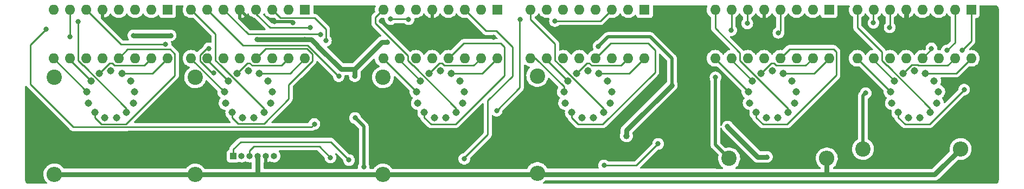
<source format=gbr>
%TF.GenerationSoftware,KiCad,Pcbnew,(6.0.6)*%
%TF.CreationDate,2023-12-25T11:13:00+01:00*%
%TF.ProjectId,nixieClockPCB,6e697869-6543-46c6-9f63-6b5043422e6b,rev?*%
%TF.SameCoordinates,Original*%
%TF.FileFunction,Copper,L1,Top*%
%TF.FilePolarity,Positive*%
%FSLAX46Y46*%
G04 Gerber Fmt 4.6, Leading zero omitted, Abs format (unit mm)*
G04 Created by KiCad (PCBNEW (6.0.6)) date 2023-12-25 11:13:00*
%MOMM*%
%LPD*%
G01*
G04 APERTURE LIST*
%TA.AperFunction,ComponentPad*%
%ADD10C,2.400000*%
%TD*%
%TA.AperFunction,ComponentPad*%
%ADD11O,2.400000X2.400000*%
%TD*%
%TA.AperFunction,ComponentPad*%
%ADD12O,1.000000X1.000000*%
%TD*%
%TA.AperFunction,ComponentPad*%
%ADD13R,1.000000X1.000000*%
%TD*%
%TA.AperFunction,ComponentPad*%
%ADD14C,1.137920*%
%TD*%
%TA.AperFunction,ComponentPad*%
%ADD15R,1.600000X1.600000*%
%TD*%
%TA.AperFunction,ComponentPad*%
%ADD16O,1.600000X1.600000*%
%TD*%
%TA.AperFunction,ViaPad*%
%ADD17C,0.800000*%
%TD*%
%TA.AperFunction,ViaPad*%
%ADD18C,1.000000*%
%TD*%
%TA.AperFunction,Conductor*%
%ADD19C,0.250000*%
%TD*%
%TA.AperFunction,Conductor*%
%ADD20C,0.800000*%
%TD*%
%TA.AperFunction,Conductor*%
%ADD21C,0.500000*%
%TD*%
G04 APERTURE END LIST*
D10*
%TO.P,R2,1*%
%TO.N,Net-(N2-PadA)*%
X40650000Y-30080000D03*
D11*
%TO.P,R2,2*%
%TO.N,Vdrive*%
X40650000Y-45320000D03*
%TD*%
D12*
%TO.P,J1,6,Pin_6*%
%TO.N,GND*%
X52940000Y-42400000D03*
%TO.P,J1,5,Pin_5*%
%TO.N,+5V*%
X51670000Y-42400000D03*
%TO.P,J1,4,Pin_4*%
%TO.N,Vdrive*%
X50400000Y-42400000D03*
%TO.P,J1,3,Pin_3*%
%TO.N,LATCH*%
X49130000Y-42400000D03*
%TO.P,J1,2,Pin_2*%
%TO.N,DATA*%
X47860000Y-42400000D03*
D13*
%TO.P,J1,1,Pin_1*%
%TO.N,CLOCK*%
X46590000Y-42400000D03*
%TD*%
D10*
%TO.P,R3,1*%
%TO.N,Net-(N3-PadA)*%
X69950000Y-30080000D03*
D11*
%TO.P,R3,2*%
%TO.N,Vdrive*%
X69950000Y-45320000D03*
%TD*%
D14*
%TO.P,N6,0,0*%
%TO.N,Net-(N6-Pad0)*%
X154652929Y-29452191D03*
%TO.P,N6,1,1*%
%TO.N,Net-(N6-Pad1)*%
X151168049Y-29452191D03*
%TO.P,N6,2,2*%
%TO.N,Net-(N6-Pad2)*%
X155399689Y-35583751D03*
%TO.P,N6,3,3*%
%TO.N,Net-(N6-Pad3)*%
X149184309Y-32322391D03*
%TO.P,N6,4,4*%
%TO.N,Net-(N6-Pad4)*%
X150421289Y-35583751D03*
%TO.P,N6,5,5*%
%TO.N,Net-(N6-Pad5)*%
X152013869Y-36419411D03*
%TO.P,N6,6,6*%
%TO.N,Net-(N6-Pad6)*%
X153807109Y-36419411D03*
%TO.P,N6,7,7*%
%TO.N,Net-(N6-Pad7)*%
X149821849Y-30643451D03*
%TO.P,N6,8,8*%
%TO.N,Net-(N6-Pad8)*%
X156636669Y-32322391D03*
%TO.P,N6,9,9*%
%TO.N,Net-(N6-Pad9)*%
X155999129Y-30643451D03*
%TO.P,N6,A,A*%
%TO.N,Net-(N6-PadA)*%
X152910489Y-29020391D03*
%TO.P,N6,LHDP,LHDP*%
%TO.N,unconnected-(N6-PadLHDP)*%
X156420769Y-34105471D03*
%TO.P,N6,RHDP,RHDP*%
%TO.N,unconnected-(N6-PadRHDP)*%
X149400209Y-34105471D03*
%TD*%
D15*
%TO.P,U5,1,~{Q8}*%
%TO.N,Net-(N5-Pad8)*%
X139585489Y-19474511D03*
D16*
%TO.P,U5,2,~{Q9}*%
%TO.N,Net-(N5-Pad9)*%
X137045489Y-19474511D03*
%TO.P,U5,3,A*%
%TO.N,N5_A*%
X134505489Y-19474511D03*
%TO.P,U5,4,D*%
%TO.N,N5_D*%
X131965489Y-19474511D03*
%TO.P,U5,5,VCC*%
%TO.N,+5V*%
X129425489Y-19474511D03*
%TO.P,U5,6,B*%
%TO.N,N5_B*%
X126885489Y-19474511D03*
%TO.P,U5,7,C*%
%TO.N,N5_C*%
X124345489Y-19474511D03*
%TO.P,U5,8,~{Q2}*%
%TO.N,Net-(N5-Pad2)*%
X121805489Y-19474511D03*
%TO.P,U5,9,~{Q3}*%
%TO.N,Net-(N5-Pad3)*%
X121805489Y-27094511D03*
%TO.P,U5,10,~{Q7}*%
%TO.N,Net-(N5-Pad7)*%
X124345489Y-27094511D03*
%TO.P,U5,11,~{Q6}*%
%TO.N,Net-(N5-Pad6)*%
X126885489Y-27094511D03*
%TO.P,U5,12,GND*%
%TO.N,GND*%
X129425489Y-27094511D03*
%TO.P,U5,13,~{Q4}*%
%TO.N,Net-(N5-Pad4)*%
X131965489Y-27094511D03*
%TO.P,U5,14,~{Q5}*%
%TO.N,Net-(N5-Pad5)*%
X134505489Y-27094511D03*
%TO.P,U5,15,~{Q1}*%
%TO.N,Net-(N5-Pad1)*%
X137045489Y-27094511D03*
%TO.P,U5,16,~{Q0}*%
%TO.N,Net-(N5-Pad0)*%
X139585489Y-27094511D03*
%TD*%
D10*
%TO.P,R4,1*%
%TO.N,Net-(N4-PadA)*%
X94050000Y-29850000D03*
D11*
%TO.P,R4,2*%
%TO.N,Vdrive*%
X94050000Y-45090000D03*
%TD*%
D14*
%TO.P,N3,0,0*%
%TO.N,Net-(N3-Pad0)*%
X80652929Y-29452191D03*
%TO.P,N3,1,1*%
%TO.N,Net-(N3-Pad1)*%
X77168049Y-29452191D03*
%TO.P,N3,2,2*%
%TO.N,Net-(N3-Pad2)*%
X81399689Y-35583751D03*
%TO.P,N3,3,3*%
%TO.N,Net-(N3-Pad3)*%
X75184309Y-32322391D03*
%TO.P,N3,4,4*%
%TO.N,Net-(N3-Pad4)*%
X76421289Y-35583751D03*
%TO.P,N3,5,5*%
%TO.N,Net-(N3-Pad5)*%
X78013869Y-36419411D03*
%TO.P,N3,6,6*%
%TO.N,Net-(N3-Pad6)*%
X79807109Y-36419411D03*
%TO.P,N3,7,7*%
%TO.N,Net-(N3-Pad7)*%
X75821849Y-30643451D03*
%TO.P,N3,8,8*%
%TO.N,Net-(N3-Pad8)*%
X82636669Y-32322391D03*
%TO.P,N3,9,9*%
%TO.N,Net-(N3-Pad9)*%
X81999129Y-30643451D03*
%TO.P,N3,A,A*%
%TO.N,Net-(N3-PadA)*%
X78910489Y-29020391D03*
%TO.P,N3,LHDP,LHDP*%
%TO.N,unconnected-(N3-PadLHDP)*%
X82420769Y-34105471D03*
%TO.P,N3,RHDP,RHDP*%
%TO.N,unconnected-(N3-PadRHDP)*%
X75400209Y-34105471D03*
%TD*%
%TO.P,N4,0,0*%
%TO.N,Net-(N4-Pad0)*%
X103652929Y-29447920D03*
%TO.P,N4,1,1*%
%TO.N,Net-(N4-Pad1)*%
X100168049Y-29447920D03*
%TO.P,N4,2,2*%
%TO.N,Net-(N4-Pad2)*%
X104399689Y-35579480D03*
%TO.P,N4,3,3*%
%TO.N,Net-(N4-Pad3)*%
X98184309Y-32318120D03*
%TO.P,N4,4,4*%
%TO.N,Net-(N4-Pad4)*%
X99421289Y-35579480D03*
%TO.P,N4,5,5*%
%TO.N,Net-(N4-Pad5)*%
X101013869Y-36415140D03*
%TO.P,N4,6,6*%
%TO.N,Net-(N4-Pad6)*%
X102807109Y-36415140D03*
%TO.P,N4,7,7*%
%TO.N,Net-(N4-Pad7)*%
X98821849Y-30639180D03*
%TO.P,N4,8,8*%
%TO.N,Net-(N4-Pad8)*%
X105636669Y-32318120D03*
%TO.P,N4,9,9*%
%TO.N,Net-(N4-Pad9)*%
X104999129Y-30639180D03*
%TO.P,N4,A,A*%
%TO.N,Net-(N4-PadA)*%
X101910489Y-29016120D03*
%TO.P,N4,LHDP,LHDP*%
%TO.N,unconnected-(N4-PadLHDP)*%
X105420769Y-34101200D03*
%TO.P,N4,RHDP,RHDP*%
%TO.N,unconnected-(N4-PadRHDP)*%
X98400209Y-34101200D03*
%TD*%
D15*
%TO.P,U4,1,~{Q8}*%
%TO.N,Net-(N4-Pad8)*%
X110785489Y-19470240D03*
D16*
%TO.P,U4,2,~{Q9}*%
%TO.N,Net-(N4-Pad9)*%
X108245489Y-19470240D03*
%TO.P,U4,3,A*%
%TO.N,N4_A*%
X105705489Y-19470240D03*
%TO.P,U4,4,D*%
%TO.N,N4_D*%
X103165489Y-19470240D03*
%TO.P,U4,5,VCC*%
%TO.N,+5V*%
X100625489Y-19470240D03*
%TO.P,U4,6,B*%
%TO.N,N4_B*%
X98085489Y-19470240D03*
%TO.P,U4,7,C*%
%TO.N,N4_C*%
X95545489Y-19470240D03*
%TO.P,U4,8,~{Q2}*%
%TO.N,Net-(N4-Pad2)*%
X93005489Y-19470240D03*
%TO.P,U4,9,~{Q3}*%
%TO.N,Net-(N4-Pad3)*%
X93005489Y-27090240D03*
%TO.P,U4,10,~{Q7}*%
%TO.N,Net-(N4-Pad7)*%
X95545489Y-27090240D03*
%TO.P,U4,11,~{Q6}*%
%TO.N,Net-(N4-Pad6)*%
X98085489Y-27090240D03*
%TO.P,U4,12,GND*%
%TO.N,GND*%
X100625489Y-27090240D03*
%TO.P,U4,13,~{Q4}*%
%TO.N,Net-(N4-Pad4)*%
X103165489Y-27090240D03*
%TO.P,U4,14,~{Q5}*%
%TO.N,Net-(N4-Pad5)*%
X105705489Y-27090240D03*
%TO.P,U4,15,~{Q1}*%
%TO.N,Net-(N4-Pad1)*%
X108245489Y-27090240D03*
%TO.P,U4,16,~{Q0}*%
%TO.N,Net-(N4-Pad0)*%
X110785489Y-27090240D03*
%TD*%
D15*
%TO.P,U3,1,~{Q8}*%
%TO.N,Net-(N3-Pad8)*%
X87785489Y-19474511D03*
D16*
%TO.P,U3,2,~{Q9}*%
%TO.N,Net-(N3-Pad9)*%
X85245489Y-19474511D03*
%TO.P,U3,3,A*%
%TO.N,N3_A*%
X82705489Y-19474511D03*
%TO.P,U3,4,D*%
%TO.N,N3_D*%
X80165489Y-19474511D03*
%TO.P,U3,5,VCC*%
%TO.N,+5V*%
X77625489Y-19474511D03*
%TO.P,U3,6,B*%
%TO.N,N3_B*%
X75085489Y-19474511D03*
%TO.P,U3,7,C*%
%TO.N,N3_C*%
X72545489Y-19474511D03*
%TO.P,U3,8,~{Q2}*%
%TO.N,Net-(N3-Pad2)*%
X70005489Y-19474511D03*
%TO.P,U3,9,~{Q3}*%
%TO.N,Net-(N3-Pad3)*%
X70005489Y-27094511D03*
%TO.P,U3,10,~{Q7}*%
%TO.N,Net-(N3-Pad7)*%
X72545489Y-27094511D03*
%TO.P,U3,11,~{Q6}*%
%TO.N,Net-(N3-Pad6)*%
X75085489Y-27094511D03*
%TO.P,U3,12,GND*%
%TO.N,GND*%
X77625489Y-27094511D03*
%TO.P,U3,13,~{Q4}*%
%TO.N,Net-(N3-Pad4)*%
X80165489Y-27094511D03*
%TO.P,U3,14,~{Q5}*%
%TO.N,Net-(N3-Pad5)*%
X82705489Y-27094511D03*
%TO.P,U3,15,~{Q1}*%
%TO.N,Net-(N3-Pad1)*%
X85245489Y-27094511D03*
%TO.P,U3,16,~{Q0}*%
%TO.N,Net-(N3-Pad0)*%
X87785489Y-27094511D03*
%TD*%
D15*
%TO.P,U2,1,~{Q8}*%
%TO.N,Net-(N2-Pad8)*%
X57785489Y-19474511D03*
D16*
%TO.P,U2,2,~{Q9}*%
%TO.N,Net-(N2-Pad9)*%
X55245489Y-19474511D03*
%TO.P,U2,3,A*%
%TO.N,N2_A*%
X52705489Y-19474511D03*
%TO.P,U2,4,D*%
%TO.N,N2_D*%
X50165489Y-19474511D03*
%TO.P,U2,5,VCC*%
%TO.N,+5V*%
X47625489Y-19474511D03*
%TO.P,U2,6,B*%
%TO.N,N2_B*%
X45085489Y-19474511D03*
%TO.P,U2,7,C*%
%TO.N,N2_C*%
X42545489Y-19474511D03*
%TO.P,U2,8,~{Q2}*%
%TO.N,Net-(N2-Pad2)*%
X40005489Y-19474511D03*
%TO.P,U2,9,~{Q3}*%
%TO.N,Net-(N2-Pad3)*%
X40005489Y-27094511D03*
%TO.P,U2,10,~{Q7}*%
%TO.N,Net-(N2-Pad7)*%
X42545489Y-27094511D03*
%TO.P,U2,11,~{Q6}*%
%TO.N,Net-(N2-Pad6)*%
X45085489Y-27094511D03*
%TO.P,U2,12,GND*%
%TO.N,GND*%
X47625489Y-27094511D03*
%TO.P,U2,13,~{Q4}*%
%TO.N,Net-(N2-Pad4)*%
X50165489Y-27094511D03*
%TO.P,U2,14,~{Q5}*%
%TO.N,Net-(N2-Pad5)*%
X52705489Y-27094511D03*
%TO.P,U2,15,~{Q1}*%
%TO.N,Net-(N2-Pad1)*%
X55245489Y-27094511D03*
%TO.P,U2,16,~{Q0}*%
%TO.N,Net-(N2-Pad0)*%
X57785489Y-27094511D03*
%TD*%
D15*
%TO.P,U1,1,~{Q8}*%
%TO.N,Net-(N1-Pad8)*%
X36325000Y-19470240D03*
D16*
%TO.P,U1,2,~{Q9}*%
%TO.N,Net-(N1-Pad9)*%
X33785000Y-19470240D03*
%TO.P,U1,3,A*%
%TO.N,N1_A*%
X31245000Y-19470240D03*
%TO.P,U1,4,D*%
%TO.N,N1_D*%
X28705000Y-19470240D03*
%TO.P,U1,5,VCC*%
%TO.N,+5V*%
X26165000Y-19470240D03*
%TO.P,U1,6,B*%
%TO.N,N1_B*%
X23625000Y-19470240D03*
%TO.P,U1,7,C*%
%TO.N,N1_C*%
X21085000Y-19470240D03*
%TO.P,U1,8,~{Q2}*%
%TO.N,Net-(N1-Pad2)*%
X18545000Y-19470240D03*
%TO.P,U1,9,~{Q3}*%
%TO.N,Net-(N1-Pad3)*%
X18545000Y-27090240D03*
%TO.P,U1,10,~{Q7}*%
%TO.N,Net-(N1-Pad7)*%
X21085000Y-27090240D03*
%TO.P,U1,11,~{Q6}*%
%TO.N,Net-(N1-Pad6)*%
X23625000Y-27090240D03*
%TO.P,U1,12,GND*%
%TO.N,GND*%
X26165000Y-27090240D03*
%TO.P,U1,13,~{Q4}*%
%TO.N,Net-(N1-Pad4)*%
X28705000Y-27090240D03*
%TO.P,U1,14,~{Q5}*%
%TO.N,Net-(N1-Pad5)*%
X31245000Y-27090240D03*
%TO.P,U1,15,~{Q1}*%
%TO.N,Net-(N1-Pad1)*%
X33785000Y-27090240D03*
%TO.P,U1,16,~{Q0}*%
%TO.N,Net-(N1-Pad0)*%
X36325000Y-27090240D03*
%TD*%
D10*
%TO.P,R1,1*%
%TO.N,Net-(N1-PadA)*%
X18650000Y-30050000D03*
D11*
%TO.P,R1,2*%
%TO.N,Vdrive*%
X18650000Y-45290000D03*
%TD*%
D15*
%TO.P,U6,1,~{Q8}*%
%TO.N,Net-(N6-Pad8)*%
X161785489Y-19474511D03*
D16*
%TO.P,U6,2,~{Q9}*%
%TO.N,Net-(N6-Pad9)*%
X159245489Y-19474511D03*
%TO.P,U6,3,A*%
%TO.N,N6_A*%
X156705489Y-19474511D03*
%TO.P,U6,4,D*%
%TO.N,N6_D*%
X154165489Y-19474511D03*
%TO.P,U6,5,VCC*%
%TO.N,+5V*%
X151625489Y-19474511D03*
%TO.P,U6,6,B*%
%TO.N,N6_B*%
X149085489Y-19474511D03*
%TO.P,U6,7,C*%
%TO.N,N6_C*%
X146545489Y-19474511D03*
%TO.P,U6,8,~{Q2}*%
%TO.N,Net-(N6-Pad2)*%
X144005489Y-19474511D03*
%TO.P,U6,9,~{Q3}*%
%TO.N,Net-(N6-Pad3)*%
X144005489Y-27094511D03*
%TO.P,U6,10,~{Q7}*%
%TO.N,Net-(N6-Pad7)*%
X146545489Y-27094511D03*
%TO.P,U6,11,~{Q6}*%
%TO.N,Net-(N6-Pad6)*%
X149085489Y-27094511D03*
%TO.P,U6,12,GND*%
%TO.N,GND*%
X151625489Y-27094511D03*
%TO.P,U6,13,~{Q4}*%
%TO.N,Net-(N6-Pad4)*%
X154165489Y-27094511D03*
%TO.P,U6,14,~{Q5}*%
%TO.N,Net-(N6-Pad5)*%
X156705489Y-27094511D03*
%TO.P,U6,15,~{Q1}*%
%TO.N,Net-(N6-Pad1)*%
X159245489Y-27094511D03*
%TO.P,U6,16,~{Q0}*%
%TO.N,Net-(N6-Pad0)*%
X161785489Y-27094511D03*
%TD*%
D14*
%TO.P,N1,0,0*%
%TO.N,Net-(N1-Pad0)*%
X29192440Y-29447920D03*
%TO.P,N1,1,1*%
%TO.N,Net-(N1-Pad1)*%
X25707560Y-29447920D03*
%TO.P,N1,2,2*%
%TO.N,Net-(N1-Pad2)*%
X29939200Y-35579480D03*
%TO.P,N1,3,3*%
%TO.N,Net-(N1-Pad3)*%
X23723820Y-32318120D03*
%TO.P,N1,4,4*%
%TO.N,Net-(N1-Pad4)*%
X24960800Y-35579480D03*
%TO.P,N1,5,5*%
%TO.N,Net-(N1-Pad5)*%
X26553380Y-36415140D03*
%TO.P,N1,6,6*%
%TO.N,Net-(N1-Pad6)*%
X28346620Y-36415140D03*
%TO.P,N1,7,7*%
%TO.N,Net-(N1-Pad7)*%
X24361360Y-30639180D03*
%TO.P,N1,8,8*%
%TO.N,Net-(N1-Pad8)*%
X31176180Y-32318120D03*
%TO.P,N1,9,9*%
%TO.N,Net-(N1-Pad9)*%
X30538640Y-30639180D03*
%TO.P,N1,A,A*%
%TO.N,Net-(N1-PadA)*%
X27450000Y-29016120D03*
%TO.P,N1,LHDP,LHDP*%
%TO.N,unconnected-(N1-PadLHDP)*%
X30960280Y-34101200D03*
%TO.P,N1,RHDP,RHDP*%
%TO.N,unconnected-(N1-PadRHDP)*%
X23939720Y-34101200D03*
%TD*%
D10*
%TO.P,R6,1*%
%TO.N,Net-(N6-PadA)*%
X144880000Y-41300000D03*
D11*
%TO.P,R6,2*%
%TO.N,Vdrive*%
X160120000Y-41300000D03*
%TD*%
D10*
%TO.P,R5,1*%
%TO.N,Net-(N5-PadA)*%
X124000000Y-42800000D03*
D11*
%TO.P,R5,2*%
%TO.N,Vdrive*%
X139240000Y-42800000D03*
%TD*%
D14*
%TO.P,N2,0,0*%
%TO.N,Net-(N2-Pad0)*%
X50652929Y-29452191D03*
%TO.P,N2,1,1*%
%TO.N,Net-(N2-Pad1)*%
X47168049Y-29452191D03*
%TO.P,N2,2,2*%
%TO.N,Net-(N2-Pad2)*%
X51399689Y-35583751D03*
%TO.P,N2,3,3*%
%TO.N,Net-(N2-Pad3)*%
X45184309Y-32322391D03*
%TO.P,N2,4,4*%
%TO.N,Net-(N2-Pad4)*%
X46421289Y-35583751D03*
%TO.P,N2,5,5*%
%TO.N,Net-(N2-Pad5)*%
X48013869Y-36419411D03*
%TO.P,N2,6,6*%
%TO.N,Net-(N2-Pad6)*%
X49807109Y-36419411D03*
%TO.P,N2,7,7*%
%TO.N,Net-(N2-Pad7)*%
X45821849Y-30643451D03*
%TO.P,N2,8,8*%
%TO.N,Net-(N2-Pad8)*%
X52636669Y-32322391D03*
%TO.P,N2,9,9*%
%TO.N,Net-(N2-Pad9)*%
X51999129Y-30643451D03*
%TO.P,N2,A,A*%
%TO.N,Net-(N2-PadA)*%
X48910489Y-29020391D03*
%TO.P,N2,LHDP,LHDP*%
%TO.N,unconnected-(N2-PadLHDP)*%
X52420769Y-34105471D03*
%TO.P,N2,RHDP,RHDP*%
%TO.N,unconnected-(N2-PadRHDP)*%
X45400209Y-34105471D03*
%TD*%
%TO.P,N5,0,0*%
%TO.N,Net-(N5-Pad0)*%
X132452929Y-29452191D03*
%TO.P,N5,1,1*%
%TO.N,Net-(N5-Pad1)*%
X128968049Y-29452191D03*
%TO.P,N5,2,2*%
%TO.N,Net-(N5-Pad2)*%
X133199689Y-35583751D03*
%TO.P,N5,3,3*%
%TO.N,Net-(N5-Pad3)*%
X126984309Y-32322391D03*
%TO.P,N5,4,4*%
%TO.N,Net-(N5-Pad4)*%
X128221289Y-35583751D03*
%TO.P,N5,5,5*%
%TO.N,Net-(N5-Pad5)*%
X129813869Y-36419411D03*
%TO.P,N5,6,6*%
%TO.N,Net-(N5-Pad6)*%
X131607109Y-36419411D03*
%TO.P,N5,7,7*%
%TO.N,Net-(N5-Pad7)*%
X127621849Y-30643451D03*
%TO.P,N5,8,8*%
%TO.N,Net-(N5-Pad8)*%
X134436669Y-32322391D03*
%TO.P,N5,9,9*%
%TO.N,Net-(N5-Pad9)*%
X133799129Y-30643451D03*
%TO.P,N5,A,A*%
%TO.N,Net-(N5-PadA)*%
X130710489Y-29020391D03*
%TO.P,N5,LHDP,LHDP*%
%TO.N,unconnected-(N5-PadLHDP)*%
X134220769Y-34105471D03*
%TO.P,N5,RHDP,RHDP*%
%TO.N,unconnected-(N5-PadRHDP)*%
X127200209Y-34105471D03*
%TD*%
D17*
%TO.N,+5V*%
X69700000Y-21250000D03*
%TO.N,GND*%
X66950000Y-44150000D03*
X65600000Y-36450000D03*
%TO.N,+5V*%
X60100000Y-19450000D03*
X55875049Y-21499549D03*
X53000000Y-21350000D03*
%TO.N,LATCH*%
X61750000Y-42650000D03*
%TO.N,CLOCK*%
X64650000Y-43050000D03*
%TO.N,GND*%
X31000000Y-23500000D03*
X123750000Y-37800000D03*
X115050000Y-31300000D03*
X65550000Y-29900000D03*
X50300000Y-24100000D03*
X57750000Y-24100000D03*
D18*
X107950000Y-39250000D03*
D17*
X36800000Y-23500000D03*
X129900000Y-42550000D03*
X70650000Y-24550000D03*
X103600000Y-25200000D03*
%TO.N,+5V*%
X56700000Y-42200000D03*
X157000000Y-22550000D03*
X98300000Y-22900000D03*
X87200000Y-23800000D03*
X80050000Y-43900000D03*
X110350000Y-40400000D03*
X95300000Y-21850000D03*
X49600000Y-21650000D03*
X164400000Y-23250000D03*
X38400000Y-21700000D03*
%TO.N,Net-(N1-Pad2)*%
X22350000Y-21300000D03*
%TO.N,Net-(N2-Pad6)*%
X42750000Y-25550000D03*
X43551900Y-29398100D03*
%TO.N,Net-(N5-PadA)*%
X121860489Y-30074511D03*
%TO.N,Net-(N6-PadA)*%
X145300000Y-32550000D03*
%TO.N,Net-(N6-Pad9)*%
X158000000Y-25850000D03*
%TO.N,Net-(N6-Pad8)*%
X160370000Y-25795000D03*
%TO.N,Net-(N6-Pad4)*%
X160680000Y-32005000D03*
X155575000Y-25550000D03*
%TO.N,N1_C*%
X21100000Y-23674020D03*
%TO.N,N1_B*%
X36000000Y-24900000D03*
%TO.N,N1_D*%
X59250000Y-37400000D03*
X17350000Y-22500000D03*
%TO.N,N2_C*%
X63050000Y-29900000D03*
%TO.N,N2_B*%
X60250000Y-23400000D03*
%TO.N,N2_D*%
X58600000Y-22250000D03*
%TO.N,N2_A*%
X61047850Y-24337299D03*
%TO.N,N3_D*%
X71150000Y-20950000D03*
X73962299Y-20962299D03*
%TO.N,N3_A*%
X82650000Y-42850000D03*
%TO.N,N4_C*%
X87700000Y-35300000D03*
X91350000Y-21000000D03*
%TO.N,N4_A*%
X96800000Y-21250000D03*
%TO.N,N5_C*%
X124325000Y-22700000D03*
%TO.N,N5_B*%
X126825000Y-21625000D03*
%TO.N,N5_D*%
X131675000Y-23100000D03*
%TO.N,N6_C*%
X146525000Y-21525500D03*
%TO.N,N6_B*%
X149050000Y-22250000D03*
%TO.N,Net-(U8-Pad9)*%
X112900000Y-40500000D03*
X104450000Y-43900000D03*
%TD*%
D19*
%TO.N,N2_C*%
X48120978Y-25050000D02*
X58185717Y-25050000D01*
X42545489Y-19474511D02*
X48120978Y-25050000D01*
X58185717Y-25050000D02*
X63035717Y-29900000D01*
X63035717Y-29900000D02*
X63050000Y-29900000D01*
D20*
%TO.N,GND*%
X63400000Y-28800000D02*
X65550000Y-28800000D01*
X59735786Y-25135786D02*
X63400000Y-28800000D01*
X59735786Y-25100000D02*
X59735786Y-25135786D01*
X57750000Y-24100000D02*
X58735786Y-24100000D01*
X58735786Y-24100000D02*
X59735786Y-25100000D01*
D19*
%TO.N,N2_A*%
X53980978Y-20750000D02*
X52705489Y-19474511D01*
X61050000Y-22550000D02*
X59250000Y-20750000D01*
X61050000Y-24335149D02*
X61050000Y-22550000D01*
X59250000Y-20750000D02*
X53980978Y-20750000D01*
X61047850Y-24337299D02*
X61050000Y-24335149D01*
%TO.N,N2_B*%
X60150000Y-23300000D02*
X48910978Y-23300000D01*
X60250000Y-23400000D02*
X60150000Y-23300000D01*
X48910978Y-23300000D02*
X45085489Y-19474511D01*
D20*
%TO.N,GND*%
X69800000Y-24550000D02*
X70650000Y-24550000D01*
X65550000Y-29900000D02*
X65550000Y-28800000D01*
X65550000Y-28800000D02*
X69800000Y-24550000D01*
D21*
%TO.N,+5V*%
X70800000Y-22350000D02*
X76900000Y-22350000D01*
X77625489Y-21624511D02*
X77625489Y-20975489D01*
X69700000Y-21250000D02*
X70800000Y-22350000D01*
X76900000Y-22350000D02*
X77625489Y-21624511D01*
D19*
%TO.N,Net-(N3-Pad2)*%
X81399689Y-34957731D02*
X81399689Y-35583751D01*
X74619700Y-28219022D02*
X74660980Y-28219022D01*
X73810489Y-27409811D02*
X74619700Y-28219022D01*
X73810489Y-26660489D02*
X73810489Y-27409811D01*
X74660980Y-28219022D02*
X81399689Y-34957731D01*
X68775000Y-20675000D02*
X68775000Y-21625000D01*
X69975489Y-19474511D02*
X68775000Y-20675000D01*
X68775000Y-21625000D02*
X73810489Y-26660489D01*
X70005489Y-19474511D02*
X69975489Y-19474511D01*
D21*
%TO.N,GND*%
X66950000Y-37800000D02*
X66950000Y-44150000D01*
X65600000Y-36450000D02*
X66950000Y-37800000D01*
%TO.N,+5V*%
X55725500Y-21350000D02*
X53000000Y-21350000D01*
X55875049Y-21499549D02*
X55725500Y-21350000D01*
D19*
%TO.N,N2_D*%
X52300000Y-22250000D02*
X58600000Y-22250000D01*
X50165489Y-20115489D02*
X52300000Y-22250000D01*
X50165489Y-19474511D02*
X50165489Y-20115489D01*
%TO.N,LATCH*%
X60000000Y-40900000D02*
X61750000Y-42650000D01*
X50200000Y-40900000D02*
X60000000Y-40900000D01*
X49800000Y-40900000D02*
X50200000Y-40900000D01*
X49350000Y-41350000D02*
X49800000Y-40900000D01*
X49130000Y-41570000D02*
X49350000Y-41350000D01*
X49130000Y-42400000D02*
X49130000Y-41570000D01*
%TO.N,CLOCK*%
X61800000Y-40200000D02*
X64650000Y-43050000D01*
X47750000Y-40200000D02*
X61800000Y-40200000D01*
X46590000Y-42400000D02*
X46590000Y-41360000D01*
X46590000Y-41360000D02*
X47750000Y-40200000D01*
%TO.N,N1_D*%
X58800000Y-37850000D02*
X59250000Y-37400000D01*
X29986396Y-37870240D02*
X30006636Y-37850000D01*
X21620240Y-37870240D02*
X29986396Y-37870240D01*
X14900000Y-24950000D02*
X14900000Y-31150000D01*
X17350000Y-22500000D02*
X14900000Y-24950000D01*
X14900000Y-31150000D02*
X21620240Y-37870240D01*
X30006636Y-37850000D02*
X58800000Y-37850000D01*
%TO.N,Net-(N2-Pad4)*%
X51660000Y-25600000D02*
X50165489Y-27094511D01*
X58100000Y-25600000D02*
X51660000Y-25600000D01*
X58910489Y-26410489D02*
X58100000Y-25600000D01*
X58910489Y-27560502D02*
X58910489Y-26410489D01*
X58251480Y-28219511D02*
X58910489Y-27560502D01*
X55217500Y-33467500D02*
X55217500Y-31232500D01*
X55217500Y-31232500D02*
X58230489Y-28219511D01*
X51372118Y-37312882D02*
X55217500Y-33467500D01*
X47345790Y-37312882D02*
X51372118Y-37312882D01*
X46421289Y-36388381D02*
X47345790Y-37312882D01*
X58230489Y-28219511D02*
X58251480Y-28219511D01*
X46421289Y-35583751D02*
X46421289Y-36388381D01*
D20*
%TO.N,Vdrive*%
X50425000Y-45325000D02*
X50400000Y-45300000D01*
X50400000Y-45300000D02*
X50400000Y-42400000D01*
X50425000Y-45325000D02*
X70060489Y-45325000D01*
X40060489Y-45325000D02*
X50425000Y-45325000D01*
X156095000Y-45325000D02*
X160120000Y-41300000D01*
X93060489Y-45320729D02*
X107229271Y-45320729D01*
X139240000Y-42800000D02*
X139240000Y-45325000D01*
X107229271Y-45320729D02*
X121856218Y-45320729D01*
X18600000Y-45320729D02*
X40056218Y-45320729D01*
X139240000Y-45325000D02*
X137525000Y-45325000D01*
X121860489Y-45325000D02*
X137525000Y-45325000D01*
X137525000Y-45325000D02*
X156095000Y-45325000D01*
X70060489Y-45325000D02*
X93056218Y-45325000D01*
D21*
%TO.N,GND*%
X115050000Y-27100000D02*
X111700000Y-23750000D01*
D20*
X107950000Y-38400000D02*
X107950000Y-39250000D01*
D21*
X115050000Y-31300000D02*
X115050000Y-27100000D01*
D20*
X50300000Y-24100000D02*
X57750000Y-24100000D01*
D21*
X105050000Y-23750000D02*
X103600000Y-25200000D01*
D20*
X128450000Y-42550000D02*
X129900000Y-42550000D01*
X123750000Y-37800000D02*
X123750000Y-37850000D01*
D21*
X111700000Y-23750000D02*
X105050000Y-23750000D01*
D20*
X123750000Y-37850000D02*
X128450000Y-42550000D01*
X31000000Y-23500000D02*
X36800000Y-23500000D01*
X115050000Y-31300000D02*
X107950000Y-38400000D01*
D21*
%TO.N,+5V*%
X77625489Y-20975489D02*
X77625489Y-19474511D01*
X49600000Y-21449022D02*
X49600000Y-21650000D01*
X87200000Y-23800000D02*
X80450000Y-23800000D01*
D20*
X156900000Y-22650000D02*
X157000000Y-22550000D01*
X151625489Y-19474511D02*
X151625489Y-21675489D01*
D21*
X96350000Y-22900000D02*
X95300000Y-21850000D01*
D20*
X152600000Y-22650000D02*
X156900000Y-22650000D01*
D21*
X98300000Y-22900000D02*
X96350000Y-22900000D01*
X47625489Y-19474511D02*
X49600000Y-21449022D01*
D20*
X151625489Y-21675489D02*
X152600000Y-22650000D01*
D21*
X80450000Y-23800000D02*
X77625489Y-20975489D01*
D19*
%TO.N,Net-(N1-Pad7)*%
X21085000Y-27362820D02*
X21085000Y-27090240D01*
X24361360Y-30639180D02*
X21085000Y-27362820D01*
%TO.N,Net-(N1-Pad4)*%
X24960800Y-35579480D02*
X24960800Y-36384110D01*
X36750000Y-25700000D02*
X30095240Y-25700000D01*
X37450000Y-26400000D02*
X36750000Y-25700000D01*
X25996930Y-37420240D02*
X29800000Y-37420240D01*
X37450000Y-29770240D02*
X37450000Y-26400000D01*
X30095240Y-25700000D02*
X28705000Y-27090240D01*
X24960800Y-36384110D02*
X25996930Y-37420240D01*
X29800000Y-37420240D02*
X37450000Y-29770240D01*
%TO.N,Net-(N1-Pad3)*%
X23723820Y-32318120D02*
X18545000Y-27139300D01*
X18545000Y-27139300D02*
X18545000Y-27090240D01*
%TO.N,Net-(N1-Pad2)*%
X22350000Y-21300000D02*
X22350000Y-27405540D01*
X29939200Y-34953460D02*
X29939200Y-35579480D01*
X23159211Y-28214751D02*
X23200491Y-28214751D01*
X22350000Y-27405540D02*
X23159211Y-28214751D01*
X23200491Y-28214751D02*
X29939200Y-34953460D01*
%TO.N,Net-(N1-Pad1)*%
X27695729Y-27865969D02*
X28050000Y-28220240D01*
X32655000Y-28220240D02*
X33785000Y-27090240D01*
X25707560Y-29447920D02*
X27289511Y-27865969D01*
X27289511Y-27865969D02*
X27695729Y-27865969D01*
X28050000Y-28220240D02*
X32655000Y-28220240D01*
%TO.N,Net-(N1-Pad0)*%
X33967320Y-29447920D02*
X36325000Y-27090240D01*
X29192440Y-29447920D02*
X33967320Y-29447920D01*
%TO.N,Net-(N2-Pad7)*%
X45821849Y-30643451D02*
X42545489Y-27367091D01*
X42545489Y-27367091D02*
X42545489Y-27094511D01*
%TO.N,Net-(N2-Pad6)*%
X41420978Y-26579022D02*
X42450000Y-25550000D01*
X41420978Y-27560300D02*
X41420978Y-26579022D01*
X43551900Y-29398100D02*
X43258778Y-29398100D01*
X43258778Y-29398100D02*
X41420978Y-27560300D01*
X42450000Y-25550000D02*
X42750000Y-25550000D01*
%TO.N,Net-(N2-Pad3)*%
X40005489Y-27143571D02*
X40005489Y-27094511D01*
X45184309Y-32322391D02*
X40005489Y-27143571D01*
%TO.N,Net-(N2-Pad2)*%
X43810489Y-23279511D02*
X40005489Y-19474511D01*
X43810489Y-27409811D02*
X43810489Y-23279511D01*
X44619700Y-28219022D02*
X43810489Y-27409811D01*
X51399689Y-34957731D02*
X44660980Y-28219022D01*
X44660980Y-28219022D02*
X44619700Y-28219022D01*
X51399689Y-35583751D02*
X51399689Y-34957731D01*
%TO.N,Net-(N2-Pad1)*%
X49510489Y-28224511D02*
X54115489Y-28224511D01*
X49156218Y-27870240D02*
X49510489Y-28224511D01*
X48750000Y-27870240D02*
X49156218Y-27870240D01*
X47168049Y-29452191D02*
X48750000Y-27870240D01*
X54115489Y-28224511D02*
X55245489Y-27094511D01*
%TO.N,Net-(N2-Pad0)*%
X55427809Y-29452191D02*
X57785489Y-27094511D01*
X50652929Y-29452191D02*
X55427809Y-29452191D01*
%TO.N,Net-(N3-Pad7)*%
X75821849Y-30643451D02*
X72545489Y-27367091D01*
X72545489Y-27367091D02*
X72545489Y-27094511D01*
%TO.N,Net-(N3-Pad4)*%
X76421289Y-36388381D02*
X77457419Y-37424511D01*
X88910000Y-25324022D02*
X88310489Y-24724511D01*
X76421289Y-35583751D02*
X76421289Y-36388381D01*
X81260489Y-37424511D02*
X88910000Y-29775000D01*
X77457419Y-37424511D02*
X81260489Y-37424511D01*
X82535489Y-24724511D02*
X80165489Y-27094511D01*
X88910000Y-29775000D02*
X88910000Y-25324022D01*
X88310489Y-24724511D02*
X82535489Y-24724511D01*
%TO.N,Net-(N3-Pad3)*%
X70005489Y-27143571D02*
X70005489Y-27094511D01*
X75184309Y-32322391D02*
X70005489Y-27143571D01*
%TO.N,Net-(N3-Pad1)*%
X78750000Y-27870240D02*
X79156218Y-27870240D01*
X77168049Y-29452191D02*
X78750000Y-27870240D01*
X79156218Y-27870240D02*
X79510489Y-28224511D01*
X84115489Y-28224511D02*
X85245489Y-27094511D01*
X79510489Y-28224511D02*
X84115489Y-28224511D01*
%TO.N,Net-(N3-Pad0)*%
X80652929Y-29452191D02*
X85427809Y-29452191D01*
X85427809Y-29452191D02*
X87785489Y-27094511D01*
%TO.N,Net-(N4-Pad7)*%
X95545489Y-27362820D02*
X95545489Y-27090240D01*
X98821849Y-30639180D02*
X95545489Y-27362820D01*
%TO.N,Net-(N4-Pad4)*%
X99421289Y-36384110D02*
X100457419Y-37420240D01*
X112410489Y-29270240D02*
X112410489Y-25820240D01*
X104260489Y-37420240D02*
X112410489Y-29270240D01*
X112410489Y-25820240D02*
X111310489Y-24720240D01*
X100457419Y-37420240D02*
X104260489Y-37420240D01*
X105535489Y-24720240D02*
X103165489Y-27090240D01*
X111310489Y-24720240D02*
X105535489Y-24720240D01*
X99421289Y-35579480D02*
X99421289Y-36384110D01*
%TO.N,Net-(N4-Pad3)*%
X93740240Y-27090240D02*
X93005489Y-27090240D01*
X98184309Y-32318120D02*
X98184309Y-31534309D01*
X98184309Y-31534309D02*
X93740240Y-27090240D01*
%TO.N,Net-(N4-Pad2)*%
X97660980Y-28214751D02*
X97619700Y-28214751D01*
X104399689Y-35579480D02*
X104399689Y-34953460D01*
X93005489Y-21005489D02*
X93005489Y-19470240D01*
X104399689Y-34953460D02*
X97660980Y-28214751D01*
X96810489Y-27405540D02*
X96810489Y-24810489D01*
X97619700Y-28214751D02*
X96810489Y-27405540D01*
X96810489Y-24810489D02*
X93005489Y-21005489D01*
%TO.N,Net-(N4-Pad1)*%
X102156218Y-27865969D02*
X102510489Y-28220240D01*
X101750000Y-27865969D02*
X102156218Y-27865969D01*
X107115489Y-28220240D02*
X108245489Y-27090240D01*
X102510489Y-28220240D02*
X107115489Y-28220240D01*
X100168049Y-29447920D02*
X101750000Y-27865969D01*
%TO.N,Net-(N4-Pad0)*%
X108427809Y-29447920D02*
X110785489Y-27090240D01*
X103652929Y-29447920D02*
X108427809Y-29447920D01*
D21*
%TO.N,Net-(N5-PadA)*%
X124000000Y-42800000D02*
X121850000Y-40650000D01*
X121850000Y-40650000D02*
X121850000Y-30085000D01*
X121850000Y-30085000D02*
X121860489Y-30074511D01*
D19*
%TO.N,Net-(N5-Pad7)*%
X124345489Y-27367091D02*
X124345489Y-27094511D01*
X127621849Y-30643451D02*
X124345489Y-27367091D01*
%TO.N,Net-(N5-Pad4)*%
X140325000Y-25650000D02*
X133410000Y-25650000D01*
X133060489Y-37424511D02*
X140725000Y-29760000D01*
X128221289Y-36388381D02*
X129257419Y-37424511D01*
X140725000Y-29760000D02*
X140725000Y-26050000D01*
X129257419Y-37424511D02*
X133060489Y-37424511D01*
X133410000Y-25650000D02*
X131965489Y-27094511D01*
X140725000Y-26050000D02*
X140325000Y-25650000D01*
X128221289Y-35583751D02*
X128221289Y-36388381D01*
%TO.N,Net-(N5-Pad3)*%
X126984309Y-32322391D02*
X121805489Y-27143571D01*
X121805489Y-27143571D02*
X121805489Y-27094511D01*
%TO.N,Net-(N5-Pad2)*%
X126460980Y-28219022D02*
X126419700Y-28219022D01*
X133199689Y-35583751D02*
X133199689Y-34957731D01*
X133199689Y-34957731D02*
X126460980Y-28219022D01*
X126419700Y-28219022D02*
X125650678Y-27450000D01*
X121805489Y-22380489D02*
X121805489Y-19474511D01*
X125650000Y-26225000D02*
X121805489Y-22380489D01*
X125650000Y-27450000D02*
X125650000Y-26225000D01*
X125650678Y-27450000D02*
X125650000Y-27450000D01*
%TO.N,Net-(N5-Pad1)*%
X135915489Y-28224511D02*
X137045489Y-27094511D01*
X130956218Y-27870240D02*
X131310489Y-28224511D01*
X128968049Y-29452191D02*
X130550000Y-27870240D01*
X130550000Y-27870240D02*
X130956218Y-27870240D01*
X131310489Y-28224511D02*
X135915489Y-28224511D01*
%TO.N,Net-(N5-Pad0)*%
X137227809Y-29452191D02*
X139585489Y-27094511D01*
X132452929Y-29452191D02*
X137227809Y-29452191D01*
D21*
%TO.N,Net-(N6-PadA)*%
X144880000Y-32970000D02*
X144880000Y-41300000D01*
X145300000Y-32550000D02*
X144880000Y-32970000D01*
D19*
%TO.N,Net-(N6-Pad9)*%
X158000000Y-25850000D02*
X159245489Y-24604511D01*
X159245489Y-24604511D02*
X159245489Y-19474511D01*
%TO.N,Net-(N6-Pad8)*%
X161785489Y-19474511D02*
X161785489Y-24379511D01*
X161785489Y-24379511D02*
X160370000Y-25795000D01*
%TO.N,Net-(N6-Pad7)*%
X146545489Y-27367091D02*
X146545489Y-27094511D01*
X149821849Y-30643451D02*
X146545489Y-27367091D01*
%TO.N,Net-(N6-Pad4)*%
X151457419Y-37424511D02*
X155260489Y-37424511D01*
X155575000Y-25550000D02*
X155575000Y-25685000D01*
X155260489Y-37424511D02*
X160680000Y-32005000D01*
X150421289Y-36388381D02*
X151457419Y-37424511D01*
X155575000Y-25685000D02*
X154165489Y-27094511D01*
X150421289Y-35583751D02*
X150421289Y-36388381D01*
%TO.N,Net-(N6-Pad3)*%
X144005489Y-27143571D02*
X144005489Y-27094511D01*
X149184309Y-32322391D02*
X144005489Y-27143571D01*
%TO.N,Net-(N6-Pad2)*%
X147810489Y-27409811D02*
X147810489Y-26085489D01*
X155399689Y-34957731D02*
X148660980Y-28219022D01*
X148660980Y-28219022D02*
X148619700Y-28219022D01*
X147810489Y-26085489D02*
X144005489Y-22280489D01*
X148619700Y-28219022D02*
X147810489Y-27409811D01*
X155399689Y-35583751D02*
X155399689Y-34957731D01*
X144005489Y-22280489D02*
X144005489Y-19474511D01*
%TO.N,Net-(N6-Pad1)*%
X158115489Y-28224511D02*
X159245489Y-27094511D01*
X152493320Y-28126920D02*
X153412898Y-28126920D01*
X153412898Y-28126920D02*
X153510489Y-28224511D01*
X153510489Y-28224511D02*
X158115489Y-28224511D01*
X151168049Y-29452191D02*
X152493320Y-28126920D01*
%TO.N,Net-(N6-Pad0)*%
X154652929Y-29452191D02*
X159427809Y-29452191D01*
X159427809Y-29452191D02*
X161785489Y-27094511D01*
%TO.N,N1_C*%
X21085000Y-23659020D02*
X21085000Y-19470240D01*
X21100000Y-23674020D02*
X21085000Y-23659020D01*
%TO.N,N1_B*%
X36000000Y-24900000D02*
X29054760Y-24900000D01*
X29054760Y-24900000D02*
X23625000Y-19470240D01*
%TO.N,N3_D*%
X71150000Y-20950000D02*
X73950000Y-20950000D01*
X73950000Y-20950000D02*
X73962299Y-20962299D01*
%TO.N,N3_A*%
X86300000Y-33700000D02*
X90150000Y-29850000D01*
X82650000Y-42850000D02*
X82650000Y-42700000D01*
X90150000Y-25300000D02*
X87650000Y-22800000D01*
X90150000Y-29850000D02*
X90150000Y-25300000D01*
X86030978Y-22800000D02*
X82705489Y-19474511D01*
X86300000Y-39050000D02*
X86300000Y-33700000D01*
X87650000Y-22800000D02*
X86030978Y-22800000D01*
X82650000Y-42700000D02*
X86300000Y-39050000D01*
%TO.N,N4_C*%
X91350000Y-21000000D02*
X91300000Y-21050000D01*
X91300000Y-31700000D02*
X87700000Y-35300000D01*
X91300000Y-21050000D02*
X91300000Y-31700000D01*
%TO.N,N4_A*%
X96800000Y-21250000D02*
X103925729Y-21250000D01*
X103925729Y-21250000D02*
X105705489Y-19470240D01*
%TO.N,N5_C*%
X124345489Y-22679511D02*
X124345489Y-19474511D01*
X124325000Y-22700000D02*
X124345489Y-22679511D01*
%TO.N,N5_B*%
X126825000Y-21625000D02*
X126825000Y-19535000D01*
X126825000Y-19535000D02*
X126885489Y-19474511D01*
%TO.N,N5_D*%
X131675000Y-23100000D02*
X131965489Y-22809511D01*
X131965489Y-22809511D02*
X131965489Y-19474511D01*
%TO.N,N6_C*%
X146525000Y-21525500D02*
X146525000Y-19495000D01*
X146525000Y-19495000D02*
X146545489Y-19474511D01*
%TO.N,N6_B*%
X149085489Y-22214511D02*
X149085489Y-19474511D01*
X149050000Y-22250000D02*
X149085489Y-22214511D01*
%TO.N,Net-(U8-Pad9)*%
X109500000Y-43900000D02*
X112900000Y-40500000D01*
X104450000Y-43900000D02*
X109500000Y-43900000D01*
%TD*%
%TA.AperFunction,Conductor*%
%TO.N,+5V*%
G36*
X120559173Y-18793016D02*
G01*
X120605666Y-18846672D01*
X120615770Y-18916946D01*
X120605247Y-18952263D01*
X120573530Y-19020281D01*
X120571205Y-19025268D01*
X120569783Y-19030576D01*
X120569782Y-19030578D01*
X120513530Y-19240513D01*
X120511946Y-19246424D01*
X120491991Y-19474511D01*
X120511946Y-19702598D01*
X120513370Y-19707911D01*
X120513370Y-19707913D01*
X120534345Y-19786190D01*
X120571205Y-19923754D01*
X120573528Y-19928735D01*
X120573528Y-19928736D01*
X120665640Y-20126273D01*
X120665643Y-20126278D01*
X120667966Y-20131260D01*
X120716369Y-20200386D01*
X120793142Y-20310029D01*
X120799291Y-20318811D01*
X120961189Y-20480709D01*
X120965697Y-20483866D01*
X120965700Y-20483868D01*
X121118260Y-20590692D01*
X121162588Y-20646149D01*
X121171989Y-20693905D01*
X121171989Y-22301722D01*
X121171462Y-22312905D01*
X121169787Y-22320398D01*
X121170036Y-22328324D01*
X121170036Y-22328325D01*
X121171927Y-22388475D01*
X121171989Y-22392434D01*
X121171989Y-22420345D01*
X121172486Y-22424279D01*
X121172486Y-22424280D01*
X121172494Y-22424345D01*
X121173427Y-22436182D01*
X121174816Y-22480378D01*
X121180467Y-22499828D01*
X121184476Y-22519189D01*
X121187015Y-22539286D01*
X121189934Y-22546657D01*
X121189934Y-22546659D01*
X121203293Y-22580401D01*
X121207138Y-22591631D01*
X121216506Y-22623876D01*
X121219471Y-22634082D01*
X121223504Y-22640901D01*
X121223506Y-22640906D01*
X121229782Y-22651517D01*
X121238477Y-22669265D01*
X121245937Y-22688106D01*
X121250599Y-22694522D01*
X121250599Y-22694523D01*
X121271925Y-22723876D01*
X121278441Y-22733796D01*
X121287768Y-22749566D01*
X121300947Y-22771851D01*
X121315268Y-22786172D01*
X121328108Y-22801205D01*
X121340017Y-22817596D01*
X121346123Y-22822647D01*
X121374094Y-22845787D01*
X121382873Y-22853777D01*
X124130805Y-25601709D01*
X124164831Y-25664021D01*
X124159766Y-25734836D01*
X124117219Y-25791672D01*
X124074322Y-25812510D01*
X123901564Y-25858801D01*
X123901553Y-25858805D01*
X123896246Y-25860227D01*
X123891265Y-25862550D01*
X123891264Y-25862550D01*
X123693727Y-25954662D01*
X123693722Y-25954665D01*
X123688740Y-25956988D01*
X123583878Y-26030413D01*
X123505700Y-26085154D01*
X123505697Y-26085156D01*
X123501189Y-26088313D01*
X123339291Y-26250211D01*
X123336134Y-26254719D01*
X123336132Y-26254722D01*
X123315982Y-26283500D01*
X123207966Y-26437762D01*
X123205643Y-26442744D01*
X123205640Y-26442749D01*
X123189684Y-26476968D01*
X123142767Y-26530253D01*
X123074490Y-26549714D01*
X123006530Y-26529172D01*
X122961294Y-26476968D01*
X122945338Y-26442749D01*
X122945335Y-26442744D01*
X122943012Y-26437762D01*
X122834996Y-26283500D01*
X122814846Y-26254722D01*
X122814844Y-26254719D01*
X122811687Y-26250211D01*
X122649789Y-26088313D01*
X122645281Y-26085156D01*
X122645278Y-26085154D01*
X122567100Y-26030413D01*
X122462238Y-25956988D01*
X122457256Y-25954665D01*
X122457251Y-25954662D01*
X122259714Y-25862550D01*
X122259713Y-25862550D01*
X122254732Y-25860227D01*
X122249424Y-25858805D01*
X122249422Y-25858804D01*
X122038891Y-25802392D01*
X122038889Y-25802392D01*
X122033576Y-25800968D01*
X121805489Y-25781013D01*
X121577402Y-25800968D01*
X121572089Y-25802392D01*
X121572087Y-25802392D01*
X121361556Y-25858804D01*
X121361554Y-25858805D01*
X121356246Y-25860227D01*
X121351265Y-25862550D01*
X121351264Y-25862550D01*
X121153727Y-25954662D01*
X121153722Y-25954665D01*
X121148740Y-25956988D01*
X121043878Y-26030413D01*
X120965700Y-26085154D01*
X120965697Y-26085156D01*
X120961189Y-26088313D01*
X120799291Y-26250211D01*
X120796134Y-26254719D01*
X120796132Y-26254722D01*
X120775982Y-26283500D01*
X120667966Y-26437762D01*
X120665643Y-26442744D01*
X120665640Y-26442749D01*
X120575670Y-26635693D01*
X120571205Y-26645268D01*
X120569783Y-26650576D01*
X120569782Y-26650578D01*
X120513370Y-26861109D01*
X120511946Y-26866424D01*
X120491991Y-27094511D01*
X120511946Y-27322598D01*
X120513370Y-27327911D01*
X120513370Y-27327913D01*
X120555628Y-27485619D01*
X120571205Y-27543754D01*
X120573528Y-27548735D01*
X120573528Y-27548736D01*
X120665640Y-27746273D01*
X120665643Y-27746278D01*
X120667966Y-27751260D01*
X120671123Y-27755768D01*
X120793142Y-27930029D01*
X120799291Y-27938811D01*
X120961189Y-28100709D01*
X120965697Y-28103866D01*
X120965700Y-28103868D01*
X121006160Y-28132198D01*
X121148740Y-28232034D01*
X121153722Y-28234357D01*
X121153727Y-28234360D01*
X121350138Y-28325947D01*
X121356246Y-28328795D01*
X121361554Y-28330217D01*
X121361556Y-28330218D01*
X121572087Y-28386630D01*
X121572089Y-28386630D01*
X121577402Y-28388054D01*
X121805489Y-28408009D01*
X122033576Y-28388054D01*
X122040421Y-28386220D01*
X122058340Y-28381419D01*
X122129316Y-28383109D01*
X122180045Y-28414031D01*
X125876055Y-32110041D01*
X125910081Y-32172353D01*
X125912087Y-32213945D01*
X125902604Y-32294066D01*
X125915555Y-32491665D01*
X125964299Y-32683595D01*
X126047204Y-32863429D01*
X126161492Y-33025143D01*
X126165626Y-33029170D01*
X126292644Y-33152905D01*
X126303337Y-33163322D01*
X126358819Y-33200394D01*
X126365211Y-33204665D01*
X126410738Y-33259143D01*
X126419585Y-33329586D01*
X126394158Y-33387436D01*
X126380659Y-33404560D01*
X126292704Y-33516130D01*
X126290015Y-33521241D01*
X126290013Y-33521244D01*
X126272142Y-33555211D01*
X126200501Y-33691378D01*
X126141779Y-33880495D01*
X126118504Y-34077146D01*
X126131455Y-34274745D01*
X126180199Y-34466675D01*
X126263104Y-34646509D01*
X126377392Y-34808223D01*
X126519237Y-34946402D01*
X126524033Y-34949607D01*
X126524036Y-34949609D01*
X126613623Y-35009469D01*
X126683887Y-35056418D01*
X126689195Y-35058699D01*
X126689196Y-35058699D01*
X126860526Y-35132308D01*
X126860529Y-35132309D01*
X126865829Y-35134586D01*
X126871459Y-35135860D01*
X127053334Y-35177015D01*
X127053337Y-35177015D01*
X127058970Y-35178290D01*
X127064603Y-35178511D01*
X127129489Y-35207216D01*
X127168580Y-35266482D01*
X127168446Y-35340780D01*
X127164573Y-35353251D01*
X127164570Y-35353264D01*
X127162859Y-35358775D01*
X127139584Y-35555426D01*
X127152535Y-35753025D01*
X127201279Y-35944955D01*
X127284184Y-36124789D01*
X127398472Y-36286503D01*
X127540317Y-36424682D01*
X127545125Y-36427895D01*
X127549607Y-36431524D01*
X127548136Y-36433340D01*
X127587162Y-36480054D01*
X127592619Y-36495165D01*
X127596266Y-36507717D01*
X127600276Y-36527081D01*
X127601282Y-36535040D01*
X127602815Y-36547178D01*
X127605734Y-36554549D01*
X127605734Y-36554551D01*
X127619093Y-36588293D01*
X127622938Y-36599523D01*
X127631520Y-36629063D01*
X127635271Y-36641974D01*
X127639304Y-36648793D01*
X127639306Y-36648798D01*
X127645582Y-36659409D01*
X127654277Y-36677157D01*
X127661737Y-36695998D01*
X127666399Y-36702414D01*
X127666399Y-36702415D01*
X127687725Y-36731768D01*
X127694241Y-36741688D01*
X127710184Y-36768645D01*
X127716747Y-36779743D01*
X127731068Y-36794064D01*
X127743908Y-36809097D01*
X127755817Y-36825488D01*
X127761921Y-36830538D01*
X127761926Y-36830543D01*
X127789887Y-36853674D01*
X127798668Y-36861664D01*
X128753772Y-37816769D01*
X128761306Y-37825048D01*
X128765419Y-37831529D01*
X128810413Y-37873781D01*
X128815070Y-37878154D01*
X128817912Y-37880909D01*
X128837649Y-37900646D01*
X128840846Y-37903126D01*
X128849866Y-37910829D01*
X128882098Y-37941097D01*
X128889044Y-37944916D01*
X128889047Y-37944918D01*
X128899853Y-37950859D01*
X128916372Y-37961710D01*
X128932378Y-37974125D01*
X128939647Y-37977270D01*
X128939651Y-37977273D01*
X128972956Y-37991685D01*
X128983606Y-37996902D01*
X129022359Y-38018206D01*
X129030034Y-38020177D01*
X129030035Y-38020177D01*
X129041981Y-38023244D01*
X129060685Y-38029648D01*
X129062130Y-38030273D01*
X129079274Y-38037692D01*
X129087097Y-38038931D01*
X129087107Y-38038934D01*
X129122943Y-38044610D01*
X129134563Y-38047016D01*
X129169330Y-38055942D01*
X129177389Y-38058011D01*
X129197643Y-38058011D01*
X129217353Y-38059562D01*
X129237362Y-38062731D01*
X129245254Y-38061985D01*
X129265269Y-38060093D01*
X129281381Y-38058570D01*
X129293238Y-38058011D01*
X132981722Y-38058011D01*
X132992905Y-38058538D01*
X133000398Y-38060213D01*
X133008324Y-38059964D01*
X133008325Y-38059964D01*
X133068475Y-38058073D01*
X133072434Y-38058011D01*
X133100345Y-38058011D01*
X133104280Y-38057514D01*
X133104345Y-38057506D01*
X133116182Y-38056573D01*
X133148440Y-38055559D01*
X133152459Y-38055433D01*
X133160378Y-38055184D01*
X133179832Y-38049532D01*
X133199189Y-38045524D01*
X133211419Y-38043979D01*
X133211420Y-38043979D01*
X133219286Y-38042985D01*
X133226657Y-38040066D01*
X133226659Y-38040066D01*
X133260401Y-38026707D01*
X133271631Y-38022862D01*
X133306472Y-38012740D01*
X133306473Y-38012740D01*
X133314082Y-38010529D01*
X133320901Y-38006496D01*
X133320906Y-38006494D01*
X133331517Y-38000218D01*
X133349265Y-37991523D01*
X133368106Y-37984063D01*
X133380402Y-37975130D01*
X133403876Y-37958075D01*
X133413796Y-37951559D01*
X133445024Y-37933091D01*
X133445027Y-37933089D01*
X133451851Y-37929053D01*
X133466172Y-37914732D01*
X133481206Y-37901891D01*
X133486779Y-37897842D01*
X133497596Y-37889983D01*
X133525787Y-37855906D01*
X133533777Y-37847127D01*
X141117247Y-30263657D01*
X141125537Y-30256113D01*
X141132018Y-30252000D01*
X141150347Y-30232482D01*
X141178658Y-30202333D01*
X141181413Y-30199491D01*
X141201134Y-30179770D01*
X141203612Y-30176575D01*
X141211318Y-30167553D01*
X141236158Y-30141101D01*
X141241586Y-30135321D01*
X141251346Y-30117568D01*
X141262199Y-30101045D01*
X141269753Y-30091306D01*
X141274613Y-30085041D01*
X141292176Y-30044457D01*
X141297383Y-30033827D01*
X141318695Y-29995060D01*
X141320666Y-29987383D01*
X141320668Y-29987378D01*
X141323732Y-29975442D01*
X141330138Y-29956730D01*
X141333506Y-29948949D01*
X141338181Y-29938145D01*
X141339938Y-29927055D01*
X141345097Y-29894481D01*
X141347504Y-29882860D01*
X141356528Y-29847711D01*
X141356528Y-29847710D01*
X141358500Y-29840030D01*
X141358500Y-29819769D01*
X141360051Y-29800058D01*
X141361979Y-29787885D01*
X141363219Y-29780057D01*
X141359059Y-29736046D01*
X141358500Y-29724189D01*
X141358500Y-26128763D01*
X141359027Y-26117579D01*
X141360701Y-26110091D01*
X141358562Y-26042032D01*
X141358500Y-26038075D01*
X141358500Y-26010144D01*
X141357994Y-26006138D01*
X141357061Y-25994292D01*
X141355922Y-25958037D01*
X141355673Y-25950110D01*
X141350022Y-25930658D01*
X141346014Y-25911306D01*
X141344468Y-25899068D01*
X141344467Y-25899066D01*
X141343474Y-25891203D01*
X141327194Y-25850086D01*
X141323359Y-25838885D01*
X141311018Y-25796406D01*
X141306985Y-25789587D01*
X141306983Y-25789582D01*
X141300707Y-25778971D01*
X141292010Y-25761221D01*
X141284552Y-25742383D01*
X141279862Y-25735927D01*
X141264569Y-25714879D01*
X141258571Y-25706623D01*
X141252053Y-25696701D01*
X141233578Y-25665460D01*
X141233574Y-25665455D01*
X141229542Y-25658637D01*
X141215218Y-25644313D01*
X141202376Y-25629278D01*
X141201678Y-25628317D01*
X141190472Y-25612893D01*
X141156406Y-25584711D01*
X141147627Y-25576722D01*
X140828652Y-25257747D01*
X140821112Y-25249461D01*
X140817000Y-25242982D01*
X140806097Y-25232743D01*
X140767349Y-25196357D01*
X140764507Y-25193602D01*
X140744770Y-25173865D01*
X140741573Y-25171385D01*
X140732551Y-25163680D01*
X140731615Y-25162801D01*
X140700321Y-25133414D01*
X140693375Y-25129595D01*
X140693372Y-25129593D01*
X140682566Y-25123652D01*
X140666047Y-25112801D01*
X140662592Y-25110121D01*
X140650041Y-25100386D01*
X140642772Y-25097241D01*
X140642768Y-25097238D01*
X140609463Y-25082826D01*
X140598813Y-25077609D01*
X140560060Y-25056305D01*
X140540437Y-25051267D01*
X140521734Y-25044863D01*
X140510420Y-25039967D01*
X140510419Y-25039967D01*
X140503145Y-25036819D01*
X140495322Y-25035580D01*
X140495312Y-25035577D01*
X140459476Y-25029901D01*
X140447856Y-25027495D01*
X140412711Y-25018472D01*
X140412710Y-25018472D01*
X140405030Y-25016500D01*
X140384776Y-25016500D01*
X140365065Y-25014949D01*
X140352886Y-25013020D01*
X140345057Y-25011780D01*
X140315786Y-25014547D01*
X140301039Y-25015941D01*
X140289181Y-25016500D01*
X133488767Y-25016500D01*
X133477584Y-25015973D01*
X133470091Y-25014298D01*
X133462165Y-25014547D01*
X133462164Y-25014547D01*
X133402014Y-25016438D01*
X133398055Y-25016500D01*
X133370144Y-25016500D01*
X133366210Y-25016997D01*
X133366209Y-25016997D01*
X133366144Y-25017005D01*
X133354307Y-25017938D01*
X133322049Y-25018952D01*
X133318030Y-25019078D01*
X133310111Y-25019327D01*
X133290657Y-25024979D01*
X133271300Y-25028987D01*
X133259070Y-25030532D01*
X133259069Y-25030532D01*
X133251203Y-25031526D01*
X133243832Y-25034445D01*
X133243830Y-25034445D01*
X133210088Y-25047804D01*
X133198858Y-25051649D01*
X133164017Y-25061771D01*
X133164016Y-25061771D01*
X133156407Y-25063982D01*
X133149588Y-25068015D01*
X133149583Y-25068017D01*
X133138972Y-25074293D01*
X133121224Y-25082988D01*
X133102383Y-25090448D01*
X133095967Y-25095110D01*
X133095966Y-25095110D01*
X133066613Y-25116436D01*
X133056693Y-25122952D01*
X133025465Y-25141420D01*
X133025462Y-25141422D01*
X133018638Y-25145458D01*
X133004317Y-25159779D01*
X132989284Y-25172619D01*
X132972893Y-25184528D01*
X132951099Y-25210872D01*
X132944702Y-25218605D01*
X132936712Y-25227384D01*
X132378737Y-25785359D01*
X132316425Y-25819385D01*
X132257030Y-25817970D01*
X132198898Y-25802393D01*
X132198887Y-25802391D01*
X132193576Y-25800968D01*
X131965489Y-25781013D01*
X131737402Y-25800968D01*
X131732089Y-25802392D01*
X131732087Y-25802392D01*
X131521556Y-25858804D01*
X131521554Y-25858805D01*
X131516246Y-25860227D01*
X131511265Y-25862550D01*
X131511264Y-25862550D01*
X131313727Y-25954662D01*
X131313722Y-25954665D01*
X131308740Y-25956988D01*
X131203878Y-26030413D01*
X131125700Y-26085154D01*
X131125697Y-26085156D01*
X131121189Y-26088313D01*
X130959291Y-26250211D01*
X130956134Y-26254719D01*
X130956132Y-26254722D01*
X130935982Y-26283500D01*
X130827966Y-26437762D01*
X130825643Y-26442744D01*
X130825640Y-26442749D01*
X130809684Y-26476968D01*
X130762767Y-26530253D01*
X130694490Y-26549714D01*
X130626530Y-26529172D01*
X130581294Y-26476968D01*
X130565338Y-26442749D01*
X130565335Y-26442744D01*
X130563012Y-26437762D01*
X130454996Y-26283500D01*
X130434846Y-26254722D01*
X130434844Y-26254719D01*
X130431687Y-26250211D01*
X130269789Y-26088313D01*
X130265281Y-26085156D01*
X130265278Y-26085154D01*
X130187100Y-26030413D01*
X130082238Y-25956988D01*
X130077256Y-25954665D01*
X130077251Y-25954662D01*
X129879714Y-25862550D01*
X129879713Y-25862550D01*
X129874732Y-25860227D01*
X129869424Y-25858805D01*
X129869422Y-25858804D01*
X129658891Y-25802392D01*
X129658889Y-25802392D01*
X129653576Y-25800968D01*
X129425489Y-25781013D01*
X129197402Y-25800968D01*
X129192089Y-25802392D01*
X129192087Y-25802392D01*
X128981556Y-25858804D01*
X128981554Y-25858805D01*
X128976246Y-25860227D01*
X128971265Y-25862550D01*
X128971264Y-25862550D01*
X128773727Y-25954662D01*
X128773722Y-25954665D01*
X128768740Y-25956988D01*
X128663878Y-26030413D01*
X128585700Y-26085154D01*
X128585697Y-26085156D01*
X128581189Y-26088313D01*
X128419291Y-26250211D01*
X128416134Y-26254719D01*
X128416132Y-26254722D01*
X128395982Y-26283500D01*
X128287966Y-26437762D01*
X128285643Y-26442744D01*
X128285640Y-26442749D01*
X128269684Y-26476968D01*
X128222767Y-26530253D01*
X128154490Y-26549714D01*
X128086530Y-26529172D01*
X128041294Y-26476968D01*
X128025338Y-26442749D01*
X128025335Y-26442744D01*
X128023012Y-26437762D01*
X127914996Y-26283500D01*
X127894846Y-26254722D01*
X127894844Y-26254719D01*
X127891687Y-26250211D01*
X127729789Y-26088313D01*
X127725281Y-26085156D01*
X127725278Y-26085154D01*
X127647100Y-26030413D01*
X127542238Y-25956988D01*
X127537256Y-25954665D01*
X127537251Y-25954662D01*
X127339714Y-25862550D01*
X127339713Y-25862550D01*
X127334732Y-25860227D01*
X127329424Y-25858805D01*
X127329422Y-25858804D01*
X127118891Y-25802392D01*
X127118889Y-25802392D01*
X127113576Y-25800968D01*
X126885489Y-25781013D01*
X126657402Y-25800968D01*
X126652089Y-25802392D01*
X126652087Y-25802392D01*
X126441556Y-25858804D01*
X126441554Y-25858805D01*
X126436246Y-25860227D01*
X126431265Y-25862550D01*
X126431264Y-25862550D01*
X126331306Y-25909161D01*
X126261114Y-25919822D01*
X126196301Y-25890842D01*
X126169606Y-25859110D01*
X126154542Y-25833638D01*
X126140221Y-25819317D01*
X126127380Y-25804283D01*
X126125419Y-25801584D01*
X126115472Y-25787893D01*
X126081395Y-25759702D01*
X126072616Y-25751712D01*
X124144500Y-23823595D01*
X124110474Y-23761283D01*
X124115539Y-23690467D01*
X124158086Y-23633632D01*
X124224606Y-23608821D01*
X124233595Y-23608500D01*
X124420487Y-23608500D01*
X124426939Y-23607128D01*
X124426944Y-23607128D01*
X124513888Y-23588647D01*
X124607288Y-23568794D01*
X124640031Y-23554216D01*
X124775722Y-23493803D01*
X124775724Y-23493802D01*
X124781752Y-23491118D01*
X124791423Y-23484092D01*
X124850613Y-23441087D01*
X124936253Y-23378866D01*
X124946787Y-23367167D01*
X125059621Y-23241852D01*
X125059622Y-23241851D01*
X125064040Y-23236944D01*
X125159527Y-23071556D01*
X125218542Y-22889928D01*
X125219872Y-22877279D01*
X125237814Y-22706565D01*
X125237814Y-22706564D01*
X125238504Y-22700000D01*
X125234828Y-22665024D01*
X125219232Y-22516635D01*
X125219232Y-22516633D01*
X125218542Y-22510072D01*
X125159527Y-22328444D01*
X125154250Y-22319303D01*
X125121628Y-22262801D01*
X125064040Y-22163056D01*
X125058703Y-22157128D01*
X125011353Y-22104541D01*
X124980635Y-22040534D01*
X124978989Y-22020231D01*
X124978989Y-20693905D01*
X124998991Y-20625784D01*
X125032718Y-20590692D01*
X125185278Y-20483868D01*
X125185281Y-20483866D01*
X125189789Y-20480709D01*
X125351687Y-20318811D01*
X125357837Y-20310029D01*
X125434609Y-20200386D01*
X125483012Y-20131260D01*
X125485335Y-20126278D01*
X125485338Y-20126273D01*
X125501294Y-20092054D01*
X125548211Y-20038769D01*
X125616488Y-20019308D01*
X125684448Y-20039850D01*
X125729684Y-20092054D01*
X125745640Y-20126273D01*
X125745643Y-20126278D01*
X125747966Y-20131260D01*
X125796369Y-20200386D01*
X125873142Y-20310029D01*
X125879291Y-20318811D01*
X126041189Y-20480709D01*
X126045697Y-20483866D01*
X126045700Y-20483868D01*
X126137771Y-20548337D01*
X126182099Y-20603794D01*
X126191500Y-20651550D01*
X126191500Y-20922476D01*
X126171498Y-20990597D01*
X126159142Y-21006779D01*
X126085960Y-21088056D01*
X126030933Y-21183365D01*
X126000360Y-21236320D01*
X125990473Y-21253444D01*
X125931458Y-21435072D01*
X125930768Y-21441633D01*
X125930768Y-21441635D01*
X125913368Y-21607192D01*
X125911496Y-21625000D01*
X125912186Y-21631565D01*
X125929033Y-21791852D01*
X125931458Y-21814928D01*
X125990473Y-21996556D01*
X125993776Y-22002278D01*
X125993777Y-22002279D01*
X126082658Y-22156225D01*
X126085960Y-22161944D01*
X126090378Y-22166851D01*
X126090379Y-22166852D01*
X126207030Y-22296406D01*
X126213747Y-22303866D01*
X126308157Y-22372459D01*
X126358933Y-22409350D01*
X126368248Y-22416118D01*
X126374276Y-22418802D01*
X126374278Y-22418803D01*
X126529667Y-22487986D01*
X126542712Y-22493794D01*
X126636113Y-22513647D01*
X126723056Y-22532128D01*
X126723061Y-22532128D01*
X126729513Y-22533500D01*
X126920487Y-22533500D01*
X126926939Y-22532128D01*
X126926944Y-22532128D01*
X127013888Y-22513647D01*
X127107288Y-22493794D01*
X127120333Y-22487986D01*
X127275722Y-22418803D01*
X127275724Y-22418802D01*
X127281752Y-22416118D01*
X127291068Y-22409350D01*
X127341843Y-22372459D01*
X127436253Y-22303866D01*
X127442970Y-22296406D01*
X127559621Y-22166852D01*
X127559622Y-22166851D01*
X127564040Y-22161944D01*
X127567342Y-22156225D01*
X127656223Y-22002279D01*
X127656224Y-22002278D01*
X127659527Y-21996556D01*
X127718542Y-21814928D01*
X127720968Y-21791852D01*
X127737814Y-21631565D01*
X127738504Y-21625000D01*
X127736632Y-21607192D01*
X127719232Y-21441635D01*
X127719232Y-21441633D01*
X127718542Y-21435072D01*
X127659527Y-21253444D01*
X127649641Y-21236320D01*
X127619067Y-21183365D01*
X127564040Y-21088056D01*
X127490863Y-21006785D01*
X127460147Y-20942779D01*
X127458500Y-20922476D01*
X127458500Y-20731352D01*
X127478502Y-20663231D01*
X127531252Y-20617157D01*
X127542238Y-20612034D01*
X127627770Y-20552144D01*
X127725278Y-20483868D01*
X127725281Y-20483866D01*
X127729789Y-20480709D01*
X127891687Y-20318811D01*
X127897837Y-20310029D01*
X127974609Y-20200386D01*
X128023012Y-20131260D01*
X128025335Y-20126278D01*
X128025338Y-20126273D01*
X128041570Y-20091462D01*
X128088487Y-20038177D01*
X128156764Y-20018716D01*
X128224724Y-20039258D01*
X128269960Y-20091462D01*
X128286075Y-20126022D01*
X128291558Y-20135518D01*
X128416517Y-20313978D01*
X128423573Y-20322386D01*
X128577614Y-20476427D01*
X128586022Y-20483483D01*
X128764482Y-20608442D01*
X128773978Y-20613925D01*
X128971436Y-20706001D01*
X128981728Y-20709747D01*
X129153992Y-20755905D01*
X129168088Y-20755569D01*
X129171489Y-20747627D01*
X129171489Y-19346511D01*
X129191491Y-19278390D01*
X129245147Y-19231897D01*
X129297489Y-19220511D01*
X129553489Y-19220511D01*
X129621610Y-19240513D01*
X129668103Y-19294169D01*
X129679489Y-19346511D01*
X129679489Y-20742478D01*
X129683462Y-20756009D01*
X129692011Y-20757238D01*
X129869250Y-20709747D01*
X129879542Y-20706001D01*
X130077000Y-20613925D01*
X130086496Y-20608442D01*
X130264956Y-20483483D01*
X130273364Y-20476427D01*
X130427405Y-20322386D01*
X130434461Y-20313978D01*
X130559420Y-20135518D01*
X130564903Y-20126022D01*
X130581018Y-20091462D01*
X130627935Y-20038177D01*
X130696212Y-20018716D01*
X130764172Y-20039258D01*
X130809408Y-20091462D01*
X130825640Y-20126273D01*
X130825643Y-20126278D01*
X130827966Y-20131260D01*
X130876369Y-20200386D01*
X130953142Y-20310029D01*
X130959291Y-20318811D01*
X131121189Y-20480709D01*
X131125697Y-20483866D01*
X131125700Y-20483868D01*
X131278260Y-20590692D01*
X131322588Y-20646149D01*
X131331989Y-20693905D01*
X131331989Y-22176415D01*
X131311987Y-22244536D01*
X131257239Y-22291521D01*
X131224283Y-22306194D01*
X131224275Y-22306199D01*
X131218248Y-22308882D01*
X131212907Y-22312762D01*
X131212906Y-22312763D01*
X131196965Y-22324345D01*
X131063747Y-22421134D01*
X131059326Y-22426044D01*
X131059325Y-22426045D01*
X130956666Y-22540060D01*
X130935960Y-22563056D01*
X130890130Y-22642436D01*
X130869908Y-22677462D01*
X130840473Y-22728444D01*
X130781458Y-22910072D01*
X130780768Y-22916633D01*
X130780768Y-22916635D01*
X130765496Y-23061943D01*
X130761496Y-23100000D01*
X130762186Y-23106565D01*
X130780269Y-23278612D01*
X130781458Y-23289928D01*
X130840473Y-23471556D01*
X130935960Y-23636944D01*
X130940378Y-23641851D01*
X130940379Y-23641852D01*
X131004830Y-23713432D01*
X131063747Y-23778866D01*
X131162843Y-23850864D01*
X131199198Y-23877277D01*
X131218248Y-23891118D01*
X131224276Y-23893802D01*
X131224278Y-23893803D01*
X131385859Y-23965743D01*
X131392712Y-23968794D01*
X131486112Y-23988647D01*
X131573056Y-24007128D01*
X131573061Y-24007128D01*
X131579513Y-24008500D01*
X131770487Y-24008500D01*
X131776939Y-24007128D01*
X131776944Y-24007128D01*
X131863888Y-23988647D01*
X131957288Y-23968794D01*
X131964141Y-23965743D01*
X132125722Y-23893803D01*
X132125724Y-23893802D01*
X132131752Y-23891118D01*
X132150803Y-23877277D01*
X132187157Y-23850864D01*
X132286253Y-23778866D01*
X132345170Y-23713432D01*
X132409621Y-23641852D01*
X132409622Y-23641851D01*
X132414040Y-23636944D01*
X132509527Y-23471556D01*
X132568542Y-23289928D01*
X132569732Y-23278612D01*
X132587814Y-23106565D01*
X132588504Y-23100000D01*
X132585610Y-23072465D01*
X132579218Y-23011644D01*
X132580079Y-22978763D01*
X132585586Y-22943993D01*
X132587993Y-22932371D01*
X132597017Y-22897222D01*
X132597017Y-22897221D01*
X132598989Y-22889541D01*
X132598989Y-22869280D01*
X132600540Y-22849569D01*
X132600541Y-22849566D01*
X132603708Y-22829568D01*
X132599548Y-22785557D01*
X132598989Y-22773700D01*
X132598989Y-20693905D01*
X132618991Y-20625784D01*
X132652718Y-20590692D01*
X132805278Y-20483868D01*
X132805281Y-20483866D01*
X132809789Y-20480709D01*
X132971687Y-20318811D01*
X132977837Y-20310029D01*
X133054609Y-20200386D01*
X133103012Y-20131260D01*
X133105335Y-20126278D01*
X133105338Y-20126273D01*
X133121294Y-20092054D01*
X133168211Y-20038769D01*
X133236488Y-20019308D01*
X133304448Y-20039850D01*
X133349684Y-20092054D01*
X133365640Y-20126273D01*
X133365643Y-20126278D01*
X133367966Y-20131260D01*
X133416369Y-20200386D01*
X133493142Y-20310029D01*
X133499291Y-20318811D01*
X133661189Y-20480709D01*
X133665697Y-20483866D01*
X133665700Y-20483868D01*
X133695434Y-20504688D01*
X133848740Y-20612034D01*
X133853722Y-20614357D01*
X133853727Y-20614360D01*
X134047839Y-20704875D01*
X134056246Y-20708795D01*
X134061554Y-20710217D01*
X134061556Y-20710218D01*
X134272087Y-20766630D01*
X134272089Y-20766630D01*
X134277402Y-20768054D01*
X134505489Y-20788009D01*
X134733576Y-20768054D01*
X134738889Y-20766630D01*
X134738891Y-20766630D01*
X134949422Y-20710218D01*
X134949424Y-20710217D01*
X134954732Y-20708795D01*
X134963139Y-20704875D01*
X135157251Y-20614360D01*
X135157256Y-20614357D01*
X135162238Y-20612034D01*
X135315544Y-20504688D01*
X135345278Y-20483868D01*
X135345281Y-20483866D01*
X135349789Y-20480709D01*
X135511687Y-20318811D01*
X135517837Y-20310029D01*
X135594609Y-20200386D01*
X135643012Y-20131260D01*
X135645335Y-20126278D01*
X135645338Y-20126273D01*
X135661294Y-20092054D01*
X135708211Y-20038769D01*
X135776488Y-20019308D01*
X135844448Y-20039850D01*
X135889684Y-20092054D01*
X135905640Y-20126273D01*
X135905643Y-20126278D01*
X135907966Y-20131260D01*
X135956369Y-20200386D01*
X136033142Y-20310029D01*
X136039291Y-20318811D01*
X136201189Y-20480709D01*
X136205697Y-20483866D01*
X136205700Y-20483868D01*
X136235434Y-20504688D01*
X136388740Y-20612034D01*
X136393722Y-20614357D01*
X136393727Y-20614360D01*
X136587839Y-20704875D01*
X136596246Y-20708795D01*
X136601554Y-20710217D01*
X136601556Y-20710218D01*
X136812087Y-20766630D01*
X136812089Y-20766630D01*
X136817402Y-20768054D01*
X137045489Y-20788009D01*
X137273576Y-20768054D01*
X137278889Y-20766630D01*
X137278891Y-20766630D01*
X137489422Y-20710218D01*
X137489424Y-20710217D01*
X137494732Y-20708795D01*
X137503139Y-20704875D01*
X137697251Y-20614360D01*
X137697256Y-20614357D01*
X137702238Y-20612034D01*
X137855544Y-20504688D01*
X137885278Y-20483868D01*
X137885281Y-20483866D01*
X137889789Y-20480709D01*
X138051687Y-20318811D01*
X138054846Y-20314300D01*
X138058381Y-20310087D01*
X138059515Y-20311038D01*
X138109560Y-20271040D01*
X138180179Y-20263735D01*
X138243538Y-20295769D01*
X138279519Y-20356973D01*
X138282571Y-20374028D01*
X138283744Y-20384827D01*
X138334874Y-20521216D01*
X138422228Y-20637772D01*
X138538784Y-20725126D01*
X138675173Y-20776256D01*
X138737355Y-20783011D01*
X140433623Y-20783011D01*
X140495805Y-20776256D01*
X140632194Y-20725126D01*
X140748750Y-20637772D01*
X140836104Y-20521216D01*
X140887234Y-20384827D01*
X140893989Y-20322645D01*
X140893989Y-18899014D01*
X140913991Y-18830893D01*
X140967647Y-18784400D01*
X141019989Y-18773014D01*
X142691052Y-18773014D01*
X142759173Y-18793016D01*
X142805666Y-18846672D01*
X142815770Y-18916946D01*
X142805247Y-18952263D01*
X142773530Y-19020281D01*
X142771205Y-19025268D01*
X142769783Y-19030576D01*
X142769782Y-19030578D01*
X142713530Y-19240513D01*
X142711946Y-19246424D01*
X142691991Y-19474511D01*
X142711946Y-19702598D01*
X142713370Y-19707911D01*
X142713370Y-19707913D01*
X142734345Y-19786190D01*
X142771205Y-19923754D01*
X142773528Y-19928735D01*
X142773528Y-19928736D01*
X142865640Y-20126273D01*
X142865643Y-20126278D01*
X142867966Y-20131260D01*
X142916369Y-20200386D01*
X142993142Y-20310029D01*
X142999291Y-20318811D01*
X143161189Y-20480709D01*
X143165697Y-20483866D01*
X143165700Y-20483868D01*
X143318260Y-20590692D01*
X143362588Y-20646149D01*
X143371989Y-20693905D01*
X143371989Y-22201722D01*
X143371462Y-22212905D01*
X143369787Y-22220398D01*
X143370036Y-22228324D01*
X143370036Y-22228325D01*
X143371927Y-22288475D01*
X143371989Y-22292434D01*
X143371989Y-22320345D01*
X143372486Y-22324279D01*
X143372486Y-22324280D01*
X143372494Y-22324345D01*
X143373427Y-22336182D01*
X143374816Y-22380378D01*
X143380467Y-22399828D01*
X143384476Y-22419189D01*
X143387015Y-22439286D01*
X143389934Y-22446657D01*
X143389934Y-22446659D01*
X143403293Y-22480401D01*
X143407138Y-22491631D01*
X143414196Y-22515925D01*
X143419471Y-22534082D01*
X143423504Y-22540901D01*
X143423506Y-22540906D01*
X143429782Y-22551517D01*
X143438477Y-22569265D01*
X143445937Y-22588106D01*
X143450599Y-22594522D01*
X143450599Y-22594523D01*
X143471925Y-22623876D01*
X143478441Y-22633796D01*
X143492175Y-22657018D01*
X143500947Y-22671851D01*
X143515268Y-22686172D01*
X143528108Y-22701205D01*
X143540017Y-22717596D01*
X143560727Y-22734729D01*
X143574094Y-22745787D01*
X143582873Y-22753777D01*
X146413844Y-25584748D01*
X146447870Y-25647060D01*
X146442805Y-25717875D01*
X146400258Y-25774711D01*
X146335733Y-25799363D01*
X146322893Y-25800487D01*
X146322886Y-25800488D01*
X146317402Y-25800968D01*
X146312089Y-25802392D01*
X146312087Y-25802392D01*
X146101556Y-25858804D01*
X146101554Y-25858805D01*
X146096246Y-25860227D01*
X146091265Y-25862550D01*
X146091264Y-25862550D01*
X145893727Y-25954662D01*
X145893722Y-25954665D01*
X145888740Y-25956988D01*
X145783878Y-26030413D01*
X145705700Y-26085154D01*
X145705697Y-26085156D01*
X145701189Y-26088313D01*
X145539291Y-26250211D01*
X145536134Y-26254719D01*
X145536132Y-26254722D01*
X145515982Y-26283500D01*
X145407966Y-26437762D01*
X145405643Y-26442744D01*
X145405640Y-26442749D01*
X145389684Y-26476968D01*
X145342767Y-26530253D01*
X145274490Y-26549714D01*
X145206530Y-26529172D01*
X145161294Y-26476968D01*
X145145338Y-26442749D01*
X145145335Y-26442744D01*
X145143012Y-26437762D01*
X145034996Y-26283500D01*
X145014846Y-26254722D01*
X145014844Y-26254719D01*
X145011687Y-26250211D01*
X144849789Y-26088313D01*
X144845281Y-26085156D01*
X144845278Y-26085154D01*
X144767100Y-26030413D01*
X144662238Y-25956988D01*
X144657256Y-25954665D01*
X144657251Y-25954662D01*
X144459714Y-25862550D01*
X144459713Y-25862550D01*
X144454732Y-25860227D01*
X144449424Y-25858805D01*
X144449422Y-25858804D01*
X144238891Y-25802392D01*
X144238889Y-25802392D01*
X144233576Y-25800968D01*
X144005489Y-25781013D01*
X143777402Y-25800968D01*
X143772089Y-25802392D01*
X143772087Y-25802392D01*
X143561556Y-25858804D01*
X143561554Y-25858805D01*
X143556246Y-25860227D01*
X143551265Y-25862550D01*
X143551264Y-25862550D01*
X143353727Y-25954662D01*
X143353722Y-25954665D01*
X143348740Y-25956988D01*
X143243878Y-26030413D01*
X143165700Y-26085154D01*
X143165697Y-26085156D01*
X143161189Y-26088313D01*
X142999291Y-26250211D01*
X142996134Y-26254719D01*
X142996132Y-26254722D01*
X142975982Y-26283500D01*
X142867966Y-26437762D01*
X142865643Y-26442744D01*
X142865640Y-26442749D01*
X142775670Y-26635693D01*
X142771205Y-26645268D01*
X142769783Y-26650576D01*
X142769782Y-26650578D01*
X142713370Y-26861109D01*
X142711946Y-26866424D01*
X142691991Y-27094511D01*
X142711946Y-27322598D01*
X142713370Y-27327911D01*
X142713370Y-27327913D01*
X142755628Y-27485619D01*
X142771205Y-27543754D01*
X142773528Y-27548735D01*
X142773528Y-27548736D01*
X142865640Y-27746273D01*
X142865643Y-27746278D01*
X142867966Y-27751260D01*
X142871123Y-27755768D01*
X142993142Y-27930029D01*
X142999291Y-27938811D01*
X143161189Y-28100709D01*
X143165697Y-28103866D01*
X143165700Y-28103868D01*
X143206160Y-28132198D01*
X143348740Y-28232034D01*
X143353722Y-28234357D01*
X143353727Y-28234360D01*
X143550138Y-28325947D01*
X143556246Y-28328795D01*
X143561554Y-28330217D01*
X143561556Y-28330218D01*
X143772087Y-28386630D01*
X143772089Y-28386630D01*
X143777402Y-28388054D01*
X144005489Y-28408009D01*
X144233576Y-28388054D01*
X144240421Y-28386220D01*
X144258340Y-28381419D01*
X144329316Y-28383109D01*
X144380045Y-28414031D01*
X148076055Y-32110041D01*
X148110081Y-32172353D01*
X148112087Y-32213945D01*
X148102604Y-32294066D01*
X148115555Y-32491665D01*
X148164299Y-32683595D01*
X148247204Y-32863429D01*
X148361492Y-33025143D01*
X148365626Y-33029170D01*
X148492644Y-33152905D01*
X148503337Y-33163322D01*
X148558819Y-33200394D01*
X148565211Y-33204665D01*
X148610738Y-33259143D01*
X148619585Y-33329586D01*
X148594158Y-33387436D01*
X148580659Y-33404560D01*
X148492704Y-33516130D01*
X148490015Y-33521241D01*
X148490013Y-33521244D01*
X148472142Y-33555211D01*
X148400501Y-33691378D01*
X148341779Y-33880495D01*
X148318504Y-34077146D01*
X148331455Y-34274745D01*
X148380199Y-34466675D01*
X148463104Y-34646509D01*
X148577392Y-34808223D01*
X148719237Y-34946402D01*
X148724033Y-34949607D01*
X148724036Y-34949609D01*
X148813623Y-35009469D01*
X148883887Y-35056418D01*
X148889195Y-35058699D01*
X148889196Y-35058699D01*
X149060526Y-35132308D01*
X149060529Y-35132309D01*
X149065829Y-35134586D01*
X149071459Y-35135860D01*
X149253334Y-35177015D01*
X149253337Y-35177015D01*
X149258970Y-35178290D01*
X149264603Y-35178511D01*
X149329489Y-35207216D01*
X149368580Y-35266482D01*
X149368446Y-35340780D01*
X149364573Y-35353251D01*
X149364570Y-35353264D01*
X149362859Y-35358775D01*
X149339584Y-35555426D01*
X149352535Y-35753025D01*
X149401279Y-35944955D01*
X149484184Y-36124789D01*
X149598472Y-36286503D01*
X149740317Y-36424682D01*
X149745125Y-36427895D01*
X149749607Y-36431524D01*
X149748136Y-36433340D01*
X149787162Y-36480054D01*
X149792619Y-36495165D01*
X149796266Y-36507717D01*
X149800276Y-36527081D01*
X149801282Y-36535040D01*
X149802815Y-36547178D01*
X149805734Y-36554549D01*
X149805734Y-36554551D01*
X149819093Y-36588293D01*
X149822938Y-36599523D01*
X149831520Y-36629063D01*
X149835271Y-36641974D01*
X149839304Y-36648793D01*
X149839306Y-36648798D01*
X149845582Y-36659409D01*
X149854277Y-36677157D01*
X149861737Y-36695998D01*
X149866399Y-36702414D01*
X149866399Y-36702415D01*
X149887725Y-36731768D01*
X149894241Y-36741688D01*
X149910184Y-36768645D01*
X149916747Y-36779743D01*
X149931068Y-36794064D01*
X149943908Y-36809097D01*
X149955817Y-36825488D01*
X149961921Y-36830538D01*
X149961926Y-36830543D01*
X149989887Y-36853674D01*
X149998668Y-36861664D01*
X150953772Y-37816769D01*
X150961306Y-37825048D01*
X150965419Y-37831529D01*
X151010413Y-37873781D01*
X151015070Y-37878154D01*
X151017912Y-37880909D01*
X151037649Y-37900646D01*
X151040846Y-37903126D01*
X151049866Y-37910829D01*
X151082098Y-37941097D01*
X151089044Y-37944916D01*
X151089047Y-37944918D01*
X151099853Y-37950859D01*
X151116372Y-37961710D01*
X151132378Y-37974125D01*
X151139647Y-37977270D01*
X151139651Y-37977273D01*
X151172956Y-37991685D01*
X151183606Y-37996902D01*
X151222359Y-38018206D01*
X151230034Y-38020177D01*
X151230035Y-38020177D01*
X151241981Y-38023244D01*
X151260685Y-38029648D01*
X151262130Y-38030273D01*
X151279274Y-38037692D01*
X151287097Y-38038931D01*
X151287107Y-38038934D01*
X151322943Y-38044610D01*
X151334563Y-38047016D01*
X151369330Y-38055942D01*
X151377389Y-38058011D01*
X151397643Y-38058011D01*
X151417353Y-38059562D01*
X151437362Y-38062731D01*
X151445254Y-38061985D01*
X151465269Y-38060093D01*
X151481381Y-38058570D01*
X151493238Y-38058011D01*
X155181722Y-38058011D01*
X155192905Y-38058538D01*
X155200398Y-38060213D01*
X155208324Y-38059964D01*
X155208325Y-38059964D01*
X155268475Y-38058073D01*
X155272434Y-38058011D01*
X155300345Y-38058011D01*
X155304280Y-38057514D01*
X155304345Y-38057506D01*
X155316182Y-38056573D01*
X155348440Y-38055559D01*
X155352459Y-38055433D01*
X155360378Y-38055184D01*
X155379832Y-38049532D01*
X155399189Y-38045524D01*
X155411419Y-38043979D01*
X155411420Y-38043979D01*
X155419286Y-38042985D01*
X155426657Y-38040066D01*
X155426659Y-38040066D01*
X155460401Y-38026707D01*
X155471631Y-38022862D01*
X155506472Y-38012740D01*
X155506473Y-38012740D01*
X155514082Y-38010529D01*
X155520901Y-38006496D01*
X155520906Y-38006494D01*
X155531517Y-38000218D01*
X155549265Y-37991523D01*
X155568106Y-37984063D01*
X155580402Y-37975130D01*
X155603876Y-37958075D01*
X155613796Y-37951559D01*
X155645024Y-37933091D01*
X155645027Y-37933089D01*
X155651851Y-37929053D01*
X155666172Y-37914732D01*
X155681206Y-37901891D01*
X155686779Y-37897842D01*
X155697596Y-37889983D01*
X155725787Y-37855906D01*
X155733777Y-37847127D01*
X160630500Y-32950405D01*
X160692812Y-32916379D01*
X160719595Y-32913500D01*
X160775487Y-32913500D01*
X160781939Y-32912128D01*
X160781944Y-32912128D01*
X160868887Y-32893647D01*
X160962288Y-32873794D01*
X160968319Y-32871109D01*
X161130722Y-32798803D01*
X161130724Y-32798802D01*
X161136752Y-32796118D01*
X161291253Y-32683866D01*
X161333601Y-32636834D01*
X161414621Y-32546852D01*
X161414622Y-32546851D01*
X161419040Y-32541944D01*
X161477314Y-32441010D01*
X161511223Y-32382279D01*
X161511224Y-32382278D01*
X161514527Y-32376556D01*
X161573542Y-32194928D01*
X161574864Y-32182356D01*
X161592814Y-32011565D01*
X161593504Y-32005000D01*
X161591627Y-31987140D01*
X161574232Y-31821635D01*
X161574232Y-31821633D01*
X161573542Y-31815072D01*
X161514527Y-31633444D01*
X161508664Y-31623288D01*
X161461363Y-31541362D01*
X161419040Y-31468056D01*
X161364974Y-31408009D01*
X161295675Y-31331045D01*
X161295674Y-31331044D01*
X161291253Y-31326134D01*
X161136752Y-31213882D01*
X161130724Y-31211198D01*
X161130722Y-31211197D01*
X160968319Y-31138891D01*
X160968318Y-31138891D01*
X160962288Y-31136206D01*
X160860626Y-31114597D01*
X160781944Y-31097872D01*
X160781939Y-31097872D01*
X160775487Y-31096500D01*
X160584513Y-31096500D01*
X160578061Y-31097872D01*
X160578056Y-31097872D01*
X160499374Y-31114597D01*
X160397712Y-31136206D01*
X160391682Y-31138891D01*
X160391681Y-31138891D01*
X160229278Y-31211197D01*
X160229276Y-31211198D01*
X160223248Y-31213882D01*
X160068747Y-31326134D01*
X160064326Y-31331044D01*
X160064325Y-31331045D01*
X159995027Y-31408009D01*
X159940960Y-31468056D01*
X159898637Y-31541362D01*
X159851337Y-31623288D01*
X159845473Y-31633444D01*
X159786458Y-31815072D01*
X159785768Y-31821633D01*
X159785768Y-31821635D01*
X159769093Y-31980293D01*
X159742080Y-32045950D01*
X159732878Y-32056218D01*
X157708040Y-34081055D01*
X157645728Y-34115081D01*
X157574912Y-34110016D01*
X157518077Y-34067469D01*
X157493475Y-34003493D01*
X157484726Y-33908278D01*
X157476155Y-33877886D01*
X157432542Y-33723250D01*
X157430974Y-33717690D01*
X157343390Y-33540088D01*
X157228823Y-33386664D01*
X157204091Y-33320114D01*
X157219265Y-33250758D01*
X157250883Y-33215743D01*
X157249564Y-33214158D01*
X157315823Y-33159051D01*
X157401812Y-33087534D01*
X157453905Y-33024899D01*
X157524742Y-32939728D01*
X157524744Y-32939725D01*
X157528436Y-32935286D01*
X157601567Y-32804701D01*
X157622371Y-32767554D01*
X157622372Y-32767552D01*
X157625195Y-32762511D01*
X157627051Y-32757044D01*
X157627053Y-32757039D01*
X157686991Y-32580466D01*
X157686992Y-32580461D01*
X157688847Y-32574997D01*
X157689675Y-32569288D01*
X157689676Y-32569283D01*
X157713183Y-32407152D01*
X157717262Y-32379022D01*
X157718745Y-32322391D01*
X157705878Y-32182356D01*
X157701155Y-32130952D01*
X157701154Y-32130949D01*
X157700626Y-32125198D01*
X157698214Y-32116644D01*
X157659758Y-31980293D01*
X157646874Y-31934610D01*
X157559290Y-31757008D01*
X157440808Y-31598341D01*
X157295395Y-31463922D01*
X157290512Y-31460841D01*
X157290508Y-31460838D01*
X157132804Y-31361335D01*
X157132805Y-31361335D01*
X157127921Y-31358254D01*
X157107809Y-31350230D01*
X157020981Y-31315589D01*
X156965121Y-31271768D01*
X156941821Y-31204704D01*
X156957736Y-31136994D01*
X156987655Y-31083571D01*
X156989511Y-31078104D01*
X156989513Y-31078099D01*
X157049451Y-30901526D01*
X157049452Y-30901521D01*
X157051307Y-30896057D01*
X157052135Y-30890348D01*
X157052136Y-30890343D01*
X157070659Y-30762588D01*
X157079722Y-30700082D01*
X157081205Y-30643451D01*
X157068426Y-30504369D01*
X157063615Y-30452012D01*
X157063614Y-30452009D01*
X157063086Y-30446258D01*
X157058916Y-30431471D01*
X157010902Y-30261229D01*
X157010901Y-30261227D01*
X157009334Y-30255670D01*
X157009082Y-30255160D01*
X157003480Y-30186081D01*
X157036911Y-30123447D01*
X157098896Y-30088831D01*
X157126850Y-30085691D01*
X159349042Y-30085691D01*
X159360225Y-30086218D01*
X159367718Y-30087893D01*
X159375644Y-30087644D01*
X159375645Y-30087644D01*
X159435795Y-30085753D01*
X159439754Y-30085691D01*
X159467665Y-30085691D01*
X159471600Y-30085194D01*
X159471665Y-30085186D01*
X159483502Y-30084253D01*
X159515760Y-30083239D01*
X159519779Y-30083113D01*
X159527698Y-30082864D01*
X159547152Y-30077212D01*
X159566509Y-30073204D01*
X159578739Y-30071659D01*
X159578740Y-30071659D01*
X159586606Y-30070665D01*
X159593977Y-30067746D01*
X159593979Y-30067746D01*
X159627721Y-30054387D01*
X159638951Y-30050542D01*
X159673792Y-30040420D01*
X159673793Y-30040420D01*
X159681402Y-30038209D01*
X159688221Y-30034176D01*
X159688226Y-30034174D01*
X159698837Y-30027898D01*
X159716585Y-30019203D01*
X159735426Y-30011743D01*
X159745195Y-30004646D01*
X159771196Y-29985755D01*
X159781116Y-29979239D01*
X159812344Y-29960771D01*
X159812347Y-29960769D01*
X159819171Y-29956733D01*
X159833492Y-29942412D01*
X159848526Y-29929571D01*
X159851989Y-29927055D01*
X159864916Y-29917663D01*
X159893107Y-29883586D01*
X159901097Y-29874807D01*
X161372241Y-28403663D01*
X161434553Y-28369637D01*
X161493948Y-28371052D01*
X161552080Y-28386629D01*
X161552091Y-28386631D01*
X161557402Y-28388054D01*
X161785489Y-28408009D01*
X162013576Y-28388054D01*
X162018889Y-28386630D01*
X162018891Y-28386630D01*
X162229422Y-28330218D01*
X162229424Y-28330217D01*
X162234732Y-28328795D01*
X162240840Y-28325947D01*
X162437251Y-28234360D01*
X162437256Y-28234357D01*
X162442238Y-28232034D01*
X162584818Y-28132198D01*
X162625278Y-28103868D01*
X162625281Y-28103866D01*
X162629789Y-28100709D01*
X162791687Y-27938811D01*
X162797837Y-27930029D01*
X162919855Y-27755768D01*
X162923012Y-27751260D01*
X162925335Y-27746278D01*
X162925338Y-27746273D01*
X163017450Y-27548736D01*
X163017450Y-27548735D01*
X163019773Y-27543754D01*
X163035351Y-27485619D01*
X163077608Y-27327913D01*
X163077608Y-27327911D01*
X163079032Y-27322598D01*
X163098987Y-27094511D01*
X163079032Y-26866424D01*
X163077608Y-26861109D01*
X163021196Y-26650578D01*
X163021195Y-26650576D01*
X163019773Y-26645268D01*
X163015308Y-26635693D01*
X162925338Y-26442749D01*
X162925335Y-26442744D01*
X162923012Y-26437762D01*
X162814996Y-26283500D01*
X162794846Y-26254722D01*
X162794844Y-26254719D01*
X162791687Y-26250211D01*
X162629789Y-26088313D01*
X162625281Y-26085156D01*
X162625278Y-26085154D01*
X162547100Y-26030413D01*
X162442238Y-25956988D01*
X162437256Y-25954665D01*
X162437251Y-25954662D01*
X162239714Y-25862550D01*
X162239713Y-25862550D01*
X162234732Y-25860227D01*
X162229424Y-25858805D01*
X162229422Y-25858804D01*
X162018891Y-25802392D01*
X162018889Y-25802392D01*
X162013576Y-25800968D01*
X161785489Y-25781013D01*
X161780014Y-25781492D01*
X161780013Y-25781492D01*
X161576281Y-25799316D01*
X161506677Y-25785327D01*
X161455684Y-25735927D01*
X161439494Y-25666801D01*
X161463247Y-25599896D01*
X161476205Y-25584699D01*
X161742131Y-25318774D01*
X162177747Y-24883158D01*
X162186026Y-24875624D01*
X162192507Y-24871511D01*
X162239133Y-24821859D01*
X162241887Y-24819018D01*
X162261624Y-24799281D01*
X162264104Y-24796084D01*
X162271809Y-24787062D01*
X162302075Y-24754832D01*
X162305894Y-24747886D01*
X162305896Y-24747883D01*
X162311837Y-24737077D01*
X162322688Y-24720558D01*
X162325731Y-24716635D01*
X162335103Y-24704552D01*
X162338248Y-24697283D01*
X162338251Y-24697279D01*
X162352663Y-24663974D01*
X162357880Y-24653324D01*
X162379184Y-24614571D01*
X162384222Y-24594948D01*
X162390626Y-24576245D01*
X162395522Y-24564931D01*
X162395522Y-24564930D01*
X162398670Y-24557656D01*
X162399909Y-24549833D01*
X162399912Y-24549823D01*
X162405588Y-24513987D01*
X162407994Y-24502367D01*
X162417017Y-24467222D01*
X162417017Y-24467221D01*
X162418989Y-24459541D01*
X162418989Y-24439287D01*
X162420540Y-24419576D01*
X162422469Y-24407397D01*
X162423709Y-24399568D01*
X162419548Y-24355549D01*
X162418989Y-24343692D01*
X162418989Y-20909011D01*
X162438991Y-20840890D01*
X162492647Y-20794397D01*
X162544989Y-20783011D01*
X162633623Y-20783011D01*
X162695805Y-20776256D01*
X162832194Y-20725126D01*
X162948750Y-20637772D01*
X163036104Y-20521216D01*
X163087234Y-20384827D01*
X163093989Y-20322645D01*
X163093989Y-18899014D01*
X163113991Y-18830893D01*
X163167647Y-18784400D01*
X163219989Y-18773014D01*
X165545760Y-18773014D01*
X165565151Y-18774515D01*
X165588843Y-18778205D01*
X165597746Y-18777041D01*
X165597868Y-18777025D01*
X165628315Y-18776755D01*
X165641180Y-18778205D01*
X165690375Y-18783750D01*
X165717881Y-18790029D01*
X165717930Y-18790046D01*
X165794966Y-18817005D01*
X165820378Y-18829244D01*
X165889526Y-18872695D01*
X165911584Y-18890287D01*
X165969329Y-18948035D01*
X165986920Y-18970095D01*
X166030365Y-19039241D01*
X166042606Y-19064661D01*
X166069576Y-19141741D01*
X166075854Y-19169248D01*
X166082152Y-19225149D01*
X166082935Y-19240800D01*
X166082830Y-19249356D01*
X166081448Y-19258231D01*
X166082612Y-19267134D01*
X166085576Y-19289803D01*
X166086639Y-19306138D01*
X166086639Y-46215142D01*
X166085138Y-46234530D01*
X166082829Y-46249356D01*
X166082829Y-46249363D01*
X166081448Y-46258231D01*
X166082612Y-46267133D01*
X166082612Y-46267135D01*
X166082627Y-46267251D01*
X166082898Y-46297700D01*
X166075902Y-46359779D01*
X166069626Y-46387279D01*
X166042649Y-46464375D01*
X166030412Y-46489786D01*
X165986956Y-46558946D01*
X165969367Y-46581002D01*
X165911614Y-46638758D01*
X165889554Y-46656350D01*
X165820419Y-46699792D01*
X165820403Y-46699802D01*
X165794985Y-46712044D01*
X165717891Y-46739023D01*
X165690383Y-46745302D01*
X165634989Y-46751545D01*
X165619253Y-46751227D01*
X165619240Y-46752313D01*
X165610265Y-46752204D01*
X165601395Y-46750823D01*
X165592496Y-46751987D01*
X165592495Y-46751987D01*
X165590003Y-46752313D01*
X165569841Y-46754950D01*
X165553502Y-46756014D01*
X95047742Y-46756014D01*
X94979621Y-46736012D01*
X94933128Y-46682356D01*
X94923024Y-46612082D01*
X94952518Y-46547502D01*
X94981439Y-46522870D01*
X95053064Y-46478547D01*
X95053066Y-46478545D01*
X95057047Y-46476082D01*
X95130358Y-46414020D01*
X95247289Y-46315031D01*
X95247291Y-46315029D01*
X95250862Y-46312006D01*
X95285814Y-46272150D01*
X95345767Y-46234124D01*
X95380545Y-46229229D01*
X121765637Y-46229229D01*
X121778808Y-46229919D01*
X121812879Y-46233500D01*
X156013583Y-46233500D01*
X156033292Y-46235051D01*
X156047190Y-46237252D01*
X156053777Y-46236907D01*
X156053782Y-46236907D01*
X156115480Y-46233673D01*
X156122074Y-46233500D01*
X156142610Y-46233500D01*
X156145882Y-46233156D01*
X156145884Y-46233156D01*
X156163042Y-46231353D01*
X156169616Y-46230836D01*
X156231308Y-46227603D01*
X156231312Y-46227602D01*
X156237903Y-46227257D01*
X156244284Y-46225547D01*
X156244286Y-46225547D01*
X156251491Y-46223617D01*
X156270925Y-46220015D01*
X156278354Y-46219234D01*
X156278363Y-46219232D01*
X156284928Y-46218542D01*
X156349997Y-46197400D01*
X156356299Y-46195533D01*
X156422370Y-46177829D01*
X156434908Y-46171440D01*
X156453174Y-46163875D01*
X156460272Y-46161569D01*
X156460274Y-46161568D01*
X156466556Y-46159527D01*
X156525785Y-46125331D01*
X156531579Y-46122185D01*
X156592530Y-46091129D01*
X156603467Y-46082273D01*
X156619763Y-46071073D01*
X156626224Y-46067343D01*
X156626228Y-46067340D01*
X156631944Y-46064040D01*
X156636850Y-46059623D01*
X156636855Y-46059619D01*
X156682769Y-46018278D01*
X156687784Y-46013994D01*
X156701177Y-46003148D01*
X156703741Y-46001072D01*
X156718256Y-45986557D01*
X156723041Y-45982016D01*
X156768957Y-45940673D01*
X156773866Y-45936253D01*
X156782140Y-45924865D01*
X156794981Y-45909832D01*
X159691075Y-43013738D01*
X159753387Y-42979712D01*
X159803672Y-42979044D01*
X159907636Y-42998782D01*
X159926050Y-43002278D01*
X160039928Y-43006752D01*
X160175125Y-43012064D01*
X160175130Y-43012064D01*
X160179793Y-43012247D01*
X160285011Y-43000724D01*
X160427569Y-42985112D01*
X160427575Y-42985111D01*
X160432222Y-42984602D01*
X160450796Y-42979712D01*
X160673273Y-42921138D01*
X160677793Y-42919948D01*
X160796353Y-42869011D01*
X160906807Y-42821557D01*
X160906810Y-42821555D01*
X160911110Y-42819708D01*
X160915090Y-42817245D01*
X160915094Y-42817243D01*
X161123064Y-42688547D01*
X161123066Y-42688545D01*
X161127047Y-42686082D01*
X161130624Y-42683054D01*
X161317289Y-42525031D01*
X161317291Y-42525029D01*
X161320862Y-42522006D01*
X161488295Y-42331084D01*
X161498937Y-42314540D01*
X161613142Y-42136987D01*
X161625669Y-42117512D01*
X161729967Y-41885980D01*
X161798896Y-41641575D01*
X161812645Y-41533500D01*
X161830545Y-41392798D01*
X161830545Y-41392792D01*
X161830943Y-41389667D01*
X161831077Y-41384580D01*
X161833208Y-41303160D01*
X161833291Y-41300000D01*
X161828011Y-41228953D01*
X161814818Y-41051411D01*
X161814817Y-41051407D01*
X161814472Y-41046759D01*
X161812252Y-41036944D01*
X161770742Y-40853502D01*
X161758428Y-40799082D01*
X161730351Y-40726882D01*
X161668084Y-40566762D01*
X161668083Y-40566760D01*
X161666391Y-40562409D01*
X161645866Y-40526498D01*
X161542702Y-40345997D01*
X161542700Y-40345995D01*
X161540383Y-40341940D01*
X161383171Y-40142517D01*
X161198209Y-39968523D01*
X161154483Y-39938189D01*
X160993393Y-39826437D01*
X160993390Y-39826435D01*
X160989561Y-39823779D01*
X160985384Y-39821719D01*
X160985377Y-39821715D01*
X160765996Y-39713528D01*
X160765992Y-39713527D01*
X160761810Y-39711464D01*
X160519960Y-39634047D01*
X160512463Y-39632826D01*
X160273935Y-39593980D01*
X160273934Y-39593980D01*
X160269323Y-39593229D01*
X160142365Y-39591567D01*
X160020083Y-39589966D01*
X160020080Y-39589966D01*
X160015406Y-39589905D01*
X159763787Y-39624149D01*
X159759301Y-39625457D01*
X159759299Y-39625457D01*
X159739575Y-39631206D01*
X159519993Y-39695208D01*
X159515740Y-39697168D01*
X159515739Y-39697169D01*
X159496156Y-39706197D01*
X159289380Y-39801522D01*
X159265389Y-39817251D01*
X159080928Y-39938189D01*
X159080923Y-39938193D01*
X159077015Y-39940755D01*
X159033944Y-39979197D01*
X158896547Y-40101829D01*
X158887562Y-40109848D01*
X158725183Y-40305087D01*
X158593447Y-40522182D01*
X158591638Y-40526496D01*
X158591637Y-40526498D01*
X158508528Y-40724692D01*
X158495246Y-40756365D01*
X158494095Y-40760897D01*
X158494094Y-40760900D01*
X158467587Y-40865271D01*
X158432738Y-41002490D01*
X158407296Y-41255151D01*
X158407520Y-41259817D01*
X158407520Y-41259822D01*
X158411369Y-41339943D01*
X158419480Y-41508798D01*
X158425038Y-41536739D01*
X158440669Y-41615326D01*
X158434341Y-41686040D01*
X158406185Y-41729002D01*
X155755592Y-44379595D01*
X155693280Y-44413621D01*
X155666497Y-44416500D01*
X140317102Y-44416500D01*
X140248981Y-44396498D01*
X140202488Y-44342842D01*
X140192384Y-44272568D01*
X140221878Y-44207988D01*
X140243039Y-44188565D01*
X140243065Y-44188546D01*
X140247047Y-44186082D01*
X140440862Y-44022006D01*
X140608295Y-43831084D01*
X140614446Y-43821522D01*
X140727694Y-43645457D01*
X140745669Y-43617512D01*
X140849967Y-43385980D01*
X140918896Y-43141575D01*
X140933436Y-43027279D01*
X140950545Y-42892798D01*
X140950545Y-42892792D01*
X140950943Y-42889667D01*
X140951387Y-42872734D01*
X140952417Y-42833365D01*
X140953291Y-42800000D01*
X140952691Y-42791920D01*
X140934818Y-42551411D01*
X140934817Y-42551407D01*
X140934472Y-42546759D01*
X140929556Y-42525031D01*
X140885669Y-42331084D01*
X140878428Y-42299082D01*
X140876735Y-42294728D01*
X140788084Y-42066762D01*
X140788083Y-42066760D01*
X140786391Y-42062409D01*
X140765866Y-42026498D01*
X140662702Y-41845997D01*
X140662700Y-41845995D01*
X140660383Y-41841940D01*
X140503171Y-41642517D01*
X140361023Y-41508798D01*
X140321610Y-41471722D01*
X140321608Y-41471720D01*
X140318209Y-41468523D01*
X140286079Y-41446234D01*
X140113393Y-41326437D01*
X140113390Y-41326435D01*
X140109561Y-41323779D01*
X140105384Y-41321719D01*
X140105377Y-41321715D01*
X139970399Y-41255151D01*
X143167296Y-41255151D01*
X143167520Y-41259817D01*
X143167520Y-41259822D01*
X143171369Y-41339943D01*
X143179480Y-41508798D01*
X143204250Y-41633327D01*
X143224590Y-41735580D01*
X143229021Y-41757857D01*
X143230600Y-41762255D01*
X143230602Y-41762262D01*
X143307874Y-41977480D01*
X143314831Y-41996858D01*
X143317048Y-42000984D01*
X143423430Y-42198971D01*
X143435025Y-42220551D01*
X143437820Y-42224294D01*
X143437822Y-42224297D01*
X143584171Y-42420282D01*
X143584176Y-42420288D01*
X143586963Y-42424020D01*
X143590272Y-42427300D01*
X143590277Y-42427306D01*
X143763258Y-42598783D01*
X143767307Y-42602797D01*
X143771069Y-42605555D01*
X143771072Y-42605558D01*
X143897611Y-42698340D01*
X143972094Y-42752953D01*
X143976229Y-42755129D01*
X143976233Y-42755131D01*
X144073539Y-42806326D01*
X144196827Y-42871191D01*
X144258700Y-42892798D01*
X144419513Y-42948956D01*
X144436568Y-42954912D01*
X144686050Y-43002278D01*
X144799928Y-43006752D01*
X144935125Y-43012064D01*
X144935130Y-43012064D01*
X144939793Y-43012247D01*
X145045011Y-43000724D01*
X145187569Y-42985112D01*
X145187575Y-42985111D01*
X145192222Y-42984602D01*
X145210796Y-42979712D01*
X145433273Y-42921138D01*
X145437793Y-42919948D01*
X145556353Y-42869011D01*
X145666807Y-42821557D01*
X145666810Y-42821555D01*
X145671110Y-42819708D01*
X145675090Y-42817245D01*
X145675094Y-42817243D01*
X145883064Y-42688547D01*
X145883066Y-42688545D01*
X145887047Y-42686082D01*
X145890624Y-42683054D01*
X146077289Y-42525031D01*
X146077291Y-42525029D01*
X146080862Y-42522006D01*
X146248295Y-42331084D01*
X146258937Y-42314540D01*
X146373142Y-42136987D01*
X146385669Y-42117512D01*
X146489967Y-41885980D01*
X146558896Y-41641575D01*
X146572645Y-41533500D01*
X146590545Y-41392798D01*
X146590545Y-41392792D01*
X146590943Y-41389667D01*
X146591077Y-41384580D01*
X146593208Y-41303160D01*
X146593291Y-41300000D01*
X146588011Y-41228953D01*
X146574818Y-41051411D01*
X146574817Y-41051407D01*
X146574472Y-41046759D01*
X146572252Y-41036944D01*
X146530742Y-40853502D01*
X146518428Y-40799082D01*
X146490351Y-40726882D01*
X146428084Y-40566762D01*
X146428083Y-40566760D01*
X146426391Y-40562409D01*
X146405866Y-40526498D01*
X146302702Y-40345997D01*
X146302700Y-40345995D01*
X146300383Y-40341940D01*
X146143171Y-40142517D01*
X145958209Y-39968523D01*
X145914483Y-39938189D01*
X145753393Y-39826437D01*
X145753390Y-39826435D01*
X145749561Y-39823779D01*
X145745376Y-39821715D01*
X145745371Y-39821712D01*
X145708770Y-39803662D01*
X145656522Y-39755593D01*
X145638500Y-39690657D01*
X145638500Y-33475593D01*
X145658502Y-33407472D01*
X145713251Y-33360486D01*
X145750722Y-33343803D01*
X145750724Y-33343802D01*
X145756752Y-33341118D01*
X145764313Y-33335625D01*
X145871712Y-33257594D01*
X145911253Y-33228866D01*
X145931494Y-33206386D01*
X146034621Y-33091852D01*
X146034622Y-33091851D01*
X146039040Y-33086944D01*
X146117871Y-32950405D01*
X146131223Y-32927279D01*
X146131224Y-32927278D01*
X146134527Y-32921556D01*
X146193542Y-32739928D01*
X146198024Y-32697290D01*
X146212814Y-32556565D01*
X146213504Y-32550000D01*
X146204295Y-32462383D01*
X146194232Y-32366635D01*
X146194232Y-32366633D01*
X146193542Y-32360072D01*
X146134527Y-32178444D01*
X146131011Y-32172353D01*
X146085279Y-32093144D01*
X146039040Y-32013056D01*
X146031787Y-32005000D01*
X145915675Y-31876045D01*
X145915674Y-31876044D01*
X145911253Y-31871134D01*
X145785860Y-31780030D01*
X145762094Y-31762763D01*
X145762093Y-31762762D01*
X145756752Y-31758882D01*
X145750724Y-31756198D01*
X145750722Y-31756197D01*
X145588319Y-31683891D01*
X145588318Y-31683891D01*
X145582288Y-31681206D01*
X145473932Y-31658174D01*
X145401944Y-31642872D01*
X145401939Y-31642872D01*
X145395487Y-31641500D01*
X145204513Y-31641500D01*
X145198061Y-31642872D01*
X145198056Y-31642872D01*
X145126068Y-31658174D01*
X145017712Y-31681206D01*
X145011682Y-31683891D01*
X145011681Y-31683891D01*
X144849278Y-31756197D01*
X144849276Y-31756198D01*
X144843248Y-31758882D01*
X144837907Y-31762762D01*
X144837906Y-31762763D01*
X144814140Y-31780030D01*
X144688747Y-31871134D01*
X144684326Y-31876044D01*
X144684325Y-31876045D01*
X144568214Y-32005000D01*
X144560960Y-32013056D01*
X144514721Y-32093144D01*
X144468990Y-32172353D01*
X144465473Y-32178444D01*
X144435123Y-32271852D01*
X144411877Y-32343394D01*
X144369884Y-32401568D01*
X144370434Y-32402158D01*
X144367448Y-32404943D01*
X144366731Y-32405936D01*
X144365079Y-32407152D01*
X144359182Y-32411492D01*
X144354443Y-32417070D01*
X144354440Y-32417073D01*
X144324965Y-32451768D01*
X144318035Y-32459284D01*
X144312340Y-32464979D01*
X144310060Y-32467861D01*
X144294719Y-32487251D01*
X144291928Y-32490655D01*
X144249409Y-32540703D01*
X144244667Y-32546285D01*
X144241339Y-32552801D01*
X144237972Y-32557850D01*
X144234805Y-32562979D01*
X144230266Y-32568716D01*
X144199345Y-32634875D01*
X144197442Y-32638769D01*
X144164231Y-32703808D01*
X144162492Y-32710916D01*
X144160393Y-32716559D01*
X144158476Y-32722322D01*
X144155378Y-32728950D01*
X144153888Y-32736112D01*
X144153888Y-32736113D01*
X144140514Y-32800412D01*
X144139544Y-32804696D01*
X144122192Y-32875610D01*
X144121500Y-32886764D01*
X144121464Y-32886762D01*
X144121225Y-32890755D01*
X144120851Y-32894947D01*
X144119360Y-32902115D01*
X144119631Y-32912128D01*
X144121454Y-32979521D01*
X144121500Y-32982928D01*
X144121500Y-39687722D01*
X144101498Y-39755843D01*
X144056585Y-39797925D01*
X144053632Y-39799562D01*
X144049380Y-39801522D01*
X144045471Y-39804085D01*
X144045466Y-39804088D01*
X143840928Y-39938189D01*
X143840923Y-39938193D01*
X143837015Y-39940755D01*
X143793944Y-39979197D01*
X143656547Y-40101829D01*
X143647562Y-40109848D01*
X143485183Y-40305087D01*
X143353447Y-40522182D01*
X143351638Y-40526496D01*
X143351637Y-40526498D01*
X143268528Y-40724692D01*
X143255246Y-40756365D01*
X143254095Y-40760897D01*
X143254094Y-40760900D01*
X143227587Y-40865271D01*
X143192738Y-41002490D01*
X143167296Y-41255151D01*
X139970399Y-41255151D01*
X139885996Y-41213528D01*
X139885992Y-41213527D01*
X139881810Y-41211464D01*
X139639960Y-41134047D01*
X139618180Y-41130500D01*
X139393935Y-41093980D01*
X139393934Y-41093980D01*
X139389323Y-41093229D01*
X139262364Y-41091567D01*
X139140083Y-41089966D01*
X139140080Y-41089966D01*
X139135406Y-41089905D01*
X138883787Y-41124149D01*
X138879301Y-41125457D01*
X138879299Y-41125457D01*
X138860069Y-41131062D01*
X138639993Y-41195208D01*
X138409380Y-41301522D01*
X138381296Y-41319935D01*
X138200928Y-41438189D01*
X138200923Y-41438193D01*
X138197015Y-41440755D01*
X138158637Y-41475009D01*
X138014380Y-41603763D01*
X138007562Y-41609848D01*
X137845183Y-41805087D01*
X137713447Y-42022182D01*
X137711638Y-42026496D01*
X137711637Y-42026498D01*
X137628829Y-42223974D01*
X137615246Y-42256365D01*
X137614095Y-42260897D01*
X137614094Y-42260900D01*
X137590503Y-42353791D01*
X137552738Y-42502490D01*
X137527296Y-42755151D01*
X137527520Y-42759817D01*
X137527520Y-42759822D01*
X137531537Y-42843435D01*
X137539480Y-43008798D01*
X137558408Y-43103953D01*
X137587822Y-43251827D01*
X137589021Y-43257857D01*
X137590600Y-43262255D01*
X137590602Y-43262262D01*
X137661059Y-43458500D01*
X137674831Y-43496858D01*
X137677048Y-43500984D01*
X137791450Y-43713897D01*
X137795025Y-43720551D01*
X137797820Y-43724294D01*
X137797822Y-43724297D01*
X137944171Y-43920282D01*
X137944176Y-43920288D01*
X137946963Y-43924020D01*
X137950272Y-43927300D01*
X137950277Y-43927306D01*
X138114325Y-44089928D01*
X138127307Y-44102797D01*
X138131069Y-44105555D01*
X138131072Y-44105558D01*
X138244721Y-44188888D01*
X138287829Y-44245299D01*
X138293596Y-44316061D01*
X138260191Y-44378707D01*
X138198219Y-44413349D01*
X138170216Y-44416500D01*
X125077102Y-44416500D01*
X125008981Y-44396498D01*
X124962488Y-44342842D01*
X124952384Y-44272568D01*
X124981878Y-44207988D01*
X125003039Y-44188565D01*
X125003065Y-44188546D01*
X125007047Y-44186082D01*
X125200862Y-44022006D01*
X125368295Y-43831084D01*
X125374446Y-43821522D01*
X125487694Y-43645457D01*
X125505669Y-43617512D01*
X125609967Y-43385980D01*
X125678896Y-43141575D01*
X125693436Y-43027279D01*
X125710545Y-42892798D01*
X125710545Y-42892792D01*
X125710943Y-42889667D01*
X125711387Y-42872734D01*
X125712417Y-42833365D01*
X125713291Y-42800000D01*
X125712691Y-42791920D01*
X125694818Y-42551411D01*
X125694817Y-42551407D01*
X125694472Y-42546759D01*
X125689556Y-42525031D01*
X125645669Y-42331084D01*
X125638428Y-42299082D01*
X125636735Y-42294728D01*
X125548084Y-42066762D01*
X125548083Y-42066760D01*
X125546391Y-42062409D01*
X125525866Y-42026498D01*
X125422702Y-41845997D01*
X125422700Y-41845995D01*
X125420383Y-41841940D01*
X125263171Y-41642517D01*
X125121023Y-41508798D01*
X125081610Y-41471722D01*
X125081608Y-41471720D01*
X125078209Y-41468523D01*
X125046079Y-41446234D01*
X124873393Y-41326437D01*
X124873390Y-41326435D01*
X124869561Y-41323779D01*
X124865384Y-41321719D01*
X124865377Y-41321715D01*
X124645996Y-41213528D01*
X124645992Y-41213527D01*
X124641810Y-41211464D01*
X124399960Y-41134047D01*
X124378180Y-41130500D01*
X124153935Y-41093980D01*
X124153934Y-41093980D01*
X124149323Y-41093229D01*
X124022364Y-41091567D01*
X123900083Y-41089966D01*
X123900080Y-41089966D01*
X123895406Y-41089905D01*
X123795499Y-41103502D01*
X123648427Y-41123517D01*
X123648420Y-41123518D01*
X123643787Y-41124149D01*
X123639295Y-41125458D01*
X123639287Y-41125460D01*
X123524175Y-41159012D01*
X123453179Y-41158871D01*
X123399822Y-41127141D01*
X122645405Y-40372724D01*
X122611379Y-40310412D01*
X122608500Y-40283629D01*
X122608500Y-38068868D01*
X122628502Y-38000747D01*
X122682158Y-37954254D01*
X122752432Y-37944150D01*
X122817012Y-37973644D01*
X122855396Y-38033370D01*
X122856034Y-38035894D01*
X122856458Y-38039928D01*
X122877600Y-38104997D01*
X122879467Y-38111299D01*
X122897171Y-38177370D01*
X122903559Y-38189907D01*
X122911125Y-38208173D01*
X122915473Y-38221556D01*
X122918776Y-38227278D01*
X122918777Y-38227279D01*
X122949667Y-38280782D01*
X122952814Y-38286577D01*
X122983871Y-38347530D01*
X122988024Y-38352658D01*
X122988025Y-38352660D01*
X122992727Y-38358466D01*
X123003927Y-38374763D01*
X123007657Y-38381224D01*
X123007660Y-38381228D01*
X123010960Y-38386944D01*
X123015377Y-38391850D01*
X123015381Y-38391855D01*
X123056722Y-38437769D01*
X123061006Y-38442784D01*
X123073928Y-38458741D01*
X123088443Y-38473256D01*
X123092984Y-38478041D01*
X123138747Y-38528866D01*
X123144086Y-38532745D01*
X123144087Y-38532746D01*
X123150135Y-38537140D01*
X123165168Y-38549981D01*
X127750019Y-43134832D01*
X127762860Y-43149865D01*
X127771134Y-43161253D01*
X127812161Y-43198194D01*
X127821959Y-43207016D01*
X127826744Y-43211557D01*
X127841259Y-43226072D01*
X127845610Y-43229595D01*
X127857216Y-43238994D01*
X127862231Y-43243278D01*
X127908145Y-43284619D01*
X127908150Y-43284623D01*
X127913056Y-43289040D01*
X127918772Y-43292340D01*
X127918776Y-43292343D01*
X127925237Y-43296073D01*
X127941533Y-43307273D01*
X127952470Y-43316129D01*
X127958348Y-43319124D01*
X127958351Y-43319126D01*
X128013426Y-43347188D01*
X128019223Y-43350336D01*
X128070544Y-43379966D01*
X128078444Y-43384527D01*
X128091826Y-43388875D01*
X128110085Y-43396438D01*
X128122630Y-43402830D01*
X128129000Y-43404537D01*
X128129003Y-43404538D01*
X128164873Y-43414149D01*
X128188712Y-43420537D01*
X128195025Y-43422407D01*
X128214540Y-43428748D01*
X128252612Y-43441118D01*
X128260072Y-43443542D01*
X128274075Y-43445014D01*
X128293504Y-43448615D01*
X128307097Y-43452257D01*
X128313694Y-43452603D01*
X128313696Y-43452603D01*
X128375384Y-43455836D01*
X128381958Y-43456353D01*
X128399116Y-43458156D01*
X128399118Y-43458156D01*
X128402390Y-43458500D01*
X128422926Y-43458500D01*
X128429520Y-43458673D01*
X128491218Y-43461907D01*
X128491223Y-43461907D01*
X128497810Y-43462252D01*
X128504326Y-43461220D01*
X128504327Y-43461220D01*
X128511707Y-43460051D01*
X128531417Y-43458500D01*
X129995487Y-43458500D01*
X130035864Y-43449918D01*
X130048872Y-43447857D01*
X130069310Y-43445709D01*
X130083365Y-43444232D01*
X130083367Y-43444232D01*
X130089928Y-43443542D01*
X130096202Y-43441503D01*
X130096209Y-43441502D01*
X130129183Y-43430788D01*
X130141920Y-43427375D01*
X130175831Y-43420167D01*
X130175835Y-43420166D01*
X130182288Y-43418794D01*
X130220006Y-43402001D01*
X130232304Y-43397281D01*
X130265272Y-43386569D01*
X130265273Y-43386568D01*
X130271556Y-43384527D01*
X130307292Y-43363895D01*
X130319041Y-43357908D01*
X130350724Y-43343802D01*
X130350725Y-43343801D01*
X130356752Y-43341118D01*
X130362091Y-43337239D01*
X130362096Y-43337236D01*
X130390149Y-43316854D01*
X130401202Y-43309675D01*
X130436944Y-43289040D01*
X130441854Y-43284619D01*
X130441857Y-43284617D01*
X130467614Y-43261425D01*
X130477857Y-43253129D01*
X130511253Y-43228866D01*
X130520263Y-43218860D01*
X130538871Y-43198194D01*
X130548194Y-43188871D01*
X130573962Y-43165669D01*
X130573964Y-43165667D01*
X130578866Y-43161253D01*
X130603129Y-43127857D01*
X130611425Y-43117614D01*
X130634617Y-43091857D01*
X130634620Y-43091853D01*
X130639040Y-43086944D01*
X130659675Y-43051202D01*
X130666854Y-43040149D01*
X130687236Y-43012096D01*
X130687239Y-43012091D01*
X130691118Y-43006752D01*
X130694667Y-42998782D01*
X130707908Y-42969041D01*
X130713896Y-42957290D01*
X130714766Y-42955784D01*
X130734527Y-42921556D01*
X130747282Y-42882302D01*
X130752001Y-42870006D01*
X130768794Y-42832288D01*
X130771929Y-42817542D01*
X130777375Y-42791920D01*
X130780788Y-42779183D01*
X130791502Y-42746209D01*
X130791503Y-42746202D01*
X130793542Y-42739928D01*
X130797857Y-42698872D01*
X130799918Y-42685864D01*
X130808500Y-42645487D01*
X130808500Y-42604216D01*
X130809190Y-42591045D01*
X130812814Y-42556565D01*
X130813504Y-42550000D01*
X130809190Y-42508955D01*
X130808500Y-42495784D01*
X130808500Y-42454513D01*
X130799918Y-42414136D01*
X130797856Y-42401122D01*
X130794232Y-42366635D01*
X130794232Y-42366633D01*
X130793542Y-42360072D01*
X130791503Y-42353798D01*
X130791502Y-42353791D01*
X130780788Y-42320817D01*
X130777375Y-42308080D01*
X130770167Y-42274169D01*
X130770166Y-42274165D01*
X130768794Y-42267712D01*
X130752001Y-42229994D01*
X130747281Y-42217696D01*
X130736569Y-42184728D01*
X130736568Y-42184727D01*
X130734527Y-42178444D01*
X130713895Y-42142708D01*
X130707908Y-42130959D01*
X130693802Y-42099276D01*
X130693801Y-42099275D01*
X130691118Y-42093248D01*
X130687239Y-42087909D01*
X130687236Y-42087904D01*
X130666854Y-42059851D01*
X130659675Y-42048798D01*
X130639040Y-42013056D01*
X130634620Y-42008147D01*
X130634617Y-42008143D01*
X130611425Y-41982386D01*
X130603129Y-41972143D01*
X130578866Y-41938747D01*
X130548194Y-41911129D01*
X130538871Y-41901806D01*
X130515669Y-41876038D01*
X130515667Y-41876036D01*
X130511253Y-41871134D01*
X130477857Y-41846871D01*
X130467614Y-41838575D01*
X130441857Y-41815383D01*
X130441853Y-41815380D01*
X130436944Y-41810960D01*
X130401202Y-41790325D01*
X130390149Y-41783146D01*
X130362096Y-41762764D01*
X130362091Y-41762761D01*
X130356752Y-41758882D01*
X130319039Y-41742091D01*
X130307290Y-41736104D01*
X130306383Y-41735580D01*
X130271556Y-41715473D01*
X130232302Y-41702718D01*
X130220006Y-41697999D01*
X130182288Y-41681206D01*
X130175835Y-41679834D01*
X130175831Y-41679833D01*
X130141920Y-41672625D01*
X130129183Y-41669212D01*
X130096209Y-41658498D01*
X130096202Y-41658497D01*
X130089928Y-41656458D01*
X130083367Y-41655768D01*
X130083365Y-41655768D01*
X130069310Y-41654291D01*
X130048872Y-41652143D01*
X130035864Y-41650082D01*
X129995487Y-41641500D01*
X128878503Y-41641500D01*
X128810382Y-41621498D01*
X128789408Y-41604595D01*
X124557012Y-37372199D01*
X124536988Y-37346104D01*
X124492341Y-37268774D01*
X124489040Y-37263056D01*
X124465793Y-37237237D01*
X124365675Y-37126045D01*
X124365674Y-37126044D01*
X124361253Y-37121134D01*
X124206752Y-37008882D01*
X124200724Y-37006198D01*
X124200722Y-37006197D01*
X124038319Y-36933891D01*
X124038318Y-36933891D01*
X124032288Y-36931206D01*
X123938887Y-36911353D01*
X123851944Y-36892872D01*
X123851939Y-36892872D01*
X123845487Y-36891500D01*
X123654513Y-36891500D01*
X123648061Y-36892872D01*
X123648056Y-36892872D01*
X123561112Y-36911353D01*
X123467712Y-36931206D01*
X123461682Y-36933891D01*
X123461681Y-36933891D01*
X123299278Y-37006197D01*
X123299276Y-37006198D01*
X123293248Y-37008882D01*
X123138747Y-37121134D01*
X123134326Y-37126044D01*
X123134325Y-37126045D01*
X123034208Y-37237237D01*
X123010960Y-37263056D01*
X122971795Y-37330892D01*
X122935757Y-37393312D01*
X122915473Y-37428444D01*
X122856458Y-37610072D01*
X122856295Y-37610019D01*
X122824018Y-37669804D01*
X122761868Y-37704125D01*
X122691029Y-37699397D01*
X122633992Y-37657121D01*
X122608865Y-37590719D01*
X122608500Y-37581133D01*
X122608500Y-30629678D01*
X122625381Y-30566678D01*
X122633662Y-30552336D01*
X122681172Y-30470046D01*
X122691712Y-30451790D01*
X122691713Y-30451789D01*
X122695016Y-30446067D01*
X122754031Y-30264439D01*
X122754870Y-30256463D01*
X122773303Y-30081076D01*
X122773993Y-30074511D01*
X122770330Y-30039660D01*
X122754721Y-29891146D01*
X122754721Y-29891144D01*
X122754031Y-29884583D01*
X122695016Y-29702955D01*
X122661880Y-29645561D01*
X122608145Y-29552490D01*
X122599529Y-29537567D01*
X122594562Y-29532050D01*
X122476164Y-29400556D01*
X122476163Y-29400555D01*
X122471742Y-29395645D01*
X122317241Y-29283393D01*
X122311213Y-29280709D01*
X122311211Y-29280708D01*
X122148808Y-29208402D01*
X122148807Y-29208402D01*
X122142777Y-29205717D01*
X122049377Y-29185864D01*
X121962433Y-29167383D01*
X121962428Y-29167383D01*
X121955976Y-29166011D01*
X121765002Y-29166011D01*
X121758550Y-29167383D01*
X121758545Y-29167383D01*
X121671601Y-29185864D01*
X121578201Y-29205717D01*
X121572171Y-29208402D01*
X121572170Y-29208402D01*
X121409767Y-29280708D01*
X121409765Y-29280709D01*
X121403737Y-29283393D01*
X121249236Y-29395645D01*
X121244815Y-29400555D01*
X121244814Y-29400556D01*
X121126417Y-29532050D01*
X121121449Y-29537567D01*
X121112833Y-29552490D01*
X121059099Y-29645561D01*
X121025962Y-29702955D01*
X120966947Y-29884583D01*
X120966257Y-29891144D01*
X120966257Y-29891146D01*
X120950648Y-30039660D01*
X120946985Y-30074511D01*
X120947675Y-30081076D01*
X120966109Y-30256463D01*
X120966947Y-30264439D01*
X121025962Y-30446067D01*
X121029265Y-30451789D01*
X121029266Y-30451790D01*
X121039806Y-30470046D01*
X121073851Y-30529012D01*
X121074619Y-30530343D01*
X121091500Y-30593343D01*
X121091500Y-40582930D01*
X121090067Y-40601880D01*
X121086801Y-40623349D01*
X121087394Y-40630641D01*
X121087394Y-40630644D01*
X121091085Y-40676018D01*
X121091500Y-40686233D01*
X121091500Y-40694293D01*
X121091925Y-40697937D01*
X121094789Y-40722507D01*
X121095222Y-40726882D01*
X121101140Y-40799637D01*
X121103396Y-40806601D01*
X121104587Y-40812560D01*
X121105971Y-40818415D01*
X121106818Y-40825681D01*
X121131735Y-40894327D01*
X121133152Y-40898455D01*
X121147719Y-40943419D01*
X121155649Y-40967899D01*
X121159445Y-40974154D01*
X121161951Y-40979628D01*
X121164670Y-40985058D01*
X121167167Y-40991937D01*
X121171180Y-40998057D01*
X121171180Y-40998058D01*
X121207186Y-41052976D01*
X121209523Y-41056680D01*
X121247405Y-41119107D01*
X121251121Y-41123315D01*
X121251122Y-41123316D01*
X121254803Y-41127484D01*
X121254776Y-41127508D01*
X121257429Y-41130500D01*
X121260132Y-41133733D01*
X121264144Y-41139852D01*
X121307951Y-41181351D01*
X121320383Y-41193128D01*
X121322825Y-41195506D01*
X122326290Y-42198971D01*
X122360316Y-42261283D01*
X122359318Y-42319081D01*
X122350503Y-42353791D01*
X122312738Y-42502490D01*
X122287296Y-42755151D01*
X122287520Y-42759817D01*
X122287520Y-42759822D01*
X122291537Y-42843435D01*
X122299480Y-43008798D01*
X122318408Y-43103953D01*
X122347822Y-43251827D01*
X122349021Y-43257857D01*
X122350600Y-43262255D01*
X122350602Y-43262262D01*
X122421059Y-43458500D01*
X122434831Y-43496858D01*
X122437048Y-43500984D01*
X122551450Y-43713897D01*
X122555025Y-43720551D01*
X122557820Y-43724294D01*
X122557822Y-43724297D01*
X122704171Y-43920282D01*
X122704176Y-43920288D01*
X122706963Y-43924020D01*
X122710272Y-43927300D01*
X122710277Y-43927306D01*
X122874325Y-44089928D01*
X122887307Y-44102797D01*
X122891069Y-44105555D01*
X122891072Y-44105558D01*
X123004720Y-44188888D01*
X123047828Y-44245299D01*
X123053595Y-44316061D01*
X123020189Y-44378708D01*
X122958218Y-44413349D01*
X122930215Y-44416500D01*
X121951070Y-44416500D01*
X121937899Y-44415810D01*
X121903828Y-44412229D01*
X110187865Y-44412229D01*
X110119744Y-44392227D01*
X110073251Y-44338571D01*
X110063147Y-44268297D01*
X110092641Y-44203717D01*
X110098770Y-44197134D01*
X111429270Y-42866635D01*
X112850500Y-41445405D01*
X112912812Y-41411379D01*
X112939595Y-41408500D01*
X112995487Y-41408500D01*
X113001939Y-41407128D01*
X113001944Y-41407128D01*
X113108021Y-41384580D01*
X113182288Y-41368794D01*
X113292028Y-41319935D01*
X113350722Y-41293803D01*
X113350724Y-41293802D01*
X113356752Y-41291118D01*
X113511253Y-41178866D01*
X113539562Y-41147426D01*
X113634621Y-41041852D01*
X113634622Y-41041851D01*
X113639040Y-41036944D01*
X113734527Y-40871556D01*
X113793542Y-40689928D01*
X113813504Y-40500000D01*
X113797318Y-40345997D01*
X113794232Y-40316635D01*
X113794232Y-40316633D01*
X113793542Y-40310072D01*
X113734527Y-40128444D01*
X113725869Y-40113447D01*
X113642341Y-39968774D01*
X113639040Y-39963056D01*
X113511253Y-39821134D01*
X113374038Y-39721441D01*
X113362094Y-39712763D01*
X113362093Y-39712762D01*
X113356752Y-39708882D01*
X113350724Y-39706198D01*
X113350722Y-39706197D01*
X113188319Y-39633891D01*
X113188318Y-39633891D01*
X113182288Y-39631206D01*
X113088887Y-39611353D01*
X113001944Y-39592872D01*
X113001939Y-39592872D01*
X112995487Y-39591500D01*
X112804513Y-39591500D01*
X112798061Y-39592872D01*
X112798056Y-39592872D01*
X112711112Y-39611353D01*
X112617712Y-39631206D01*
X112611682Y-39633891D01*
X112611681Y-39633891D01*
X112449278Y-39706197D01*
X112449276Y-39706198D01*
X112443248Y-39708882D01*
X112437907Y-39712762D01*
X112437906Y-39712763D01*
X112425962Y-39721441D01*
X112288747Y-39821134D01*
X112160960Y-39963056D01*
X112157659Y-39968774D01*
X112074132Y-40113447D01*
X112065473Y-40128444D01*
X112006458Y-40310072D01*
X112005768Y-40316633D01*
X112005768Y-40316635D01*
X111989093Y-40475293D01*
X111962080Y-40540950D01*
X111952878Y-40551218D01*
X109274500Y-43229595D01*
X109212188Y-43263621D01*
X109185405Y-43266500D01*
X105158200Y-43266500D01*
X105090079Y-43246498D01*
X105070853Y-43230157D01*
X105070580Y-43230460D01*
X105065668Y-43226037D01*
X105061253Y-43221134D01*
X104978834Y-43161253D01*
X104912094Y-43112763D01*
X104912093Y-43112762D01*
X104906752Y-43108882D01*
X104900724Y-43106198D01*
X104900722Y-43106197D01*
X104738319Y-43033891D01*
X104738318Y-43033891D01*
X104732288Y-43031206D01*
X104634009Y-43010316D01*
X104551944Y-42992872D01*
X104551939Y-42992872D01*
X104545487Y-42991500D01*
X104354513Y-42991500D01*
X104348061Y-42992872D01*
X104348056Y-42992872D01*
X104265991Y-43010316D01*
X104167712Y-43031206D01*
X104161682Y-43033891D01*
X104161681Y-43033891D01*
X103999278Y-43106197D01*
X103999276Y-43106198D01*
X103993248Y-43108882D01*
X103987907Y-43112762D01*
X103987906Y-43112763D01*
X103952762Y-43138297D01*
X103838747Y-43221134D01*
X103834326Y-43226044D01*
X103834325Y-43226045D01*
X103725248Y-43347188D01*
X103710960Y-43363056D01*
X103665891Y-43441118D01*
X103622595Y-43516109D01*
X103615473Y-43528444D01*
X103556458Y-43710072D01*
X103555768Y-43716633D01*
X103555768Y-43716635D01*
X103551029Y-43761722D01*
X103536496Y-43900000D01*
X103537186Y-43906565D01*
X103545521Y-43985864D01*
X103556458Y-44089928D01*
X103560851Y-44103447D01*
X103607589Y-44247293D01*
X103609617Y-44318261D01*
X103572954Y-44379058D01*
X103509242Y-44410384D01*
X103487756Y-44412229D01*
X95703694Y-44412229D01*
X95635573Y-44392227D01*
X95594301Y-44348752D01*
X95502747Y-44188565D01*
X95470383Y-44131940D01*
X95313171Y-43932517D01*
X95211885Y-43837237D01*
X95131610Y-43761722D01*
X95131608Y-43761720D01*
X95128209Y-43758523D01*
X95078379Y-43723955D01*
X94923393Y-43616437D01*
X94923390Y-43616435D01*
X94919561Y-43613779D01*
X94915384Y-43611719D01*
X94915377Y-43611715D01*
X94695996Y-43503528D01*
X94695992Y-43503527D01*
X94691810Y-43501464D01*
X94449960Y-43424047D01*
X94439902Y-43422409D01*
X94203935Y-43383980D01*
X94203934Y-43383980D01*
X94199323Y-43383229D01*
X94072364Y-43381567D01*
X93950083Y-43379966D01*
X93950080Y-43379966D01*
X93945406Y-43379905D01*
X93693787Y-43414149D01*
X93689301Y-43415457D01*
X93689299Y-43415457D01*
X93665448Y-43422409D01*
X93449993Y-43485208D01*
X93219380Y-43591522D01*
X93186271Y-43613229D01*
X93010928Y-43728189D01*
X93010923Y-43728193D01*
X93007015Y-43730755D01*
X92959996Y-43772721D01*
X92883364Y-43841118D01*
X92817562Y-43899848D01*
X92655183Y-44095087D01*
X92523447Y-44312182D01*
X92521638Y-44316496D01*
X92512107Y-44339225D01*
X92467319Y-44394311D01*
X92395910Y-44416500D01*
X71473762Y-44416500D01*
X71405641Y-44396498D01*
X71370479Y-44362109D01*
X71370383Y-44361940D01*
X71362870Y-44352409D01*
X71245650Y-44203717D01*
X71213171Y-44162517D01*
X71129030Y-44083365D01*
X71031610Y-43991722D01*
X71031608Y-43991720D01*
X71028209Y-43988523D01*
X70927695Y-43918794D01*
X70823393Y-43846437D01*
X70823390Y-43846435D01*
X70819561Y-43843779D01*
X70815384Y-43841719D01*
X70815377Y-43841715D01*
X70595996Y-43733528D01*
X70595992Y-43733527D01*
X70591810Y-43731464D01*
X70349960Y-43654047D01*
X70305228Y-43646762D01*
X70103935Y-43613980D01*
X70103934Y-43613980D01*
X70099323Y-43613229D01*
X69972365Y-43611567D01*
X69850083Y-43609966D01*
X69850080Y-43609966D01*
X69845406Y-43609905D01*
X69593787Y-43644149D01*
X69349993Y-43715208D01*
X69119380Y-43821522D01*
X69095411Y-43837237D01*
X68910928Y-43958189D01*
X68910923Y-43958193D01*
X68907015Y-43960755D01*
X68842331Y-44018488D01*
X68744777Y-44105558D01*
X68717562Y-44129848D01*
X68621542Y-44245299D01*
X68576810Y-44299084D01*
X68555183Y-44325087D01*
X68552758Y-44329083D01*
X68552756Y-44329086D01*
X68536506Y-44355865D01*
X68484067Y-44403726D01*
X68428787Y-44416500D01*
X67975431Y-44416500D01*
X67907310Y-44396498D01*
X67860817Y-44342842D01*
X67850121Y-44277329D01*
X67850622Y-44272568D01*
X67863504Y-44150000D01*
X67857850Y-44096206D01*
X67844232Y-43966635D01*
X67844232Y-43966633D01*
X67843542Y-43960072D01*
X67784527Y-43778444D01*
X67725381Y-43676000D01*
X67708500Y-43613001D01*
X67708500Y-37867069D01*
X67709933Y-37848118D01*
X67712099Y-37833883D01*
X67712099Y-37833881D01*
X67713199Y-37826651D01*
X67712556Y-37818738D01*
X67708915Y-37773982D01*
X67708500Y-37763767D01*
X67708500Y-37755707D01*
X67705211Y-37727493D01*
X67704778Y-37723118D01*
X67699454Y-37657661D01*
X67699453Y-37657658D01*
X67698860Y-37650363D01*
X67696604Y-37643399D01*
X67695413Y-37637440D01*
X67694029Y-37631585D01*
X67693182Y-37624319D01*
X67668265Y-37555673D01*
X67666848Y-37551545D01*
X67646607Y-37489064D01*
X67646606Y-37489062D01*
X67644351Y-37482101D01*
X67640555Y-37475846D01*
X67638049Y-37470372D01*
X67635330Y-37464942D01*
X67632833Y-37458063D01*
X67592809Y-37397016D01*
X67590472Y-37393312D01*
X67555509Y-37335693D01*
X67555505Y-37335688D01*
X67552595Y-37330892D01*
X67545197Y-37322516D01*
X67545223Y-37322493D01*
X67542574Y-37319503D01*
X67539866Y-37316264D01*
X67535856Y-37310148D01*
X67530549Y-37305121D01*
X67530546Y-37305117D01*
X67479617Y-37256872D01*
X67477175Y-37254494D01*
X66520125Y-36297444D01*
X66489387Y-36247285D01*
X66464330Y-36170166D01*
X66434527Y-36078444D01*
X66339040Y-35913056D01*
X66211253Y-35771134D01*
X66056752Y-35658882D01*
X66050724Y-35656198D01*
X66050722Y-35656197D01*
X65888319Y-35583891D01*
X65888318Y-35583891D01*
X65882288Y-35581206D01*
X65768037Y-35556921D01*
X65701944Y-35542872D01*
X65701939Y-35542872D01*
X65695487Y-35541500D01*
X65504513Y-35541500D01*
X65498061Y-35542872D01*
X65498056Y-35542872D01*
X65431963Y-35556921D01*
X65317712Y-35581206D01*
X65311682Y-35583891D01*
X65311681Y-35583891D01*
X65149278Y-35656197D01*
X65149276Y-35656198D01*
X65143248Y-35658882D01*
X64988747Y-35771134D01*
X64860960Y-35913056D01*
X64765473Y-36078444D01*
X64706458Y-36260072D01*
X64705768Y-36266633D01*
X64705768Y-36266635D01*
X64703680Y-36286503D01*
X64686496Y-36450000D01*
X64687186Y-36456565D01*
X64694149Y-36522810D01*
X64706458Y-36639928D01*
X64765473Y-36821556D01*
X64768776Y-36827278D01*
X64768777Y-36827279D01*
X64786166Y-36857398D01*
X64860960Y-36986944D01*
X64865378Y-36991851D01*
X64865379Y-36991852D01*
X64938056Y-37072568D01*
X64988747Y-37128866D01*
X65074773Y-37191368D01*
X65108923Y-37216179D01*
X65143248Y-37241118D01*
X65149276Y-37243802D01*
X65149278Y-37243803D01*
X65311681Y-37316109D01*
X65317712Y-37318794D01*
X65324167Y-37320166D01*
X65324176Y-37320169D01*
X65380772Y-37332199D01*
X65443669Y-37366350D01*
X66154595Y-38077276D01*
X66188621Y-38139588D01*
X66191500Y-38166371D01*
X66191500Y-43613001D01*
X66174619Y-43676000D01*
X66115473Y-43778444D01*
X66056458Y-43960072D01*
X66055768Y-43966633D01*
X66055768Y-43966635D01*
X66042150Y-44096206D01*
X66036496Y-44150000D01*
X66049379Y-44272568D01*
X66049879Y-44277329D01*
X66037107Y-44347168D01*
X65988605Y-44399014D01*
X65924569Y-44416500D01*
X51434500Y-44416500D01*
X51366379Y-44396498D01*
X51319886Y-44342842D01*
X51308500Y-44290500D01*
X51308500Y-43498862D01*
X51328502Y-43430741D01*
X51382158Y-43384248D01*
X51401107Y-43380409D01*
X51412082Y-43373791D01*
X51416000Y-43365822D01*
X51416000Y-42272000D01*
X51436002Y-42203879D01*
X51489658Y-42157386D01*
X51542000Y-42146000D01*
X51798000Y-42146000D01*
X51866121Y-42166002D01*
X51912614Y-42219658D01*
X51924000Y-42272000D01*
X51924000Y-43357564D01*
X51927973Y-43371095D01*
X51936188Y-43372276D01*
X52030337Y-43345989D01*
X52041787Y-43341548D01*
X52207226Y-43257979D01*
X52217588Y-43251403D01*
X52226074Y-43244773D01*
X52292068Y-43218595D01*
X52365117Y-43234074D01*
X52534294Y-43328624D01*
X52722392Y-43389740D01*
X52918777Y-43413158D01*
X52924912Y-43412686D01*
X52924914Y-43412686D01*
X53109830Y-43398457D01*
X53109834Y-43398456D01*
X53115972Y-43397984D01*
X53306463Y-43344798D01*
X53311967Y-43342018D01*
X53311969Y-43342017D01*
X53477495Y-43258404D01*
X53477497Y-43258403D01*
X53482996Y-43255625D01*
X53638847Y-43133861D01*
X53743821Y-43012247D01*
X53764049Y-42988813D01*
X53764050Y-42988811D01*
X53768078Y-42984145D01*
X53865769Y-42812179D01*
X53928197Y-42624513D01*
X53952985Y-42428295D01*
X53953380Y-42400000D01*
X53934080Y-42203167D01*
X53927036Y-42179834D01*
X53891689Y-42062763D01*
X53876916Y-42013831D01*
X53784066Y-41839204D01*
X53702452Y-41739135D01*
X53674898Y-41673704D01*
X53687093Y-41603763D01*
X53735166Y-41551518D01*
X53800095Y-41533500D01*
X59685406Y-41533500D01*
X59753527Y-41553502D01*
X59774501Y-41570405D01*
X60802878Y-42598783D01*
X60836904Y-42661095D01*
X60839093Y-42674708D01*
X60852594Y-42803160D01*
X60856458Y-42839928D01*
X60915473Y-43021556D01*
X60918776Y-43027278D01*
X60918777Y-43027279D01*
X60929705Y-43046206D01*
X61010960Y-43186944D01*
X61015378Y-43191851D01*
X61015379Y-43191852D01*
X61127931Y-43316854D01*
X61138747Y-43328866D01*
X61225559Y-43391939D01*
X61268720Y-43423297D01*
X61293248Y-43441118D01*
X61299276Y-43443802D01*
X61299278Y-43443803D01*
X61452863Y-43512183D01*
X61467712Y-43518794D01*
X61533365Y-43532749D01*
X61648056Y-43557128D01*
X61648061Y-43557128D01*
X61654513Y-43558500D01*
X61845487Y-43558500D01*
X61851939Y-43557128D01*
X61851944Y-43557128D01*
X61966635Y-43532749D01*
X62032288Y-43518794D01*
X62047137Y-43512183D01*
X62200722Y-43443803D01*
X62200724Y-43443802D01*
X62206752Y-43441118D01*
X62231281Y-43423297D01*
X62274441Y-43391939D01*
X62361253Y-43328866D01*
X62372069Y-43316854D01*
X62484621Y-43191852D01*
X62484622Y-43191851D01*
X62489040Y-43186944D01*
X62570295Y-43046206D01*
X62581223Y-43027279D01*
X62581224Y-43027278D01*
X62584527Y-43021556D01*
X62643542Y-42839928D01*
X62647407Y-42803160D01*
X62662814Y-42656565D01*
X62663504Y-42650000D01*
X62652304Y-42543435D01*
X62644232Y-42466635D01*
X62644232Y-42466633D01*
X62643542Y-42460072D01*
X62584527Y-42278444D01*
X62569289Y-42252050D01*
X62519362Y-42165575D01*
X62502624Y-42096580D01*
X62525844Y-42029488D01*
X62581651Y-41985601D01*
X62652327Y-41978852D01*
X62717576Y-42013480D01*
X63702878Y-42998782D01*
X63736904Y-43061094D01*
X63739092Y-43074703D01*
X63744118Y-43122520D01*
X63755129Y-43227279D01*
X63756458Y-43239928D01*
X63815473Y-43421556D01*
X63818776Y-43427278D01*
X63818777Y-43427279D01*
X63837698Y-43460051D01*
X63910960Y-43586944D01*
X63915378Y-43591851D01*
X63915379Y-43591852D01*
X64027550Y-43716431D01*
X64038747Y-43728866D01*
X64099108Y-43772721D01*
X64184273Y-43834597D01*
X64193248Y-43841118D01*
X64199276Y-43843802D01*
X64199278Y-43843803D01*
X64340245Y-43906565D01*
X64367712Y-43918794D01*
X64449530Y-43936185D01*
X64548056Y-43957128D01*
X64548061Y-43957128D01*
X64554513Y-43958500D01*
X64745487Y-43958500D01*
X64751939Y-43957128D01*
X64751944Y-43957128D01*
X64850470Y-43936185D01*
X64932288Y-43918794D01*
X64959755Y-43906565D01*
X65100722Y-43843803D01*
X65100724Y-43843802D01*
X65106752Y-43841118D01*
X65115728Y-43834597D01*
X65200892Y-43772721D01*
X65261253Y-43728866D01*
X65272450Y-43716431D01*
X65384621Y-43591852D01*
X65384622Y-43591851D01*
X65389040Y-43586944D01*
X65462302Y-43460051D01*
X65481223Y-43427279D01*
X65481224Y-43427278D01*
X65484527Y-43421556D01*
X65543542Y-43239928D01*
X65544872Y-43227279D01*
X65562814Y-43056565D01*
X65563504Y-43050000D01*
X65561529Y-43031206D01*
X65544232Y-42866635D01*
X65544232Y-42866633D01*
X65543542Y-42860072D01*
X65484527Y-42678444D01*
X65469226Y-42651941D01*
X65411184Y-42551411D01*
X65389040Y-42513056D01*
X65383721Y-42507148D01*
X65265675Y-42376045D01*
X65265674Y-42376044D01*
X65261253Y-42371134D01*
X65125800Y-42272721D01*
X65112094Y-42262763D01*
X65112093Y-42262762D01*
X65106752Y-42258882D01*
X65100724Y-42256198D01*
X65100722Y-42256197D01*
X64938319Y-42183891D01*
X64938318Y-42183891D01*
X64932288Y-42181206D01*
X64838887Y-42161353D01*
X64751944Y-42142872D01*
X64751939Y-42142872D01*
X64745487Y-42141500D01*
X64689594Y-42141500D01*
X64621473Y-42121498D01*
X64600499Y-42104595D01*
X63463804Y-40967899D01*
X62303652Y-39807747D01*
X62296112Y-39799461D01*
X62292000Y-39792982D01*
X62242348Y-39746356D01*
X62239507Y-39743602D01*
X62219770Y-39723865D01*
X62216573Y-39721385D01*
X62207551Y-39713680D01*
X62207389Y-39713528D01*
X62175321Y-39683414D01*
X62168375Y-39679595D01*
X62168372Y-39679593D01*
X62157566Y-39673652D01*
X62141047Y-39662801D01*
X62132699Y-39656326D01*
X62125041Y-39650386D01*
X62117772Y-39647241D01*
X62117768Y-39647238D01*
X62084463Y-39632826D01*
X62073813Y-39627609D01*
X62035060Y-39606305D01*
X62015437Y-39601267D01*
X61996734Y-39594863D01*
X61985420Y-39589967D01*
X61985417Y-39589966D01*
X61978145Y-39586819D01*
X61970322Y-39585580D01*
X61970312Y-39585577D01*
X61934476Y-39579901D01*
X61922856Y-39577495D01*
X61887711Y-39568472D01*
X61887710Y-39568472D01*
X61880030Y-39566500D01*
X61859776Y-39566500D01*
X61840065Y-39564949D01*
X61827886Y-39563020D01*
X61820057Y-39561780D01*
X61790786Y-39564547D01*
X61776039Y-39565941D01*
X61764181Y-39566500D01*
X47828768Y-39566500D01*
X47817585Y-39565973D01*
X47810092Y-39564298D01*
X47802166Y-39564547D01*
X47802165Y-39564547D01*
X47742002Y-39566438D01*
X47738044Y-39566500D01*
X47710144Y-39566500D01*
X47706154Y-39567004D01*
X47694320Y-39567936D01*
X47650111Y-39569326D01*
X47642497Y-39571538D01*
X47642492Y-39571539D01*
X47630659Y-39574977D01*
X47611296Y-39578988D01*
X47591203Y-39581526D01*
X47583836Y-39584443D01*
X47583831Y-39584444D01*
X47550092Y-39597802D01*
X47538865Y-39601646D01*
X47496407Y-39613982D01*
X47489581Y-39618019D01*
X47478972Y-39624293D01*
X47461224Y-39632988D01*
X47442383Y-39640448D01*
X47435967Y-39645110D01*
X47435966Y-39645110D01*
X47406613Y-39666436D01*
X47396693Y-39672952D01*
X47365465Y-39691420D01*
X47365462Y-39691422D01*
X47358638Y-39695458D01*
X47344317Y-39709779D01*
X47329284Y-39722619D01*
X47312893Y-39734528D01*
X47295260Y-39755843D01*
X47284702Y-39768605D01*
X47276712Y-39777384D01*
X46197747Y-40856348D01*
X46189461Y-40863888D01*
X46182982Y-40868000D01*
X46177557Y-40873777D01*
X46136357Y-40917651D01*
X46133602Y-40920493D01*
X46113865Y-40940230D01*
X46111385Y-40943427D01*
X46103682Y-40952447D01*
X46073414Y-40984679D01*
X46069595Y-40991625D01*
X46069593Y-40991628D01*
X46063652Y-41002434D01*
X46052801Y-41018953D01*
X46040386Y-41034959D01*
X46037241Y-41042228D01*
X46037238Y-41042232D01*
X46022826Y-41075537D01*
X46017609Y-41086187D01*
X45996305Y-41124940D01*
X45994334Y-41132615D01*
X45994334Y-41132616D01*
X45991267Y-41144562D01*
X45984863Y-41163266D01*
X45980238Y-41173955D01*
X45976819Y-41181855D01*
X45975580Y-41189678D01*
X45975577Y-41189688D01*
X45969901Y-41225524D01*
X45967495Y-41237144D01*
X45962872Y-41255151D01*
X45956500Y-41279970D01*
X45956500Y-41300224D01*
X45954949Y-41319934D01*
X45951780Y-41339943D01*
X45948438Y-41339414D01*
X45931151Y-41392183D01*
X45871544Y-41438795D01*
X45843295Y-41449385D01*
X45726739Y-41536739D01*
X45639385Y-41653295D01*
X45588255Y-41789684D01*
X45581500Y-41851866D01*
X45581500Y-42948134D01*
X45588255Y-43010316D01*
X45639385Y-43146705D01*
X45726739Y-43263261D01*
X45843295Y-43350615D01*
X45979684Y-43401745D01*
X46041866Y-43408500D01*
X47138134Y-43408500D01*
X47200316Y-43401745D01*
X47336705Y-43350615D01*
X47343892Y-43345229D01*
X47351760Y-43340921D01*
X47352975Y-43343141D01*
X47406928Y-43322986D01*
X47454916Y-43328827D01*
X47616182Y-43381224D01*
X47642392Y-43389740D01*
X47838777Y-43413158D01*
X47844912Y-43412686D01*
X47844914Y-43412686D01*
X48029830Y-43398457D01*
X48029834Y-43398456D01*
X48035972Y-43397984D01*
X48226463Y-43344798D01*
X48231967Y-43342018D01*
X48231969Y-43342017D01*
X48397493Y-43258405D01*
X48397495Y-43258404D01*
X48402996Y-43255625D01*
X48407850Y-43251833D01*
X48407859Y-43251827D01*
X48416548Y-43245038D01*
X48482542Y-43218860D01*
X48555592Y-43234339D01*
X48724294Y-43328624D01*
X48912392Y-43389740D01*
X49108777Y-43413158D01*
X49114912Y-43412686D01*
X49114914Y-43412686D01*
X49299831Y-43398457D01*
X49299836Y-43398456D01*
X49305972Y-43397984D01*
X49311906Y-43396327D01*
X49311913Y-43396326D01*
X49331616Y-43390825D01*
X49402606Y-43391771D01*
X49461815Y-43430947D01*
X49490445Y-43495915D01*
X49491500Y-43512183D01*
X49491500Y-44290500D01*
X49471498Y-44358621D01*
X49417842Y-44405114D01*
X49365500Y-44416500D01*
X42173762Y-44416500D01*
X42105641Y-44396498D01*
X42070479Y-44362109D01*
X42070383Y-44361940D01*
X42062870Y-44352409D01*
X41945650Y-44203717D01*
X41913171Y-44162517D01*
X41829030Y-44083365D01*
X41731610Y-43991722D01*
X41731608Y-43991720D01*
X41728209Y-43988523D01*
X41627695Y-43918794D01*
X41523393Y-43846437D01*
X41523390Y-43846435D01*
X41519561Y-43843779D01*
X41515384Y-43841719D01*
X41515377Y-43841715D01*
X41295996Y-43733528D01*
X41295992Y-43733527D01*
X41291810Y-43731464D01*
X41049960Y-43654047D01*
X41005228Y-43646762D01*
X40803935Y-43613980D01*
X40803934Y-43613980D01*
X40799323Y-43613229D01*
X40672365Y-43611567D01*
X40550083Y-43609966D01*
X40550080Y-43609966D01*
X40545406Y-43609905D01*
X40293787Y-43644149D01*
X40049993Y-43715208D01*
X39819380Y-43821522D01*
X39795411Y-43837237D01*
X39610928Y-43958189D01*
X39610923Y-43958193D01*
X39607015Y-43960755D01*
X39542331Y-44018488D01*
X39444777Y-44105558D01*
X39417562Y-44129848D01*
X39255183Y-44325087D01*
X39239098Y-44351595D01*
X39186658Y-44399455D01*
X39131379Y-44412229D01*
X20189385Y-44412229D01*
X20121264Y-44392227D01*
X20079992Y-44348753D01*
X20079992Y-44348752D01*
X20070383Y-44331940D01*
X19913171Y-44132517D01*
X19829625Y-44053925D01*
X19731610Y-43961722D01*
X19731608Y-43961720D01*
X19728209Y-43958523D01*
X19634385Y-43893435D01*
X19523393Y-43816437D01*
X19523390Y-43816435D01*
X19519561Y-43813779D01*
X19515384Y-43811719D01*
X19515377Y-43811715D01*
X19295996Y-43703528D01*
X19295992Y-43703527D01*
X19291810Y-43701464D01*
X19049960Y-43624047D01*
X19045355Y-43623297D01*
X18803935Y-43583980D01*
X18803934Y-43583980D01*
X18799323Y-43583229D01*
X18672364Y-43581567D01*
X18550083Y-43579966D01*
X18550080Y-43579966D01*
X18545406Y-43579905D01*
X18293787Y-43614149D01*
X18289301Y-43615457D01*
X18289299Y-43615457D01*
X18262401Y-43623297D01*
X18049993Y-43685208D01*
X17819380Y-43791522D01*
X17815471Y-43794085D01*
X17610928Y-43928189D01*
X17610923Y-43928193D01*
X17607015Y-43930755D01*
X17542291Y-43988523D01*
X17421643Y-44096206D01*
X17417562Y-44099848D01*
X17255183Y-44295087D01*
X17123447Y-44512182D01*
X17025246Y-44746365D01*
X16962738Y-44992490D01*
X16937296Y-45245151D01*
X16949480Y-45498798D01*
X16999021Y-45747857D01*
X17000600Y-45752255D01*
X17000602Y-45752262D01*
X17057176Y-45909832D01*
X17084831Y-45986858D01*
X17087048Y-45990984D01*
X17196955Y-46195531D01*
X17205025Y-46210551D01*
X17207820Y-46214294D01*
X17207822Y-46214297D01*
X17354171Y-46410282D01*
X17354176Y-46410288D01*
X17356963Y-46414020D01*
X17360272Y-46417300D01*
X17360277Y-46417306D01*
X17423269Y-46479750D01*
X17484192Y-46540143D01*
X17484583Y-46540531D01*
X17518879Y-46602694D01*
X17514124Y-46673531D01*
X17471825Y-46730552D01*
X17405414Y-46755653D01*
X17395877Y-46756014D01*
X14644493Y-46756014D01*
X14625112Y-46754515D01*
X14601395Y-46750823D01*
X14592496Y-46751987D01*
X14592492Y-46751987D01*
X14592364Y-46752004D01*
X14561927Y-46752275D01*
X14499856Y-46745284D01*
X14472347Y-46739007D01*
X14395253Y-46712034D01*
X14369835Y-46699794D01*
X14300677Y-46656342D01*
X14278620Y-46638753D01*
X14232661Y-46592797D01*
X14220864Y-46581000D01*
X14203272Y-46558942D01*
X14196084Y-46547502D01*
X14159817Y-46489786D01*
X14147579Y-46464375D01*
X14120599Y-46387278D01*
X14114322Y-46359779D01*
X14108090Y-46304477D01*
X14108440Y-46288643D01*
X14107339Y-46288630D01*
X14107448Y-46279657D01*
X14108830Y-46270783D01*
X14104703Y-46239226D01*
X14103639Y-46222887D01*
X14103639Y-31515538D01*
X14123641Y-31447417D01*
X14177297Y-31400924D01*
X14247571Y-31390820D01*
X14312151Y-31420314D01*
X14338670Y-31453126D01*
X14340448Y-31457617D01*
X14352187Y-31473774D01*
X14366436Y-31493387D01*
X14372952Y-31503307D01*
X14390756Y-31533411D01*
X14395458Y-31541362D01*
X14409779Y-31555683D01*
X14422619Y-31570716D01*
X14434528Y-31587107D01*
X14449760Y-31599708D01*
X14468605Y-31615298D01*
X14477384Y-31623288D01*
X21116583Y-38262487D01*
X21124127Y-38270777D01*
X21128240Y-38277258D01*
X21134017Y-38282683D01*
X21177907Y-38323898D01*
X21180749Y-38326653D01*
X21200471Y-38346375D01*
X21203595Y-38348798D01*
X21203599Y-38348802D01*
X21203664Y-38348852D01*
X21212685Y-38356557D01*
X21244919Y-38386826D01*
X21251867Y-38390645D01*
X21251869Y-38390647D01*
X21262672Y-38396586D01*
X21279199Y-38407442D01*
X21288938Y-38414997D01*
X21288940Y-38414998D01*
X21295200Y-38419854D01*
X21335780Y-38437414D01*
X21346428Y-38442631D01*
X21367700Y-38454325D01*
X21385180Y-38463935D01*
X21392856Y-38465906D01*
X21392859Y-38465907D01*
X21404802Y-38468973D01*
X21423507Y-38475377D01*
X21442095Y-38483421D01*
X21449918Y-38484660D01*
X21449928Y-38484663D01*
X21485764Y-38490339D01*
X21497384Y-38492745D01*
X21529199Y-38500913D01*
X21540210Y-38503740D01*
X21560464Y-38503740D01*
X21580174Y-38505291D01*
X21600183Y-38508460D01*
X21608075Y-38507714D01*
X21626820Y-38505942D01*
X21644202Y-38504299D01*
X21656059Y-38503740D01*
X29907629Y-38503740D01*
X29918812Y-38504267D01*
X29926305Y-38505942D01*
X29934231Y-38505693D01*
X29934232Y-38505693D01*
X29994382Y-38503802D01*
X29998341Y-38503740D01*
X30026252Y-38503740D01*
X30030187Y-38503243D01*
X30030252Y-38503235D01*
X30042089Y-38502302D01*
X30074347Y-38501288D01*
X30078366Y-38501162D01*
X30086285Y-38500913D01*
X30105739Y-38495261D01*
X30125096Y-38491253D01*
X30137327Y-38489708D01*
X30137329Y-38489708D01*
X30145193Y-38488714D01*
X30149431Y-38487036D01*
X30177423Y-38483500D01*
X58721233Y-38483500D01*
X58732416Y-38484027D01*
X58739909Y-38485702D01*
X58747835Y-38485453D01*
X58747836Y-38485453D01*
X58807986Y-38483562D01*
X58811945Y-38483500D01*
X58839856Y-38483500D01*
X58843791Y-38483003D01*
X58843856Y-38482995D01*
X58855693Y-38482062D01*
X58887951Y-38481048D01*
X58891970Y-38480922D01*
X58899889Y-38480673D01*
X58919343Y-38475021D01*
X58938700Y-38471013D01*
X58950930Y-38469468D01*
X58950931Y-38469468D01*
X58958797Y-38468474D01*
X58966168Y-38465555D01*
X58966170Y-38465555D01*
X58999912Y-38452196D01*
X59011142Y-38448351D01*
X59045983Y-38438229D01*
X59045984Y-38438229D01*
X59053593Y-38436018D01*
X59060412Y-38431985D01*
X59060417Y-38431983D01*
X59071028Y-38425707D01*
X59088776Y-38417012D01*
X59107617Y-38409552D01*
X59125464Y-38396586D01*
X59143387Y-38383564D01*
X59153307Y-38377048D01*
X59184535Y-38358580D01*
X59184538Y-38358578D01*
X59191362Y-38354542D01*
X59200499Y-38345405D01*
X59262811Y-38311379D01*
X59289594Y-38308500D01*
X59345487Y-38308500D01*
X59351939Y-38307128D01*
X59351944Y-38307128D01*
X59438888Y-38288647D01*
X59532288Y-38268794D01*
X59538319Y-38266109D01*
X59700722Y-38193803D01*
X59700724Y-38193802D01*
X59706752Y-38191118D01*
X59725675Y-38177370D01*
X59812646Y-38114181D01*
X59861253Y-38078866D01*
X59870255Y-38068868D01*
X59984621Y-37941852D01*
X59984622Y-37941851D01*
X59989040Y-37936944D01*
X60071671Y-37793823D01*
X60081223Y-37777279D01*
X60081224Y-37777278D01*
X60084527Y-37771556D01*
X60143542Y-37589928D01*
X60144467Y-37581133D01*
X60162814Y-37406565D01*
X60163504Y-37400000D01*
X60143542Y-37210072D01*
X60084527Y-37028444D01*
X59989040Y-36863056D01*
X59980593Y-36853674D01*
X59865675Y-36726045D01*
X59865674Y-36726044D01*
X59861253Y-36721134D01*
X59734529Y-36629063D01*
X59712094Y-36612763D01*
X59712093Y-36612762D01*
X59706752Y-36608882D01*
X59700724Y-36606198D01*
X59700722Y-36606197D01*
X59538319Y-36533891D01*
X59538318Y-36533891D01*
X59532288Y-36531206D01*
X59421782Y-36507717D01*
X59351944Y-36492872D01*
X59351939Y-36492872D01*
X59345487Y-36491500D01*
X59154513Y-36491500D01*
X59148061Y-36492872D01*
X59148056Y-36492872D01*
X59078218Y-36507717D01*
X58967712Y-36531206D01*
X58961682Y-36533891D01*
X58961681Y-36533891D01*
X58799278Y-36606197D01*
X58799276Y-36606198D01*
X58793248Y-36608882D01*
X58787907Y-36612762D01*
X58787906Y-36612763D01*
X58765471Y-36629063D01*
X58638747Y-36721134D01*
X58634326Y-36726044D01*
X58634325Y-36726045D01*
X58519408Y-36853674D01*
X58510960Y-36863056D01*
X58415473Y-37028444D01*
X58413432Y-37034726D01*
X58382658Y-37129437D01*
X58342584Y-37188042D01*
X58277187Y-37215679D01*
X58262825Y-37216500D01*
X52668594Y-37216500D01*
X52600473Y-37196498D01*
X52553980Y-37142842D01*
X52543876Y-37072568D01*
X52573370Y-37007988D01*
X52579499Y-37001405D01*
X55609747Y-33971157D01*
X55618037Y-33963613D01*
X55624518Y-33959500D01*
X55671159Y-33909832D01*
X55673913Y-33906991D01*
X55693634Y-33887270D01*
X55696112Y-33884075D01*
X55703818Y-33875053D01*
X55728658Y-33848601D01*
X55734086Y-33842821D01*
X55743846Y-33825068D01*
X55754699Y-33808545D01*
X55755856Y-33807053D01*
X55767113Y-33792541D01*
X55784676Y-33751957D01*
X55789883Y-33741327D01*
X55811195Y-33702560D01*
X55813166Y-33694883D01*
X55813168Y-33694878D01*
X55816232Y-33682942D01*
X55822638Y-33664230D01*
X55827534Y-33652917D01*
X55830681Y-33645645D01*
X55837597Y-33601981D01*
X55840004Y-33590360D01*
X55849028Y-33555211D01*
X55849028Y-33555210D01*
X55851000Y-33547530D01*
X55851000Y-33527269D01*
X55852551Y-33507558D01*
X55852589Y-33507322D01*
X55855719Y-33487557D01*
X55851559Y-33443546D01*
X55851000Y-33431689D01*
X55851000Y-31547094D01*
X55871002Y-31478973D01*
X55887905Y-31457999D01*
X57222458Y-30123447D01*
X58580214Y-28765691D01*
X58605169Y-28746333D01*
X58636015Y-28728091D01*
X58636018Y-28728089D01*
X58642842Y-28724053D01*
X58657163Y-28709732D01*
X58672197Y-28696891D01*
X58676352Y-28693872D01*
X58688587Y-28684983D01*
X58716778Y-28650906D01*
X58724768Y-28642127D01*
X59302736Y-28064159D01*
X59311026Y-28056615D01*
X59317507Y-28052502D01*
X59364148Y-28002834D01*
X59366902Y-27999993D01*
X59386623Y-27980272D01*
X59389101Y-27977077D01*
X59396807Y-27968055D01*
X59414477Y-27949238D01*
X59427075Y-27935823D01*
X59436835Y-27918070D01*
X59447688Y-27901547D01*
X59455242Y-27891808D01*
X59460102Y-27885543D01*
X59477665Y-27844959D01*
X59482872Y-27834329D01*
X59504184Y-27795562D01*
X59506155Y-27787885D01*
X59506157Y-27787880D01*
X59509221Y-27775944D01*
X59515627Y-27757232D01*
X59520523Y-27745919D01*
X59523670Y-27738647D01*
X59528559Y-27707783D01*
X59530586Y-27694983D01*
X59532993Y-27683362D01*
X59542017Y-27648213D01*
X59542017Y-27648212D01*
X59543989Y-27640532D01*
X59543989Y-27620271D01*
X59545541Y-27600557D01*
X59547169Y-27590280D01*
X59577583Y-27526128D01*
X59637852Y-27488602D01*
X59708841Y-27489618D01*
X59760712Y-27520899D01*
X60933684Y-28693872D01*
X62104555Y-29864743D01*
X62138581Y-29927055D01*
X62140770Y-29940667D01*
X62155747Y-30083160D01*
X62156458Y-30089928D01*
X62215473Y-30271556D01*
X62218776Y-30277278D01*
X62218777Y-30277279D01*
X62236431Y-30307857D01*
X62310960Y-30436944D01*
X62315378Y-30441851D01*
X62315379Y-30441852D01*
X62397691Y-30533269D01*
X62438747Y-30578866D01*
X62511150Y-30631470D01*
X62581625Y-30682673D01*
X62593248Y-30691118D01*
X62599276Y-30693802D01*
X62599278Y-30693803D01*
X62753773Y-30762588D01*
X62767712Y-30768794D01*
X62833031Y-30782678D01*
X62948056Y-30807128D01*
X62948061Y-30807128D01*
X62954513Y-30808500D01*
X63145487Y-30808500D01*
X63151939Y-30807128D01*
X63151944Y-30807128D01*
X63266969Y-30782678D01*
X63332288Y-30768794D01*
X63346227Y-30762588D01*
X63500722Y-30693803D01*
X63500724Y-30693802D01*
X63506752Y-30691118D01*
X63518376Y-30682673D01*
X63588850Y-30631470D01*
X63661253Y-30578866D01*
X63702309Y-30533269D01*
X63784621Y-30441852D01*
X63784622Y-30441851D01*
X63789040Y-30436944D01*
X63863569Y-30307857D01*
X63881223Y-30277279D01*
X63881224Y-30277278D01*
X63884527Y-30271556D01*
X63943542Y-30089928D01*
X63944254Y-30083160D01*
X63962814Y-29906565D01*
X63963504Y-29900000D01*
X63958004Y-29847670D01*
X63970776Y-29777832D01*
X64019278Y-29725985D01*
X64083314Y-29708500D01*
X64515500Y-29708500D01*
X64583621Y-29728502D01*
X64630114Y-29782158D01*
X64641500Y-29834500D01*
X64641500Y-29845784D01*
X64640810Y-29858955D01*
X64636496Y-29900000D01*
X64637186Y-29906565D01*
X64655747Y-30083160D01*
X64656458Y-30089928D01*
X64715473Y-30271556D01*
X64718776Y-30277278D01*
X64718777Y-30277279D01*
X64736431Y-30307857D01*
X64810960Y-30436944D01*
X64815378Y-30441851D01*
X64815379Y-30441852D01*
X64897691Y-30533269D01*
X64938747Y-30578866D01*
X65011150Y-30631470D01*
X65081625Y-30682673D01*
X65093248Y-30691118D01*
X65099276Y-30693802D01*
X65099278Y-30693803D01*
X65253773Y-30762588D01*
X65267712Y-30768794D01*
X65333031Y-30782678D01*
X65448056Y-30807128D01*
X65448061Y-30807128D01*
X65454513Y-30808500D01*
X65645487Y-30808500D01*
X65651939Y-30807128D01*
X65651944Y-30807128D01*
X65766969Y-30782678D01*
X65832288Y-30768794D01*
X65846227Y-30762588D01*
X66000722Y-30693803D01*
X66000724Y-30693802D01*
X66006752Y-30691118D01*
X66018376Y-30682673D01*
X66088850Y-30631470D01*
X66161253Y-30578866D01*
X66202309Y-30533269D01*
X66284621Y-30441852D01*
X66284622Y-30441851D01*
X66289040Y-30436944D01*
X66363569Y-30307857D01*
X66381223Y-30277279D01*
X66381224Y-30277278D01*
X66384527Y-30271556D01*
X66443542Y-30089928D01*
X66444254Y-30083160D01*
X66462814Y-29906565D01*
X66463504Y-29900000D01*
X66459190Y-29858955D01*
X66458500Y-29845784D01*
X66458500Y-29228503D01*
X66478502Y-29160382D01*
X66495405Y-29139408D01*
X68488722Y-27146091D01*
X68551034Y-27112065D01*
X68621849Y-27117130D01*
X68678685Y-27159677D01*
X68703338Y-27224205D01*
X68711466Y-27317117D01*
X68711467Y-27317122D01*
X68711946Y-27322598D01*
X68713370Y-27327911D01*
X68713370Y-27327913D01*
X68755628Y-27485619D01*
X68771205Y-27543754D01*
X68773528Y-27548735D01*
X68773528Y-27548736D01*
X68865640Y-27746273D01*
X68865643Y-27746278D01*
X68867966Y-27751260D01*
X68871123Y-27755768D01*
X68993142Y-27930029D01*
X68999291Y-27938811D01*
X69161189Y-28100709D01*
X69165697Y-28103866D01*
X69165700Y-28103868D01*
X69206160Y-28132198D01*
X69348740Y-28232034D01*
X69359584Y-28237090D01*
X69366843Y-28240476D01*
X69420127Y-28287394D01*
X69439587Y-28355672D01*
X69419044Y-28423631D01*
X69365020Y-28469696D01*
X69357713Y-28472692D01*
X69354484Y-28473899D01*
X69349993Y-28475208D01*
X69345752Y-28477163D01*
X69345747Y-28477165D01*
X69234686Y-28528365D01*
X69119380Y-28581522D01*
X69115471Y-28584085D01*
X68910928Y-28718189D01*
X68910923Y-28718193D01*
X68907015Y-28720755D01*
X68836084Y-28784063D01*
X68754667Y-28856731D01*
X68717562Y-28889848D01*
X68555183Y-29085087D01*
X68423447Y-29302182D01*
X68421638Y-29306496D01*
X68421637Y-29306498D01*
X68330529Y-29523767D01*
X68325246Y-29536365D01*
X68324095Y-29540897D01*
X68324094Y-29540900D01*
X68319968Y-29557148D01*
X68262738Y-29782490D01*
X68237296Y-30035151D01*
X68237520Y-30039817D01*
X68237520Y-30039822D01*
X68241537Y-30123447D01*
X68249480Y-30288798D01*
X68269924Y-30391575D01*
X68297967Y-30532557D01*
X68299021Y-30537857D01*
X68300600Y-30542255D01*
X68300602Y-30542262D01*
X68359830Y-30707225D01*
X68384831Y-30776858D01*
X68387048Y-30780984D01*
X68499382Y-30990048D01*
X68505025Y-31000551D01*
X68507820Y-31004294D01*
X68507822Y-31004297D01*
X68654171Y-31200282D01*
X68654176Y-31200288D01*
X68656963Y-31204020D01*
X68660272Y-31207300D01*
X68660277Y-31207306D01*
X68824103Y-31369708D01*
X68837307Y-31382797D01*
X68841069Y-31385555D01*
X68841072Y-31385558D01*
X69005040Y-31505784D01*
X69042094Y-31532953D01*
X69046229Y-31535129D01*
X69046233Y-31535131D01*
X69150764Y-31590127D01*
X69266827Y-31651191D01*
X69304025Y-31664181D01*
X69489006Y-31728779D01*
X69506568Y-31734912D01*
X69756050Y-31782278D01*
X69876532Y-31787011D01*
X70005125Y-31792064D01*
X70005130Y-31792064D01*
X70009793Y-31792247D01*
X70121348Y-31780030D01*
X70257569Y-31765112D01*
X70257575Y-31765111D01*
X70262222Y-31764602D01*
X70280553Y-31759776D01*
X70461390Y-31712165D01*
X70507793Y-31699948D01*
X70643836Y-31641500D01*
X70736807Y-31601557D01*
X70736810Y-31601555D01*
X70741110Y-31599708D01*
X70745090Y-31597245D01*
X70745094Y-31597243D01*
X70953064Y-31468547D01*
X70953066Y-31468545D01*
X70957047Y-31466082D01*
X70962313Y-31461624D01*
X71147289Y-31305031D01*
X71147291Y-31305029D01*
X71150862Y-31302006D01*
X71318295Y-31111084D01*
X71326696Y-31098024D01*
X71453141Y-30901442D01*
X71455669Y-30897512D01*
X71559967Y-30665980D01*
X71628896Y-30421575D01*
X71641887Y-30319461D01*
X71660545Y-30172798D01*
X71660545Y-30172792D01*
X71660943Y-30169667D01*
X71661069Y-30164876D01*
X71662740Y-30101045D01*
X71663291Y-30080000D01*
X71663058Y-30076861D01*
X71663057Y-30076831D01*
X71657709Y-30004876D01*
X71672607Y-29935460D01*
X71722669Y-29885119D01*
X71792001Y-29869835D01*
X71858590Y-29894460D01*
X71872457Y-29906443D01*
X74076055Y-32110041D01*
X74110081Y-32172353D01*
X74112087Y-32213945D01*
X74102604Y-32294066D01*
X74115555Y-32491665D01*
X74164299Y-32683595D01*
X74247204Y-32863429D01*
X74361492Y-33025143D01*
X74365626Y-33029170D01*
X74492644Y-33152905D01*
X74503337Y-33163322D01*
X74558819Y-33200394D01*
X74565211Y-33204665D01*
X74610738Y-33259143D01*
X74619585Y-33329586D01*
X74594158Y-33387436D01*
X74580659Y-33404560D01*
X74492704Y-33516130D01*
X74490015Y-33521241D01*
X74490013Y-33521244D01*
X74472142Y-33555211D01*
X74400501Y-33691378D01*
X74341779Y-33880495D01*
X74318504Y-34077146D01*
X74331455Y-34274745D01*
X74380199Y-34466675D01*
X74463104Y-34646509D01*
X74577392Y-34808223D01*
X74719237Y-34946402D01*
X74724033Y-34949607D01*
X74724036Y-34949609D01*
X74813623Y-35009469D01*
X74883887Y-35056418D01*
X74889195Y-35058699D01*
X74889196Y-35058699D01*
X75060526Y-35132308D01*
X75060529Y-35132309D01*
X75065829Y-35134586D01*
X75071459Y-35135860D01*
X75253334Y-35177015D01*
X75253337Y-35177015D01*
X75258970Y-35178290D01*
X75264603Y-35178511D01*
X75329489Y-35207216D01*
X75368580Y-35266482D01*
X75368446Y-35340780D01*
X75364573Y-35353251D01*
X75364570Y-35353264D01*
X75362859Y-35358775D01*
X75339584Y-35555426D01*
X75352535Y-35753025D01*
X75401279Y-35944955D01*
X75484184Y-36124789D01*
X75598472Y-36286503D01*
X75740317Y-36424682D01*
X75745125Y-36427895D01*
X75749607Y-36431524D01*
X75748136Y-36433340D01*
X75787162Y-36480054D01*
X75792619Y-36495165D01*
X75796266Y-36507717D01*
X75800276Y-36527081D01*
X75801282Y-36535040D01*
X75802815Y-36547178D01*
X75805734Y-36554549D01*
X75805734Y-36554551D01*
X75819093Y-36588293D01*
X75822938Y-36599523D01*
X75831520Y-36629063D01*
X75835271Y-36641974D01*
X75839304Y-36648793D01*
X75839306Y-36648798D01*
X75845582Y-36659409D01*
X75854277Y-36677157D01*
X75861737Y-36695998D01*
X75866399Y-36702414D01*
X75866399Y-36702415D01*
X75887725Y-36731768D01*
X75894241Y-36741688D01*
X75910184Y-36768645D01*
X75916747Y-36779743D01*
X75931068Y-36794064D01*
X75943908Y-36809097D01*
X75955817Y-36825488D01*
X75961921Y-36830538D01*
X75961926Y-36830543D01*
X75989887Y-36853674D01*
X75998668Y-36861664D01*
X76953772Y-37816769D01*
X76961306Y-37825048D01*
X76965419Y-37831529D01*
X77010413Y-37873781D01*
X77015070Y-37878154D01*
X77017912Y-37880909D01*
X77037649Y-37900646D01*
X77040846Y-37903126D01*
X77049866Y-37910829D01*
X77082098Y-37941097D01*
X77089044Y-37944916D01*
X77089047Y-37944918D01*
X77099853Y-37950859D01*
X77116372Y-37961710D01*
X77132378Y-37974125D01*
X77139647Y-37977270D01*
X77139651Y-37977273D01*
X77172956Y-37991685D01*
X77183606Y-37996902D01*
X77222359Y-38018206D01*
X77230034Y-38020177D01*
X77230035Y-38020177D01*
X77241981Y-38023244D01*
X77260685Y-38029648D01*
X77262130Y-38030273D01*
X77279274Y-38037692D01*
X77287097Y-38038931D01*
X77287107Y-38038934D01*
X77322943Y-38044610D01*
X77334563Y-38047016D01*
X77369330Y-38055942D01*
X77377389Y-38058011D01*
X77397643Y-38058011D01*
X77417353Y-38059562D01*
X77437362Y-38062731D01*
X77445254Y-38061985D01*
X77465269Y-38060093D01*
X77481381Y-38058570D01*
X77493238Y-38058011D01*
X81181722Y-38058011D01*
X81192905Y-38058538D01*
X81200398Y-38060213D01*
X81208324Y-38059964D01*
X81208325Y-38059964D01*
X81268475Y-38058073D01*
X81272434Y-38058011D01*
X81300345Y-38058011D01*
X81304280Y-38057514D01*
X81304345Y-38057506D01*
X81316182Y-38056573D01*
X81348440Y-38055559D01*
X81352459Y-38055433D01*
X81360378Y-38055184D01*
X81379832Y-38049532D01*
X81399189Y-38045524D01*
X81411419Y-38043979D01*
X81411420Y-38043979D01*
X81419286Y-38042985D01*
X81426657Y-38040066D01*
X81426659Y-38040066D01*
X81460401Y-38026707D01*
X81471631Y-38022862D01*
X81506472Y-38012740D01*
X81506473Y-38012740D01*
X81514082Y-38010529D01*
X81520901Y-38006496D01*
X81520906Y-38006494D01*
X81531517Y-38000218D01*
X81549265Y-37991523D01*
X81568106Y-37984063D01*
X81580402Y-37975130D01*
X81603876Y-37958075D01*
X81613796Y-37951559D01*
X81645024Y-37933091D01*
X81645027Y-37933089D01*
X81651851Y-37929053D01*
X81666172Y-37914732D01*
X81681206Y-37901891D01*
X81686779Y-37897842D01*
X81697596Y-37889983D01*
X81725787Y-37855906D01*
X81733777Y-37847127D01*
X85451405Y-34129499D01*
X85513717Y-34095473D01*
X85584532Y-34100538D01*
X85641368Y-34143085D01*
X85666179Y-34209605D01*
X85666500Y-34218594D01*
X85666500Y-38735406D01*
X85646498Y-38803527D01*
X85629595Y-38824501D01*
X83978802Y-40475293D01*
X82527672Y-41926423D01*
X82464775Y-41960574D01*
X82367712Y-41981206D01*
X82361682Y-41983891D01*
X82361681Y-41983891D01*
X82199278Y-42056197D01*
X82199276Y-42056198D01*
X82193248Y-42058882D01*
X82038747Y-42171134D01*
X82034326Y-42176044D01*
X82034325Y-42176045D01*
X81927463Y-42294728D01*
X81910960Y-42313056D01*
X81877429Y-42371134D01*
X81829290Y-42454513D01*
X81815473Y-42478444D01*
X81756458Y-42660072D01*
X81755768Y-42666633D01*
X81755768Y-42666635D01*
X81746954Y-42750497D01*
X81736496Y-42850000D01*
X81737186Y-42856565D01*
X81755129Y-43027279D01*
X81756458Y-43039928D01*
X81815473Y-43221556D01*
X81818776Y-43227278D01*
X81818777Y-43227279D01*
X81835143Y-43255625D01*
X81910960Y-43386944D01*
X81915378Y-43391851D01*
X81915379Y-43391852D01*
X82029678Y-43518794D01*
X82038747Y-43528866D01*
X82128513Y-43594085D01*
X82168720Y-43623297D01*
X82193248Y-43641118D01*
X82199276Y-43643802D01*
X82199278Y-43643803D01*
X82361681Y-43716109D01*
X82367712Y-43718794D01*
X82461112Y-43738647D01*
X82548056Y-43757128D01*
X82548061Y-43757128D01*
X82554513Y-43758500D01*
X82745487Y-43758500D01*
X82751939Y-43757128D01*
X82751944Y-43757128D01*
X82838888Y-43738647D01*
X82932288Y-43718794D01*
X82938319Y-43716109D01*
X83100722Y-43643803D01*
X83100724Y-43643802D01*
X83106752Y-43641118D01*
X83131281Y-43623297D01*
X83171487Y-43594085D01*
X83261253Y-43528866D01*
X83270322Y-43518794D01*
X83384621Y-43391852D01*
X83384622Y-43391851D01*
X83389040Y-43386944D01*
X83464857Y-43255625D01*
X83481223Y-43227279D01*
X83481224Y-43227278D01*
X83484527Y-43221556D01*
X83543542Y-43039928D01*
X83544872Y-43027279D01*
X83562814Y-42856565D01*
X83563504Y-42850000D01*
X83553846Y-42758108D01*
X83566618Y-42688270D01*
X83590061Y-42655843D01*
X86692247Y-39553657D01*
X86700537Y-39546113D01*
X86707018Y-39542000D01*
X86753659Y-39492332D01*
X86756413Y-39489491D01*
X86776135Y-39469769D01*
X86778612Y-39466576D01*
X86786317Y-39457555D01*
X86811159Y-39431100D01*
X86816586Y-39425321D01*
X86820407Y-39418371D01*
X86826346Y-39407568D01*
X86837202Y-39391041D01*
X86844757Y-39381302D01*
X86844758Y-39381300D01*
X86849614Y-39375040D01*
X86867174Y-39334460D01*
X86872391Y-39323812D01*
X86889875Y-39292009D01*
X86889876Y-39292007D01*
X86893695Y-39285060D01*
X86898733Y-39265437D01*
X86905137Y-39246734D01*
X86910033Y-39235420D01*
X86910033Y-39235419D01*
X86913181Y-39228145D01*
X86914420Y-39220322D01*
X86914423Y-39220312D01*
X86920099Y-39184476D01*
X86922505Y-39172856D01*
X86931528Y-39137711D01*
X86931528Y-39137710D01*
X86933500Y-39130030D01*
X86933500Y-39109776D01*
X86935051Y-39090065D01*
X86936980Y-39077886D01*
X86938220Y-39070057D01*
X86934059Y-39026038D01*
X86933500Y-39014181D01*
X86933500Y-36113361D01*
X86953502Y-36045240D01*
X87007158Y-35998747D01*
X87077432Y-35988643D01*
X87133560Y-36011424D01*
X87243248Y-36091118D01*
X87249276Y-36093802D01*
X87249278Y-36093803D01*
X87319874Y-36125234D01*
X87417712Y-36168794D01*
X87511113Y-36188647D01*
X87598056Y-36207128D01*
X87598061Y-36207128D01*
X87604513Y-36208500D01*
X87795487Y-36208500D01*
X87801939Y-36207128D01*
X87801944Y-36207128D01*
X87888887Y-36188647D01*
X87982288Y-36168794D01*
X88080126Y-36125234D01*
X88150722Y-36093803D01*
X88150724Y-36093802D01*
X88156752Y-36091118D01*
X88311253Y-35978866D01*
X88346829Y-35939355D01*
X88434621Y-35841852D01*
X88434622Y-35841851D01*
X88439040Y-35836944D01*
X88534527Y-35671556D01*
X88593542Y-35489928D01*
X88610907Y-35324706D01*
X88637920Y-35259050D01*
X88647122Y-35248782D01*
X91692253Y-32203652D01*
X91700539Y-32196112D01*
X91707018Y-32192000D01*
X91753644Y-32142348D01*
X91756398Y-32139507D01*
X91776135Y-32119770D01*
X91778615Y-32116573D01*
X91786320Y-32107551D01*
X91816586Y-32075321D01*
X91820405Y-32068375D01*
X91820407Y-32068372D01*
X91826348Y-32057566D01*
X91837199Y-32041047D01*
X91844758Y-32031301D01*
X91849614Y-32025041D01*
X91852759Y-32017772D01*
X91852762Y-32017768D01*
X91867174Y-31984463D01*
X91872391Y-31973813D01*
X91893695Y-31935060D01*
X91898733Y-31915437D01*
X91905137Y-31896734D01*
X91910033Y-31885420D01*
X91910033Y-31885419D01*
X91913181Y-31878145D01*
X91914420Y-31870322D01*
X91914423Y-31870312D01*
X91920099Y-31834476D01*
X91922505Y-31822856D01*
X91931528Y-31787711D01*
X91931528Y-31787710D01*
X91933500Y-31780030D01*
X91933500Y-31759776D01*
X91935051Y-31740065D01*
X91935836Y-31735112D01*
X91938220Y-31720057D01*
X91934059Y-31676038D01*
X91933500Y-31664181D01*
X91933500Y-28172939D01*
X91953502Y-28104818D01*
X92007158Y-28058325D01*
X92077432Y-28048221D01*
X92142012Y-28077715D01*
X92148595Y-28083844D01*
X92161189Y-28096438D01*
X92165697Y-28099595D01*
X92165700Y-28099597D01*
X92204543Y-28126795D01*
X92348740Y-28227763D01*
X92353722Y-28230086D01*
X92353727Y-28230089D01*
X92551264Y-28322201D01*
X92556246Y-28324524D01*
X92561554Y-28325946D01*
X92561556Y-28325947D01*
X92772087Y-28382359D01*
X92772089Y-28382359D01*
X92777402Y-28383783D01*
X92782878Y-28384262D01*
X92782883Y-28384263D01*
X92799404Y-28385708D01*
X92805260Y-28386220D01*
X92871378Y-28412083D01*
X92913018Y-28469586D01*
X92916959Y-28540473D01*
X92878180Y-28605744D01*
X92821054Y-28656731D01*
X92817562Y-28659848D01*
X92655183Y-28855087D01*
X92523447Y-29072182D01*
X92521638Y-29076496D01*
X92521637Y-29076498D01*
X92428678Y-29298181D01*
X92425246Y-29306365D01*
X92424095Y-29310897D01*
X92424094Y-29310900D01*
X92412145Y-29357951D01*
X92362738Y-29552490D01*
X92337296Y-29805151D01*
X92337520Y-29809817D01*
X92337520Y-29809822D01*
X92341305Y-29888614D01*
X92349480Y-30058798D01*
X92369481Y-30159349D01*
X92396739Y-30296383D01*
X92399021Y-30307857D01*
X92400600Y-30312255D01*
X92400602Y-30312262D01*
X92479043Y-30530736D01*
X92484831Y-30546858D01*
X92487048Y-30550984D01*
X92558022Y-30683073D01*
X92605025Y-30770551D01*
X92607820Y-30774294D01*
X92607822Y-30774297D01*
X92754171Y-30970282D01*
X92754176Y-30970288D01*
X92756963Y-30974020D01*
X92760272Y-30977300D01*
X92760277Y-30977306D01*
X92921363Y-31136992D01*
X92937307Y-31152797D01*
X92941069Y-31155555D01*
X92941072Y-31155558D01*
X93138067Y-31300000D01*
X93142094Y-31302953D01*
X93146229Y-31305129D01*
X93146233Y-31305131D01*
X93239086Y-31353983D01*
X93366827Y-31421191D01*
X93472229Y-31457999D01*
X93587325Y-31498192D01*
X93606568Y-31504912D01*
X93856050Y-31552278D01*
X93976532Y-31557011D01*
X94105125Y-31562064D01*
X94105130Y-31562064D01*
X94109793Y-31562247D01*
X94208774Y-31551407D01*
X94357569Y-31535112D01*
X94357575Y-31535111D01*
X94362222Y-31534602D01*
X94368486Y-31532953D01*
X94603273Y-31471138D01*
X94607793Y-31469948D01*
X94795513Y-31389298D01*
X94836807Y-31371557D01*
X94836810Y-31371555D01*
X94841110Y-31369708D01*
X94845090Y-31367245D01*
X94845094Y-31367243D01*
X95053064Y-31238547D01*
X95053066Y-31238545D01*
X95057047Y-31236082D01*
X95075648Y-31220335D01*
X95247289Y-31075031D01*
X95247291Y-31075029D01*
X95250862Y-31072006D01*
X95418295Y-30881084D01*
X95429202Y-30864128D01*
X95553141Y-30671442D01*
X95555669Y-30667512D01*
X95659967Y-30435980D01*
X95662548Y-30426831D01*
X95687124Y-30339687D01*
X95718231Y-30229390D01*
X95755971Y-30169258D01*
X95820232Y-30139075D01*
X95890610Y-30148425D01*
X95928594Y-30174498D01*
X97288472Y-31534376D01*
X97322498Y-31596688D01*
X97317433Y-31667503D01*
X97298330Y-31701473D01*
X97276804Y-31728779D01*
X97184601Y-31904027D01*
X97161363Y-31978866D01*
X97130937Y-32076856D01*
X97125879Y-32093144D01*
X97102604Y-32289795D01*
X97115555Y-32487394D01*
X97164299Y-32679324D01*
X97247204Y-32859158D01*
X97361492Y-33020872D01*
X97365626Y-33024899D01*
X97472482Y-33128993D01*
X97503337Y-33159051D01*
X97565211Y-33200394D01*
X97610738Y-33254872D01*
X97619585Y-33325315D01*
X97594158Y-33383165D01*
X97577292Y-33404560D01*
X97492704Y-33511859D01*
X97490015Y-33516970D01*
X97490013Y-33516973D01*
X97482534Y-33531189D01*
X97400501Y-33687107D01*
X97341779Y-33876224D01*
X97318504Y-34072875D01*
X97331455Y-34270474D01*
X97380199Y-34462404D01*
X97463104Y-34642238D01*
X97577392Y-34803952D01*
X97626208Y-34851506D01*
X97673060Y-34897147D01*
X97719237Y-34942131D01*
X97724033Y-34945336D01*
X97724036Y-34945338D01*
X97797478Y-34994410D01*
X97883887Y-35052147D01*
X97889195Y-35054428D01*
X97889196Y-35054428D01*
X98060526Y-35128037D01*
X98060529Y-35128038D01*
X98065829Y-35130315D01*
X98071459Y-35131589D01*
X98253334Y-35172744D01*
X98253337Y-35172744D01*
X98258970Y-35174019D01*
X98264603Y-35174240D01*
X98329489Y-35202945D01*
X98368580Y-35262211D01*
X98368446Y-35336509D01*
X98364573Y-35348980D01*
X98364570Y-35348993D01*
X98362859Y-35354504D01*
X98339584Y-35551155D01*
X98352535Y-35748754D01*
X98401279Y-35940684D01*
X98484184Y-36120518D01*
X98598472Y-36282232D01*
X98740317Y-36420411D01*
X98745125Y-36423624D01*
X98749607Y-36427253D01*
X98748136Y-36429069D01*
X98787162Y-36475783D01*
X98792619Y-36490894D01*
X98796266Y-36503446D01*
X98800276Y-36522810D01*
X98802815Y-36542907D01*
X98805734Y-36550278D01*
X98805734Y-36550280D01*
X98819093Y-36584022D01*
X98822938Y-36595252D01*
X98826898Y-36608882D01*
X98835271Y-36637703D01*
X98839304Y-36644522D01*
X98839306Y-36644527D01*
X98845582Y-36655138D01*
X98854277Y-36672886D01*
X98861737Y-36691727D01*
X98866399Y-36698143D01*
X98866399Y-36698144D01*
X98887725Y-36727497D01*
X98894241Y-36737417D01*
X98916747Y-36775472D01*
X98931068Y-36789793D01*
X98943908Y-36804826D01*
X98955817Y-36821217D01*
X98961921Y-36826267D01*
X98961926Y-36826272D01*
X98989887Y-36849403D01*
X98998668Y-36857393D01*
X99953772Y-37812498D01*
X99961306Y-37820777D01*
X99965419Y-37827258D01*
X100007814Y-37867069D01*
X100015070Y-37873883D01*
X100017912Y-37876638D01*
X100037649Y-37896375D01*
X100040846Y-37898855D01*
X100049866Y-37906558D01*
X100082098Y-37936826D01*
X100089044Y-37940645D01*
X100089047Y-37940647D01*
X100099853Y-37946588D01*
X100116372Y-37957439D01*
X100132378Y-37969854D01*
X100139647Y-37972999D01*
X100139651Y-37973002D01*
X100172956Y-37987414D01*
X100183606Y-37992631D01*
X100222359Y-38013935D01*
X100238994Y-38018206D01*
X100241981Y-38018973D01*
X100260685Y-38025377D01*
X100267773Y-38028444D01*
X100279274Y-38033421D01*
X100287097Y-38034660D01*
X100287107Y-38034663D01*
X100322943Y-38040339D01*
X100334563Y-38042745D01*
X100369708Y-38051768D01*
X100377389Y-38053740D01*
X100397643Y-38053740D01*
X100417353Y-38055291D01*
X100437362Y-38058460D01*
X100445254Y-38057714D01*
X100463999Y-38055942D01*
X100481381Y-38054299D01*
X100493238Y-38053740D01*
X104181722Y-38053740D01*
X104192905Y-38054267D01*
X104200398Y-38055942D01*
X104208324Y-38055693D01*
X104208325Y-38055693D01*
X104268475Y-38053802D01*
X104272434Y-38053740D01*
X104300345Y-38053740D01*
X104304280Y-38053243D01*
X104304345Y-38053235D01*
X104316182Y-38052302D01*
X104349373Y-38051259D01*
X104352459Y-38051162D01*
X104360378Y-38050913D01*
X104379832Y-38045261D01*
X104399189Y-38041253D01*
X104411419Y-38039708D01*
X104411420Y-38039708D01*
X104419286Y-38038714D01*
X104426657Y-38035795D01*
X104426659Y-38035795D01*
X104460401Y-38022436D01*
X104471631Y-38018591D01*
X104506472Y-38008469D01*
X104506473Y-38008469D01*
X104514082Y-38006258D01*
X104520901Y-38002225D01*
X104520906Y-38002223D01*
X104531517Y-37995947D01*
X104549265Y-37987252D01*
X104568106Y-37979792D01*
X104586604Y-37966353D01*
X104603876Y-37953804D01*
X104613796Y-37947288D01*
X104645024Y-37928820D01*
X104645027Y-37928818D01*
X104651851Y-37924782D01*
X104666172Y-37910461D01*
X104681206Y-37897620D01*
X104681220Y-37897610D01*
X104697596Y-37885712D01*
X104725787Y-37851635D01*
X104733777Y-37842856D01*
X112802736Y-29773897D01*
X112811026Y-29766353D01*
X112817507Y-29762240D01*
X112864148Y-29712572D01*
X112866902Y-29709731D01*
X112886624Y-29690009D01*
X112889101Y-29686816D01*
X112896806Y-29677795D01*
X112921648Y-29651340D01*
X112927075Y-29645561D01*
X112932833Y-29635087D01*
X112936835Y-29627808D01*
X112947691Y-29611281D01*
X112955246Y-29601542D01*
X112955247Y-29601540D01*
X112960103Y-29595280D01*
X112977663Y-29554700D01*
X112982880Y-29544052D01*
X113000364Y-29512249D01*
X113000365Y-29512247D01*
X113004184Y-29505300D01*
X113009222Y-29485677D01*
X113015626Y-29466974D01*
X113020522Y-29455660D01*
X113020522Y-29455659D01*
X113023670Y-29448385D01*
X113024909Y-29440562D01*
X113024912Y-29440552D01*
X113030588Y-29404716D01*
X113032994Y-29393096D01*
X113042017Y-29357951D01*
X113042017Y-29357950D01*
X113043989Y-29350270D01*
X113043989Y-29330016D01*
X113045540Y-29310305D01*
X113046848Y-29302050D01*
X113048709Y-29290297D01*
X113044548Y-29246278D01*
X113043989Y-29234421D01*
X113043989Y-26470860D01*
X113063991Y-26402739D01*
X113117647Y-26356246D01*
X113187921Y-26346142D01*
X113252501Y-26375636D01*
X113259084Y-26381765D01*
X114254595Y-27377276D01*
X114288621Y-27439588D01*
X114291500Y-27466371D01*
X114291500Y-30721497D01*
X114271498Y-30789618D01*
X114254595Y-30810592D01*
X107365168Y-37700019D01*
X107350135Y-37712860D01*
X107338747Y-37721134D01*
X107334327Y-37726043D01*
X107292984Y-37771959D01*
X107288443Y-37776744D01*
X107273928Y-37791259D01*
X107271852Y-37793823D01*
X107261006Y-37807216D01*
X107256722Y-37812231D01*
X107215381Y-37858145D01*
X107215377Y-37858150D01*
X107210960Y-37863056D01*
X107207660Y-37868772D01*
X107207657Y-37868776D01*
X107203927Y-37875237D01*
X107192727Y-37891533D01*
X107183871Y-37902470D01*
X107169219Y-37931226D01*
X107152815Y-37963421D01*
X107149669Y-37969215D01*
X107149300Y-37969854D01*
X107121162Y-38018591D01*
X107115473Y-38028444D01*
X107113432Y-38034726D01*
X107113431Y-38034728D01*
X107111125Y-38041826D01*
X107103560Y-38060092D01*
X107097171Y-38072630D01*
X107095463Y-38079003D01*
X107095463Y-38079004D01*
X107079469Y-38138695D01*
X107077600Y-38145003D01*
X107056458Y-38210072D01*
X107055768Y-38216637D01*
X107055766Y-38216646D01*
X107054985Y-38224075D01*
X107051383Y-38243509D01*
X107049453Y-38250714D01*
X107047743Y-38257097D01*
X107047398Y-38263688D01*
X107047397Y-38263692D01*
X107044164Y-38325384D01*
X107043647Y-38331958D01*
X107041844Y-38349116D01*
X107041500Y-38352390D01*
X107041500Y-38372926D01*
X107041327Y-38379520D01*
X107038146Y-38440221D01*
X107037748Y-38447810D01*
X107039850Y-38461077D01*
X107039949Y-38461705D01*
X107041500Y-38481417D01*
X107041500Y-38776720D01*
X107025915Y-38837421D01*
X107018567Y-38850787D01*
X107016706Y-38856654D01*
X107016705Y-38856656D01*
X106960627Y-39033436D01*
X106958765Y-39039306D01*
X106936719Y-39235851D01*
X106937235Y-39241995D01*
X106952629Y-39425321D01*
X106953268Y-39432934D01*
X106975906Y-39511881D01*
X107005183Y-39613982D01*
X107007783Y-39623050D01*
X107010602Y-39628535D01*
X107082589Y-39768605D01*
X107098187Y-39798956D01*
X107221035Y-39953953D01*
X107225728Y-39957947D01*
X107225729Y-39957948D01*
X107241914Y-39971722D01*
X107371650Y-40082136D01*
X107544294Y-40178624D01*
X107732392Y-40239740D01*
X107928777Y-40263158D01*
X107934912Y-40262686D01*
X107934914Y-40262686D01*
X108119830Y-40248457D01*
X108119834Y-40248456D01*
X108125972Y-40247984D01*
X108316463Y-40194798D01*
X108321967Y-40192018D01*
X108321969Y-40192017D01*
X108487495Y-40108404D01*
X108487497Y-40108403D01*
X108492996Y-40105625D01*
X108648847Y-39983861D01*
X108778078Y-39834145D01*
X108875769Y-39662179D01*
X108938197Y-39474513D01*
X108962985Y-39278295D01*
X108963380Y-39250000D01*
X108944080Y-39053167D01*
X108934104Y-39020125D01*
X108888699Y-38869735D01*
X108888697Y-38869731D01*
X108886916Y-38863831D01*
X108884594Y-38859465D01*
X108877173Y-38789283D01*
X108912037Y-38722776D01*
X115634832Y-31999981D01*
X115649865Y-31987140D01*
X115655913Y-31982746D01*
X115655914Y-31982745D01*
X115661253Y-31978866D01*
X115707016Y-31928041D01*
X115711557Y-31923256D01*
X115726072Y-31908741D01*
X115738994Y-31892784D01*
X115743278Y-31887769D01*
X115784619Y-31841855D01*
X115784623Y-31841850D01*
X115789040Y-31836944D01*
X115792340Y-31831228D01*
X115792343Y-31831224D01*
X115796073Y-31824763D01*
X115807273Y-31808466D01*
X115811975Y-31802660D01*
X115811976Y-31802658D01*
X115816129Y-31797530D01*
X115847186Y-31736577D01*
X115850333Y-31730782D01*
X115851490Y-31728779D01*
X115877225Y-31684204D01*
X115881223Y-31677279D01*
X115881224Y-31677278D01*
X115884527Y-31671556D01*
X115888875Y-31658173D01*
X115896441Y-31639907D01*
X115899832Y-31633252D01*
X115902829Y-31627370D01*
X115904959Y-31619423D01*
X115920529Y-31561315D01*
X115922402Y-31554991D01*
X115927909Y-31538043D01*
X115943542Y-31489928D01*
X115944232Y-31483362D01*
X115944233Y-31483357D01*
X115945012Y-31475939D01*
X115948617Y-31456488D01*
X115950547Y-31449285D01*
X115952257Y-31442904D01*
X115955067Y-31389298D01*
X115955836Y-31374615D01*
X115956353Y-31368040D01*
X115962814Y-31306566D01*
X115962814Y-31306565D01*
X115963504Y-31300000D01*
X115962033Y-31286001D01*
X115961516Y-31266241D01*
X115961907Y-31258784D01*
X115961907Y-31258780D01*
X115962252Y-31252191D01*
X115951550Y-31184619D01*
X115950692Y-31178102D01*
X115950609Y-31177306D01*
X115943542Y-31110072D01*
X115939195Y-31096693D01*
X115934578Y-31077464D01*
X115933410Y-31070091D01*
X115932377Y-31063568D01*
X115907861Y-30999701D01*
X115905664Y-30993497D01*
X115900403Y-30977306D01*
X115884527Y-30928444D01*
X115877493Y-30916261D01*
X115868981Y-30898414D01*
X115866307Y-30891448D01*
X115866304Y-30891443D01*
X115863938Y-30885278D01*
X115845691Y-30857179D01*
X115828828Y-30831213D01*
X115808500Y-30762588D01*
X115808500Y-27167063D01*
X115809933Y-27148114D01*
X115812097Y-27133886D01*
X115813198Y-27126651D01*
X115808915Y-27073990D01*
X115808500Y-27063777D01*
X115808500Y-27055707D01*
X115808078Y-27052087D01*
X115808077Y-27052069D01*
X115805208Y-27027461D01*
X115804775Y-27023086D01*
X115799454Y-26957661D01*
X115799453Y-26957658D01*
X115798860Y-26950363D01*
X115796604Y-26943399D01*
X115795413Y-26937440D01*
X115794029Y-26931585D01*
X115793182Y-26924319D01*
X115768265Y-26855673D01*
X115766848Y-26851545D01*
X115746607Y-26789064D01*
X115746606Y-26789062D01*
X115744351Y-26782101D01*
X115740555Y-26775846D01*
X115738049Y-26770372D01*
X115735330Y-26764942D01*
X115732833Y-26758063D01*
X115692809Y-26697016D01*
X115690472Y-26693312D01*
X115655509Y-26635693D01*
X115655505Y-26635688D01*
X115652595Y-26630892D01*
X115645197Y-26622516D01*
X115645223Y-26622493D01*
X115642574Y-26619503D01*
X115639866Y-26616264D01*
X115635856Y-26610148D01*
X115630549Y-26605121D01*
X115630546Y-26605117D01*
X115579617Y-26556872D01*
X115577175Y-26554494D01*
X112283770Y-23261089D01*
X112271384Y-23246677D01*
X112262851Y-23235082D01*
X112262846Y-23235077D01*
X112258508Y-23229182D01*
X112252930Y-23224443D01*
X112252927Y-23224440D01*
X112218232Y-23194965D01*
X112210716Y-23188035D01*
X112205021Y-23182340D01*
X112194423Y-23173955D01*
X112182749Y-23164719D01*
X112179345Y-23161928D01*
X112129297Y-23119409D01*
X112129295Y-23119408D01*
X112123715Y-23114667D01*
X112117199Y-23111339D01*
X112112150Y-23107972D01*
X112107021Y-23104805D01*
X112101284Y-23100266D01*
X112035125Y-23069345D01*
X112031225Y-23067439D01*
X111966192Y-23034231D01*
X111959084Y-23032492D01*
X111953441Y-23030393D01*
X111947678Y-23028476D01*
X111941050Y-23025378D01*
X111869583Y-23010513D01*
X111865299Y-23009543D01*
X111794390Y-22992192D01*
X111788788Y-22991844D01*
X111788785Y-22991844D01*
X111783236Y-22991500D01*
X111783238Y-22991464D01*
X111779245Y-22991225D01*
X111775053Y-22990851D01*
X111767885Y-22989360D01*
X111704120Y-22991085D01*
X111690479Y-22991454D01*
X111687072Y-22991500D01*
X105117070Y-22991500D01*
X105098120Y-22990067D01*
X105083885Y-22987901D01*
X105083881Y-22987901D01*
X105076651Y-22986801D01*
X105069359Y-22987394D01*
X105069356Y-22987394D01*
X105023982Y-22991085D01*
X105013767Y-22991500D01*
X105005707Y-22991500D01*
X105002073Y-22991924D01*
X105002067Y-22991924D01*
X104989042Y-22993443D01*
X104977480Y-22994791D01*
X104973132Y-22995221D01*
X104951059Y-22997016D01*
X104907662Y-23000546D01*
X104907659Y-23000547D01*
X104900364Y-23001140D01*
X104893400Y-23003396D01*
X104887461Y-23004583D01*
X104881590Y-23005970D01*
X104874319Y-23006818D01*
X104867443Y-23009314D01*
X104867434Y-23009316D01*
X104805702Y-23031725D01*
X104801598Y-23033135D01*
X104732101Y-23055648D01*
X104725846Y-23059444D01*
X104720387Y-23061943D01*
X104714939Y-23064671D01*
X104708063Y-23067167D01*
X104647010Y-23107195D01*
X104643327Y-23109519D01*
X104585686Y-23144496D01*
X104585682Y-23144499D01*
X104580893Y-23147405D01*
X104576694Y-23151114D01*
X104576689Y-23151117D01*
X104572516Y-23154803D01*
X104572492Y-23154776D01*
X104569500Y-23157429D01*
X104566267Y-23160132D01*
X104560148Y-23164144D01*
X104533526Y-23192247D01*
X104506872Y-23220383D01*
X104504494Y-23222825D01*
X103443669Y-24283650D01*
X103380772Y-24317801D01*
X103324176Y-24329831D01*
X103324167Y-24329834D01*
X103317712Y-24331206D01*
X103311682Y-24333891D01*
X103311681Y-24333891D01*
X103149278Y-24406197D01*
X103149276Y-24406198D01*
X103143248Y-24408882D01*
X102988747Y-24521134D01*
X102984326Y-24526044D01*
X102984325Y-24526045D01*
X102869733Y-24653313D01*
X102860960Y-24663056D01*
X102765473Y-24828444D01*
X102706458Y-25010072D01*
X102705768Y-25016633D01*
X102705768Y-25016635D01*
X102692041Y-25147238D01*
X102686496Y-25200000D01*
X102687186Y-25206565D01*
X102705206Y-25378013D01*
X102706458Y-25389928D01*
X102765473Y-25571556D01*
X102768776Y-25577278D01*
X102768777Y-25577279D01*
X102818974Y-25664223D01*
X102835712Y-25733219D01*
X102812491Y-25800310D01*
X102756684Y-25844197D01*
X102742467Y-25848930D01*
X102716246Y-25855956D01*
X102641432Y-25890842D01*
X102513727Y-25950391D01*
X102513722Y-25950394D01*
X102508740Y-25952717D01*
X102428878Y-26008637D01*
X102325700Y-26080883D01*
X102325697Y-26080885D01*
X102321189Y-26084042D01*
X102159291Y-26245940D01*
X102156134Y-26250448D01*
X102156132Y-26250451D01*
X102141648Y-26271137D01*
X102027966Y-26433491D01*
X102025643Y-26438473D01*
X102025640Y-26438478D01*
X102009684Y-26472697D01*
X101962767Y-26525982D01*
X101894490Y-26545443D01*
X101826530Y-26524901D01*
X101781294Y-26472697D01*
X101765338Y-26438478D01*
X101765335Y-26438473D01*
X101763012Y-26433491D01*
X101649330Y-26271137D01*
X101634846Y-26250451D01*
X101634844Y-26250448D01*
X101631687Y-26245940D01*
X101469789Y-26084042D01*
X101465281Y-26080885D01*
X101465278Y-26080883D01*
X101362100Y-26008637D01*
X101282238Y-25952717D01*
X101277256Y-25950394D01*
X101277251Y-25950391D01*
X101079714Y-25858279D01*
X101079713Y-25858279D01*
X101074732Y-25855956D01*
X101069424Y-25854534D01*
X101069422Y-25854533D01*
X100858891Y-25798121D01*
X100858889Y-25798121D01*
X100853576Y-25796697D01*
X100625489Y-25776742D01*
X100397402Y-25796697D01*
X100392089Y-25798121D01*
X100392087Y-25798121D01*
X100181556Y-25854533D01*
X100181554Y-25854534D01*
X100176246Y-25855956D01*
X100171265Y-25858279D01*
X100171264Y-25858279D01*
X99973727Y-25950391D01*
X99973722Y-25950394D01*
X99968740Y-25952717D01*
X99888878Y-26008637D01*
X99785700Y-26080883D01*
X99785697Y-26080885D01*
X99781189Y-26084042D01*
X99619291Y-26245940D01*
X99616134Y-26250448D01*
X99616132Y-26250451D01*
X99601648Y-26271137D01*
X99487966Y-26433491D01*
X99485643Y-26438473D01*
X99485640Y-26438478D01*
X99469684Y-26472697D01*
X99422767Y-26525982D01*
X99354490Y-26545443D01*
X99286530Y-26524901D01*
X99241294Y-26472697D01*
X99225338Y-26438478D01*
X99225335Y-26438473D01*
X99223012Y-26433491D01*
X99109330Y-26271137D01*
X99094846Y-26250451D01*
X99094844Y-26250448D01*
X99091687Y-26245940D01*
X98929789Y-26084042D01*
X98925281Y-26080885D01*
X98925278Y-26080883D01*
X98822100Y-26008637D01*
X98742238Y-25952717D01*
X98737256Y-25950394D01*
X98737251Y-25950391D01*
X98539714Y-25858279D01*
X98539713Y-25858279D01*
X98534732Y-25855956D01*
X98529424Y-25854534D01*
X98529422Y-25854533D01*
X98318891Y-25798121D01*
X98318889Y-25798121D01*
X98313576Y-25796697D01*
X98085489Y-25776742D01*
X97857402Y-25796697D01*
X97852089Y-25798121D01*
X97852087Y-25798121D01*
X97772730Y-25819385D01*
X97636246Y-25855956D01*
X97623239Y-25862021D01*
X97553049Y-25872683D01*
X97488236Y-25843704D01*
X97449379Y-25784285D01*
X97443989Y-25747827D01*
X97443989Y-24889257D01*
X97444516Y-24878074D01*
X97446191Y-24870581D01*
X97445532Y-24849596D01*
X97444051Y-24802491D01*
X97443989Y-24798533D01*
X97443989Y-24770633D01*
X97443485Y-24766642D01*
X97442552Y-24754800D01*
X97442123Y-24741124D01*
X97441163Y-24710600D01*
X97437293Y-24697279D01*
X97435510Y-24691141D01*
X97431501Y-24671782D01*
X97430553Y-24664280D01*
X97428963Y-24651692D01*
X97426047Y-24644326D01*
X97426045Y-24644320D01*
X97412689Y-24610587D01*
X97408844Y-24599357D01*
X97398719Y-24564506D01*
X97398719Y-24564505D01*
X97396508Y-24556896D01*
X97388180Y-24542814D01*
X97386194Y-24539455D01*
X97377497Y-24521702D01*
X97374442Y-24513987D01*
X97370041Y-24502872D01*
X97348287Y-24472930D01*
X97344052Y-24467101D01*
X97337536Y-24457181D01*
X97334823Y-24452593D01*
X97315031Y-24419127D01*
X97300710Y-24404806D01*
X97287869Y-24389772D01*
X97275961Y-24373382D01*
X97241884Y-24345191D01*
X97233105Y-24337201D01*
X93675894Y-20779989D01*
X93641868Y-20717677D01*
X93638989Y-20690894D01*
X93638989Y-20689634D01*
X93658991Y-20621513D01*
X93692718Y-20586421D01*
X93845278Y-20479597D01*
X93845281Y-20479595D01*
X93849789Y-20476438D01*
X94011687Y-20314540D01*
X94026140Y-20293900D01*
X94087878Y-20205728D01*
X94143012Y-20126989D01*
X94145335Y-20122007D01*
X94145338Y-20122002D01*
X94161294Y-20087783D01*
X94208211Y-20034498D01*
X94276488Y-20015037D01*
X94344448Y-20035579D01*
X94389684Y-20087783D01*
X94405640Y-20122002D01*
X94405643Y-20122007D01*
X94407966Y-20126989D01*
X94463100Y-20205728D01*
X94524839Y-20293900D01*
X94539291Y-20314540D01*
X94701189Y-20476438D01*
X94705697Y-20479595D01*
X94705700Y-20479597D01*
X94759039Y-20516945D01*
X94888740Y-20607763D01*
X94893722Y-20610086D01*
X94893727Y-20610089D01*
X95064314Y-20689634D01*
X95096246Y-20704524D01*
X95101554Y-20705946D01*
X95101556Y-20705947D01*
X95312087Y-20762359D01*
X95312089Y-20762359D01*
X95317402Y-20763783D01*
X95545489Y-20783738D01*
X95773576Y-20763783D01*
X95778887Y-20762360D01*
X95778892Y-20762359D01*
X95791280Y-20759039D01*
X95800424Y-20756589D01*
X95871400Y-20758277D01*
X95930197Y-20798070D01*
X95958146Y-20863334D01*
X95952870Y-20917231D01*
X95935451Y-20970842D01*
X95906458Y-21060072D01*
X95905768Y-21066633D01*
X95905768Y-21066635D01*
X95888744Y-21228608D01*
X95886496Y-21250000D01*
X95887186Y-21256565D01*
X95903436Y-21411172D01*
X95906458Y-21439928D01*
X95965473Y-21621556D01*
X95968776Y-21627278D01*
X95968777Y-21627279D01*
X95974358Y-21636945D01*
X96060960Y-21786944D01*
X96065378Y-21791851D01*
X96065379Y-21791852D01*
X96175170Y-21913787D01*
X96188747Y-21928866D01*
X96273263Y-21990271D01*
X96328886Y-22030683D01*
X96343248Y-22041118D01*
X96349276Y-22043802D01*
X96349278Y-22043803D01*
X96504458Y-22112893D01*
X96517712Y-22118794D01*
X96592680Y-22134729D01*
X96698056Y-22157128D01*
X96698061Y-22157128D01*
X96704513Y-22158500D01*
X96895487Y-22158500D01*
X96901939Y-22157128D01*
X96901944Y-22157128D01*
X97007320Y-22134729D01*
X97082288Y-22118794D01*
X97095542Y-22112893D01*
X97250722Y-22043803D01*
X97250724Y-22043802D01*
X97256752Y-22041118D01*
X97271115Y-22030683D01*
X97403632Y-21934403D01*
X97411253Y-21928866D01*
X97415668Y-21923963D01*
X97420580Y-21919540D01*
X97421705Y-21920789D01*
X97475014Y-21887949D01*
X97508200Y-21883500D01*
X103846962Y-21883500D01*
X103858145Y-21884027D01*
X103865638Y-21885702D01*
X103873564Y-21885453D01*
X103873565Y-21885453D01*
X103933715Y-21883562D01*
X103937674Y-21883500D01*
X103965585Y-21883500D01*
X103969520Y-21883003D01*
X103969585Y-21882995D01*
X103981422Y-21882062D01*
X104013680Y-21881048D01*
X104017699Y-21880922D01*
X104025618Y-21880673D01*
X104045072Y-21875021D01*
X104064429Y-21871013D01*
X104076659Y-21869468D01*
X104076660Y-21869468D01*
X104084526Y-21868474D01*
X104091897Y-21865555D01*
X104091899Y-21865555D01*
X104125641Y-21852196D01*
X104136871Y-21848351D01*
X104171712Y-21838229D01*
X104171713Y-21838229D01*
X104179322Y-21836018D01*
X104186141Y-21831985D01*
X104186146Y-21831983D01*
X104196757Y-21825707D01*
X104214505Y-21817012D01*
X104233346Y-21809552D01*
X104269116Y-21783564D01*
X104279036Y-21777048D01*
X104310264Y-21758580D01*
X104310267Y-21758578D01*
X104317091Y-21754542D01*
X104331412Y-21740221D01*
X104346446Y-21727380D01*
X104362836Y-21715472D01*
X104391027Y-21681395D01*
X104399017Y-21672616D01*
X105292241Y-20779392D01*
X105354553Y-20745366D01*
X105413948Y-20746781D01*
X105472080Y-20762358D01*
X105472091Y-20762360D01*
X105477402Y-20763783D01*
X105705489Y-20783738D01*
X105933576Y-20763783D01*
X105938889Y-20762359D01*
X105938891Y-20762359D01*
X106149422Y-20705947D01*
X106149424Y-20705946D01*
X106154732Y-20704524D01*
X106186664Y-20689634D01*
X106357251Y-20610089D01*
X106357256Y-20610086D01*
X106362238Y-20607763D01*
X106491939Y-20516945D01*
X106545278Y-20479597D01*
X106545281Y-20479595D01*
X106549789Y-20476438D01*
X106711687Y-20314540D01*
X106726140Y-20293900D01*
X106787878Y-20205728D01*
X106843012Y-20126989D01*
X106845335Y-20122007D01*
X106845338Y-20122002D01*
X106861294Y-20087783D01*
X106908211Y-20034498D01*
X106976488Y-20015037D01*
X107044448Y-20035579D01*
X107089684Y-20087783D01*
X107105640Y-20122002D01*
X107105643Y-20122007D01*
X107107966Y-20126989D01*
X107163100Y-20205728D01*
X107224839Y-20293900D01*
X107239291Y-20314540D01*
X107401189Y-20476438D01*
X107405697Y-20479595D01*
X107405700Y-20479597D01*
X107459039Y-20516945D01*
X107588740Y-20607763D01*
X107593722Y-20610086D01*
X107593727Y-20610089D01*
X107764314Y-20689634D01*
X107796246Y-20704524D01*
X107801554Y-20705946D01*
X107801556Y-20705947D01*
X108012087Y-20762359D01*
X108012089Y-20762359D01*
X108017402Y-20763783D01*
X108245489Y-20783738D01*
X108473576Y-20763783D01*
X108478889Y-20762359D01*
X108478891Y-20762359D01*
X108689422Y-20705947D01*
X108689424Y-20705946D01*
X108694732Y-20704524D01*
X108726664Y-20689634D01*
X108897251Y-20610089D01*
X108897256Y-20610086D01*
X108902238Y-20607763D01*
X109031939Y-20516945D01*
X109085278Y-20479597D01*
X109085281Y-20479595D01*
X109089789Y-20476438D01*
X109251687Y-20314540D01*
X109254846Y-20310029D01*
X109258381Y-20305816D01*
X109259515Y-20306767D01*
X109309560Y-20266769D01*
X109380179Y-20259464D01*
X109443538Y-20291498D01*
X109479519Y-20352702D01*
X109482571Y-20369757D01*
X109483744Y-20380556D01*
X109534874Y-20516945D01*
X109622228Y-20633501D01*
X109738784Y-20720855D01*
X109875173Y-20771985D01*
X109937355Y-20778740D01*
X111633623Y-20778740D01*
X111695805Y-20771985D01*
X111832194Y-20720855D01*
X111948750Y-20633501D01*
X112036104Y-20516945D01*
X112087234Y-20380556D01*
X112093989Y-20318374D01*
X112093989Y-18899014D01*
X112113991Y-18830893D01*
X112167647Y-18784400D01*
X112219989Y-18773014D01*
X120491052Y-18773014D01*
X120559173Y-18793016D01*
G37*
%TD.AperFunction*%
%TA.AperFunction,Conductor*%
G36*
X38759173Y-18793016D02*
G01*
X38805666Y-18846672D01*
X38815770Y-18916946D01*
X38805247Y-18952263D01*
X38773530Y-19020281D01*
X38771205Y-19025268D01*
X38769783Y-19030576D01*
X38769782Y-19030578D01*
X38713530Y-19240513D01*
X38711946Y-19246424D01*
X38691991Y-19474511D01*
X38711946Y-19702598D01*
X38713370Y-19707911D01*
X38713370Y-19707913D01*
X38734345Y-19786190D01*
X38771205Y-19923754D01*
X38773528Y-19928735D01*
X38773528Y-19928736D01*
X38865640Y-20126273D01*
X38865643Y-20126278D01*
X38867966Y-20131260D01*
X38916369Y-20200386D01*
X38993142Y-20310029D01*
X38999291Y-20318811D01*
X39161189Y-20480709D01*
X39165697Y-20483866D01*
X39165700Y-20483868D01*
X39195434Y-20504688D01*
X39348740Y-20612034D01*
X39353722Y-20614357D01*
X39353727Y-20614360D01*
X39547839Y-20704875D01*
X39556246Y-20708795D01*
X39561554Y-20710217D01*
X39561556Y-20710218D01*
X39772087Y-20766630D01*
X39772089Y-20766630D01*
X39777402Y-20768054D01*
X40005489Y-20788009D01*
X40233576Y-20768054D01*
X40238887Y-20766631D01*
X40238898Y-20766629D01*
X40297030Y-20751052D01*
X40368006Y-20752741D01*
X40418737Y-20783663D01*
X43140084Y-23505010D01*
X43174110Y-23567322D01*
X43176989Y-23594105D01*
X43176989Y-24556366D01*
X43156987Y-24624487D01*
X43103331Y-24670980D01*
X43033057Y-24681084D01*
X43024802Y-24679615D01*
X42951218Y-24663974D01*
X42851944Y-24642872D01*
X42851939Y-24642872D01*
X42845487Y-24641500D01*
X42654513Y-24641500D01*
X42648061Y-24642872D01*
X42648056Y-24642872D01*
X42574431Y-24658522D01*
X42467712Y-24681206D01*
X42461682Y-24683891D01*
X42461681Y-24683891D01*
X42299278Y-24756197D01*
X42299276Y-24756198D01*
X42293248Y-24758882D01*
X42138747Y-24871134D01*
X42134326Y-24876044D01*
X42134325Y-24876045D01*
X42019300Y-25003794D01*
X42010960Y-25013056D01*
X41985990Y-25056305D01*
X41922200Y-25166793D01*
X41915473Y-25178444D01*
X41915260Y-25178321D01*
X41892153Y-25211943D01*
X41460400Y-25643695D01*
X41028720Y-26075375D01*
X41020438Y-26082911D01*
X41013960Y-26087022D01*
X41010579Y-26090622D01*
X40946562Y-26118106D01*
X40876537Y-26106398D01*
X40851950Y-26090474D01*
X40849789Y-26088313D01*
X40845281Y-26085156D01*
X40845278Y-26085154D01*
X40767100Y-26030413D01*
X40662238Y-25956988D01*
X40657256Y-25954665D01*
X40657251Y-25954662D01*
X40459714Y-25862550D01*
X40459713Y-25862550D01*
X40454732Y-25860227D01*
X40449424Y-25858805D01*
X40449422Y-25858804D01*
X40238891Y-25802392D01*
X40238889Y-25802392D01*
X40233576Y-25800968D01*
X40005489Y-25781013D01*
X39777402Y-25800968D01*
X39772089Y-25802392D01*
X39772087Y-25802392D01*
X39561556Y-25858804D01*
X39561554Y-25858805D01*
X39556246Y-25860227D01*
X39551265Y-25862550D01*
X39551264Y-25862550D01*
X39353727Y-25954662D01*
X39353722Y-25954665D01*
X39348740Y-25956988D01*
X39243878Y-26030413D01*
X39165700Y-26085154D01*
X39165697Y-26085156D01*
X39161189Y-26088313D01*
X38999291Y-26250211D01*
X38996134Y-26254719D01*
X38996132Y-26254722D01*
X38975982Y-26283500D01*
X38867966Y-26437762D01*
X38865643Y-26442744D01*
X38865640Y-26442749D01*
X38775670Y-26635693D01*
X38771205Y-26645268D01*
X38769783Y-26650576D01*
X38769782Y-26650578D01*
X38713370Y-26861109D01*
X38711946Y-26866424D01*
X38691991Y-27094511D01*
X38711946Y-27322598D01*
X38713370Y-27327911D01*
X38713370Y-27327913D01*
X38755628Y-27485619D01*
X38771205Y-27543754D01*
X38773528Y-27548735D01*
X38773528Y-27548736D01*
X38865640Y-27746273D01*
X38865643Y-27746278D01*
X38867966Y-27751260D01*
X38871123Y-27755768D01*
X38993142Y-27930029D01*
X38999291Y-27938811D01*
X39161189Y-28100709D01*
X39165697Y-28103866D01*
X39165700Y-28103868D01*
X39206160Y-28132198D01*
X39348740Y-28232034D01*
X39353722Y-28234357D01*
X39353727Y-28234360D01*
X39550138Y-28325947D01*
X39556246Y-28328795D01*
X39561553Y-28330217D01*
X39744918Y-28379350D01*
X39805540Y-28416302D01*
X39836562Y-28480163D01*
X39828133Y-28550657D01*
X39781391Y-28606428D01*
X39765528Y-28616829D01*
X39610928Y-28718189D01*
X39610923Y-28718193D01*
X39607015Y-28720755D01*
X39536084Y-28784063D01*
X39454667Y-28856731D01*
X39417562Y-28889848D01*
X39255183Y-29085087D01*
X39123447Y-29302182D01*
X39121638Y-29306496D01*
X39121637Y-29306498D01*
X39030529Y-29523767D01*
X39025246Y-29536365D01*
X39024095Y-29540897D01*
X39024094Y-29540900D01*
X39019968Y-29557148D01*
X38962738Y-29782490D01*
X38937296Y-30035151D01*
X38937520Y-30039817D01*
X38937520Y-30039822D01*
X38941537Y-30123447D01*
X38949480Y-30288798D01*
X38969924Y-30391575D01*
X38997967Y-30532557D01*
X38999021Y-30537857D01*
X39000600Y-30542255D01*
X39000602Y-30542262D01*
X39059830Y-30707225D01*
X39084831Y-30776858D01*
X39087048Y-30780984D01*
X39199382Y-30990048D01*
X39205025Y-31000551D01*
X39207820Y-31004294D01*
X39207822Y-31004297D01*
X39354171Y-31200282D01*
X39354176Y-31200288D01*
X39356963Y-31204020D01*
X39360272Y-31207300D01*
X39360277Y-31207306D01*
X39524103Y-31369708D01*
X39537307Y-31382797D01*
X39541069Y-31385555D01*
X39541072Y-31385558D01*
X39705040Y-31505784D01*
X39742094Y-31532953D01*
X39746229Y-31535129D01*
X39746233Y-31535131D01*
X39850764Y-31590127D01*
X39966827Y-31651191D01*
X40004025Y-31664181D01*
X40189006Y-31728779D01*
X40206568Y-31734912D01*
X40456050Y-31782278D01*
X40576532Y-31787011D01*
X40705125Y-31792064D01*
X40705130Y-31792064D01*
X40709793Y-31792247D01*
X40821348Y-31780030D01*
X40957569Y-31765112D01*
X40957575Y-31765111D01*
X40962222Y-31764602D01*
X40980553Y-31759776D01*
X41161390Y-31712165D01*
X41207793Y-31699948D01*
X41343836Y-31641500D01*
X41436807Y-31601557D01*
X41436810Y-31601555D01*
X41441110Y-31599708D01*
X41445090Y-31597245D01*
X41445094Y-31597243D01*
X41653064Y-31468547D01*
X41653066Y-31468545D01*
X41657047Y-31466082D01*
X41662313Y-31461624D01*
X41847289Y-31305031D01*
X41847291Y-31305029D01*
X41850862Y-31302006D01*
X42018295Y-31111084D01*
X42026696Y-31098024D01*
X42153141Y-30901442D01*
X42155669Y-30897512D01*
X42259967Y-30665980D01*
X42264037Y-30651551D01*
X42283455Y-30582698D01*
X42321197Y-30522564D01*
X42385458Y-30492382D01*
X42455836Y-30501733D01*
X42493819Y-30527805D01*
X44076055Y-32110041D01*
X44110081Y-32172353D01*
X44112087Y-32213945D01*
X44102604Y-32294066D01*
X44115555Y-32491665D01*
X44164299Y-32683595D01*
X44247204Y-32863429D01*
X44361492Y-33025143D01*
X44365626Y-33029170D01*
X44492644Y-33152905D01*
X44503337Y-33163322D01*
X44558819Y-33200394D01*
X44565211Y-33204665D01*
X44610738Y-33259143D01*
X44619585Y-33329586D01*
X44594158Y-33387436D01*
X44580659Y-33404560D01*
X44492704Y-33516130D01*
X44490015Y-33521241D01*
X44490013Y-33521244D01*
X44472142Y-33555211D01*
X44400501Y-33691378D01*
X44341779Y-33880495D01*
X44318504Y-34077146D01*
X44331455Y-34274745D01*
X44380199Y-34466675D01*
X44463104Y-34646509D01*
X44577392Y-34808223D01*
X44719237Y-34946402D01*
X44724033Y-34949607D01*
X44724036Y-34949609D01*
X44813623Y-35009469D01*
X44883887Y-35056418D01*
X44889195Y-35058699D01*
X44889196Y-35058699D01*
X45060526Y-35132308D01*
X45060529Y-35132309D01*
X45065829Y-35134586D01*
X45071459Y-35135860D01*
X45253334Y-35177015D01*
X45253337Y-35177015D01*
X45258970Y-35178290D01*
X45264603Y-35178511D01*
X45329489Y-35207216D01*
X45368580Y-35266482D01*
X45368446Y-35340780D01*
X45364573Y-35353251D01*
X45364570Y-35353264D01*
X45362859Y-35358775D01*
X45339584Y-35555426D01*
X45352535Y-35753025D01*
X45401279Y-35944955D01*
X45484184Y-36124789D01*
X45598472Y-36286503D01*
X45740317Y-36424682D01*
X45745125Y-36427895D01*
X45749607Y-36431524D01*
X45748136Y-36433340D01*
X45787162Y-36480054D01*
X45792619Y-36495165D01*
X45796266Y-36507717D01*
X45800276Y-36527081D01*
X45801282Y-36535040D01*
X45802815Y-36547178D01*
X45805734Y-36554549D01*
X45805734Y-36554551D01*
X45819093Y-36588293D01*
X45822938Y-36599523D01*
X45831520Y-36629063D01*
X45835271Y-36641974D01*
X45839304Y-36648793D01*
X45839306Y-36648798D01*
X45845582Y-36659409D01*
X45854277Y-36677157D01*
X45861737Y-36695998D01*
X45866399Y-36702414D01*
X45866399Y-36702415D01*
X45887725Y-36731768D01*
X45894241Y-36741688D01*
X45910184Y-36768645D01*
X45916747Y-36779743D01*
X45931068Y-36794064D01*
X45943908Y-36809097D01*
X45955817Y-36825488D01*
X45961922Y-36830539D01*
X45961927Y-36830544D01*
X45989887Y-36853675D01*
X45998665Y-36861663D01*
X46138407Y-37001405D01*
X46172433Y-37063717D01*
X46167368Y-37134532D01*
X46124821Y-37191368D01*
X46058301Y-37216179D01*
X46049312Y-37216500D01*
X31203834Y-37216500D01*
X31135713Y-37196498D01*
X31089220Y-37142842D01*
X31079116Y-37072568D01*
X31108610Y-37007988D01*
X31114739Y-37001405D01*
X34374832Y-33741313D01*
X37842253Y-30273892D01*
X37850539Y-30266352D01*
X37857018Y-30262240D01*
X37863190Y-30255668D01*
X37903643Y-30212589D01*
X37906398Y-30209747D01*
X37926135Y-30190010D01*
X37928615Y-30186813D01*
X37936320Y-30177791D01*
X37961159Y-30151340D01*
X37966586Y-30145561D01*
X37970405Y-30138615D01*
X37970407Y-30138612D01*
X37976348Y-30127806D01*
X37987199Y-30111287D01*
X37988234Y-30109952D01*
X37999614Y-30095281D01*
X38002759Y-30088012D01*
X38002762Y-30088008D01*
X38017174Y-30054703D01*
X38022391Y-30044053D01*
X38043695Y-30005300D01*
X38048733Y-29985677D01*
X38055137Y-29966974D01*
X38060033Y-29955660D01*
X38060033Y-29955659D01*
X38063181Y-29948385D01*
X38064420Y-29940562D01*
X38064423Y-29940552D01*
X38070099Y-29904716D01*
X38072505Y-29893096D01*
X38081528Y-29857951D01*
X38081528Y-29857950D01*
X38083500Y-29850270D01*
X38083500Y-29830016D01*
X38085051Y-29810305D01*
X38086980Y-29798126D01*
X38088220Y-29790297D01*
X38084059Y-29746278D01*
X38083500Y-29734421D01*
X38083500Y-26478763D01*
X38084027Y-26467579D01*
X38085701Y-26460091D01*
X38083562Y-26392032D01*
X38083500Y-26388075D01*
X38083500Y-26360144D01*
X38082994Y-26356138D01*
X38082061Y-26344292D01*
X38080922Y-26308037D01*
X38080673Y-26300110D01*
X38075022Y-26280658D01*
X38071014Y-26261306D01*
X38069468Y-26249068D01*
X38069467Y-26249066D01*
X38068474Y-26241203D01*
X38052194Y-26200086D01*
X38048359Y-26188885D01*
X38036018Y-26146406D01*
X38031985Y-26139587D01*
X38031983Y-26139582D01*
X38025707Y-26128971D01*
X38017010Y-26111221D01*
X38009552Y-26092383D01*
X37983571Y-26056623D01*
X37977053Y-26046701D01*
X37958578Y-26015460D01*
X37958574Y-26015455D01*
X37954542Y-26008637D01*
X37940218Y-25994313D01*
X37927376Y-25979278D01*
X37915472Y-25962893D01*
X37881406Y-25934711D01*
X37872627Y-25926722D01*
X37253652Y-25307747D01*
X37246112Y-25299461D01*
X37242000Y-25292982D01*
X37192348Y-25246356D01*
X37189507Y-25243602D01*
X37169770Y-25223865D01*
X37166573Y-25221385D01*
X37157551Y-25213680D01*
X37149472Y-25206093D01*
X37125321Y-25183414D01*
X37118375Y-25179595D01*
X37118372Y-25179593D01*
X37107566Y-25173652D01*
X37091047Y-25162801D01*
X37087151Y-25159779D01*
X37075041Y-25150386D01*
X37067772Y-25147241D01*
X37067768Y-25147238D01*
X37034463Y-25132826D01*
X37023813Y-25127609D01*
X36985060Y-25106305D01*
X36982506Y-25105649D01*
X36928387Y-25063422D01*
X36904911Y-24996419D01*
X36905435Y-24976775D01*
X36912814Y-24906565D01*
X36913504Y-24900000D01*
X36898390Y-24756197D01*
X36894232Y-24716635D01*
X36894232Y-24716633D01*
X36893542Y-24710072D01*
X36845356Y-24561772D01*
X36843328Y-24490805D01*
X36879991Y-24430007D01*
X36943703Y-24398681D01*
X36952017Y-24397526D01*
X36966871Y-24395965D01*
X36983364Y-24394232D01*
X36983365Y-24394232D01*
X36989928Y-24393542D01*
X36996202Y-24391503D01*
X36996209Y-24391502D01*
X37029183Y-24380788D01*
X37041920Y-24377375D01*
X37075831Y-24370167D01*
X37075835Y-24370166D01*
X37082288Y-24368794D01*
X37120006Y-24352001D01*
X37132304Y-24347281D01*
X37132988Y-24347059D01*
X37171556Y-24334527D01*
X37207292Y-24313895D01*
X37219041Y-24307908D01*
X37250724Y-24293802D01*
X37250725Y-24293801D01*
X37256752Y-24291118D01*
X37262091Y-24287239D01*
X37262096Y-24287236D01*
X37290149Y-24266854D01*
X37301202Y-24259675D01*
X37336944Y-24239040D01*
X37341853Y-24234620D01*
X37341857Y-24234617D01*
X37367614Y-24211425D01*
X37377857Y-24203129D01*
X37411253Y-24178866D01*
X37415669Y-24173962D01*
X37438871Y-24148194D01*
X37448194Y-24138871D01*
X37473962Y-24115669D01*
X37473964Y-24115667D01*
X37478866Y-24111253D01*
X37503129Y-24077857D01*
X37511425Y-24067614D01*
X37534617Y-24041857D01*
X37534621Y-24041852D01*
X37539040Y-24036944D01*
X37559675Y-24001202D01*
X37566854Y-23990149D01*
X37587236Y-23962096D01*
X37587239Y-23962091D01*
X37591118Y-23956752D01*
X37599366Y-23938228D01*
X37607908Y-23919041D01*
X37613896Y-23907290D01*
X37615139Y-23905138D01*
X37634527Y-23871556D01*
X37647282Y-23832302D01*
X37652001Y-23820006D01*
X37668794Y-23782288D01*
X37670566Y-23773955D01*
X37677375Y-23741920D01*
X37680788Y-23729183D01*
X37691502Y-23696209D01*
X37691503Y-23696202D01*
X37693542Y-23689928D01*
X37697857Y-23648872D01*
X37699918Y-23635864D01*
X37708500Y-23595487D01*
X37708500Y-23554216D01*
X37709190Y-23541045D01*
X37712814Y-23506565D01*
X37713504Y-23500000D01*
X37709190Y-23458955D01*
X37708500Y-23445784D01*
X37708500Y-23404513D01*
X37699918Y-23364136D01*
X37697856Y-23351122D01*
X37694232Y-23316635D01*
X37694232Y-23316633D01*
X37693542Y-23310072D01*
X37691503Y-23303798D01*
X37691502Y-23303791D01*
X37680788Y-23270817D01*
X37677375Y-23258080D01*
X37670167Y-23224169D01*
X37670166Y-23224165D01*
X37668794Y-23217712D01*
X37652001Y-23179994D01*
X37647281Y-23167696D01*
X37636569Y-23134728D01*
X37636568Y-23134727D01*
X37634527Y-23128444D01*
X37613895Y-23092708D01*
X37607908Y-23080959D01*
X37601768Y-23067167D01*
X37599442Y-23061943D01*
X37593802Y-23049276D01*
X37593801Y-23049275D01*
X37591118Y-23043248D01*
X37587239Y-23037909D01*
X37587236Y-23037904D01*
X37566854Y-23009851D01*
X37559675Y-22998798D01*
X37539040Y-22963056D01*
X37534620Y-22958147D01*
X37534617Y-22958143D01*
X37511425Y-22932386D01*
X37503129Y-22922143D01*
X37478866Y-22888747D01*
X37457246Y-22869280D01*
X37448194Y-22861129D01*
X37438871Y-22851806D01*
X37415669Y-22826038D01*
X37415667Y-22826036D01*
X37411253Y-22821134D01*
X37377857Y-22796871D01*
X37367614Y-22788575D01*
X37341857Y-22765383D01*
X37341853Y-22765380D01*
X37336944Y-22760960D01*
X37301202Y-22740325D01*
X37290149Y-22733146D01*
X37262096Y-22712764D01*
X37262091Y-22712761D01*
X37256752Y-22708882D01*
X37219039Y-22692091D01*
X37207290Y-22686104D01*
X37177277Y-22668776D01*
X37171556Y-22665473D01*
X37154873Y-22660052D01*
X37132304Y-22652719D01*
X37120006Y-22647999D01*
X37082288Y-22631206D01*
X37075835Y-22629834D01*
X37075831Y-22629833D01*
X37041920Y-22622625D01*
X37029183Y-22619212D01*
X36996209Y-22608498D01*
X36996202Y-22608497D01*
X36989928Y-22606458D01*
X36983367Y-22605768D01*
X36983365Y-22605768D01*
X36969310Y-22604291D01*
X36948872Y-22602143D01*
X36935864Y-22600082D01*
X36895487Y-22591500D01*
X30904513Y-22591500D01*
X30864136Y-22600082D01*
X30851128Y-22602143D01*
X30830690Y-22604291D01*
X30816635Y-22605768D01*
X30816633Y-22605768D01*
X30810072Y-22606458D01*
X30803798Y-22608497D01*
X30803791Y-22608498D01*
X30770817Y-22619212D01*
X30758080Y-22622625D01*
X30724169Y-22629833D01*
X30724165Y-22629834D01*
X30717712Y-22631206D01*
X30679994Y-22647999D01*
X30667696Y-22652719D01*
X30645128Y-22660052D01*
X30628444Y-22665473D01*
X30622723Y-22668776D01*
X30592710Y-22686104D01*
X30580961Y-22692091D01*
X30543248Y-22708882D01*
X30537909Y-22712761D01*
X30537904Y-22712764D01*
X30509851Y-22733146D01*
X30498798Y-22740325D01*
X30463056Y-22760960D01*
X30458147Y-22765380D01*
X30458143Y-22765383D01*
X30432386Y-22788575D01*
X30422143Y-22796871D01*
X30388747Y-22821134D01*
X30384333Y-22826036D01*
X30384331Y-22826038D01*
X30361129Y-22851806D01*
X30351806Y-22861129D01*
X30342754Y-22869280D01*
X30321134Y-22888747D01*
X30296871Y-22922143D01*
X30288575Y-22932386D01*
X30265383Y-22958143D01*
X30265380Y-22958147D01*
X30260960Y-22963056D01*
X30240325Y-22998798D01*
X30233146Y-23009851D01*
X30212764Y-23037904D01*
X30212761Y-23037909D01*
X30208882Y-23043248D01*
X30206199Y-23049275D01*
X30206198Y-23049276D01*
X30200558Y-23061943D01*
X30198233Y-23067167D01*
X30192092Y-23080959D01*
X30186105Y-23092708D01*
X30165473Y-23128444D01*
X30163432Y-23134727D01*
X30163431Y-23134728D01*
X30152719Y-23167696D01*
X30147999Y-23179994D01*
X30131206Y-23217712D01*
X30129834Y-23224165D01*
X30129833Y-23224169D01*
X30122625Y-23258080D01*
X30119212Y-23270817D01*
X30108498Y-23303791D01*
X30108497Y-23303798D01*
X30106458Y-23310072D01*
X30105768Y-23316633D01*
X30105768Y-23316635D01*
X30102144Y-23351122D01*
X30100082Y-23364136D01*
X30091500Y-23404513D01*
X30091500Y-23445784D01*
X30090810Y-23458955D01*
X30086496Y-23500000D01*
X30087186Y-23506565D01*
X30090810Y-23541045D01*
X30091500Y-23554216D01*
X30091500Y-23595487D01*
X30100082Y-23635864D01*
X30102143Y-23648872D01*
X30106458Y-23689928D01*
X30108497Y-23696202D01*
X30108498Y-23696209D01*
X30119212Y-23729183D01*
X30122625Y-23741920D01*
X30129435Y-23773955D01*
X30131206Y-23782288D01*
X30147999Y-23820006D01*
X30152718Y-23832302D01*
X30165473Y-23871556D01*
X30184862Y-23905138D01*
X30186104Y-23907290D01*
X30192092Y-23919041D01*
X30200635Y-23938228D01*
X30208882Y-23956752D01*
X30212761Y-23962091D01*
X30212764Y-23962096D01*
X30233146Y-23990149D01*
X30240325Y-24001202D01*
X30260960Y-24036944D01*
X30265378Y-24041851D01*
X30265379Y-24041852D01*
X30278289Y-24056190D01*
X30309006Y-24120198D01*
X30300241Y-24190652D01*
X30254778Y-24245182D01*
X30184652Y-24266500D01*
X29369355Y-24266500D01*
X29301234Y-24246498D01*
X29280260Y-24229595D01*
X25936228Y-20885563D01*
X25902202Y-20823251D01*
X25909496Y-20746869D01*
X25911000Y-20743357D01*
X25911000Y-19342240D01*
X25931002Y-19274119D01*
X25984658Y-19227626D01*
X26037000Y-19216240D01*
X26293000Y-19216240D01*
X26361121Y-19236242D01*
X26407614Y-19289898D01*
X26419000Y-19342240D01*
X26419000Y-20738207D01*
X26422973Y-20751738D01*
X26431522Y-20752967D01*
X26608761Y-20705476D01*
X26619053Y-20701730D01*
X26816511Y-20609654D01*
X26826007Y-20604171D01*
X27004467Y-20479212D01*
X27012875Y-20472156D01*
X27166916Y-20318115D01*
X27173972Y-20309707D01*
X27298931Y-20131247D01*
X27304414Y-20121751D01*
X27320529Y-20087191D01*
X27367446Y-20033906D01*
X27435723Y-20014445D01*
X27503683Y-20034987D01*
X27548919Y-20087191D01*
X27565151Y-20122002D01*
X27565154Y-20122007D01*
X27567477Y-20126989D01*
X27622611Y-20205728D01*
X27684350Y-20293900D01*
X27698802Y-20314540D01*
X27860700Y-20476438D01*
X27865208Y-20479595D01*
X27865211Y-20479597D01*
X27918550Y-20516945D01*
X28048251Y-20607763D01*
X28053233Y-20610086D01*
X28053238Y-20610089D01*
X28223825Y-20689634D01*
X28255757Y-20704524D01*
X28261065Y-20705946D01*
X28261067Y-20705947D01*
X28471598Y-20762359D01*
X28471600Y-20762359D01*
X28476913Y-20763783D01*
X28705000Y-20783738D01*
X28933087Y-20763783D01*
X28938400Y-20762359D01*
X28938402Y-20762359D01*
X29148933Y-20705947D01*
X29148935Y-20705946D01*
X29154243Y-20704524D01*
X29186175Y-20689634D01*
X29356762Y-20610089D01*
X29356767Y-20610086D01*
X29361749Y-20607763D01*
X29491450Y-20516945D01*
X29544789Y-20479597D01*
X29544792Y-20479595D01*
X29549300Y-20476438D01*
X29711198Y-20314540D01*
X29725651Y-20293900D01*
X29787389Y-20205728D01*
X29842523Y-20126989D01*
X29844846Y-20122007D01*
X29844849Y-20122002D01*
X29860805Y-20087783D01*
X29907722Y-20034498D01*
X29975999Y-20015037D01*
X30043959Y-20035579D01*
X30089195Y-20087783D01*
X30105151Y-20122002D01*
X30105154Y-20122007D01*
X30107477Y-20126989D01*
X30162611Y-20205728D01*
X30224350Y-20293900D01*
X30238802Y-20314540D01*
X30400700Y-20476438D01*
X30405208Y-20479595D01*
X30405211Y-20479597D01*
X30458550Y-20516945D01*
X30588251Y-20607763D01*
X30593233Y-20610086D01*
X30593238Y-20610089D01*
X30763825Y-20689634D01*
X30795757Y-20704524D01*
X30801065Y-20705946D01*
X30801067Y-20705947D01*
X31011598Y-20762359D01*
X31011600Y-20762359D01*
X31016913Y-20763783D01*
X31245000Y-20783738D01*
X31473087Y-20763783D01*
X31478400Y-20762359D01*
X31478402Y-20762359D01*
X31688933Y-20705947D01*
X31688935Y-20705946D01*
X31694243Y-20704524D01*
X31726175Y-20689634D01*
X31896762Y-20610089D01*
X31896767Y-20610086D01*
X31901749Y-20607763D01*
X32031450Y-20516945D01*
X32084789Y-20479597D01*
X32084792Y-20479595D01*
X32089300Y-20476438D01*
X32251198Y-20314540D01*
X32265651Y-20293900D01*
X32327389Y-20205728D01*
X32382523Y-20126989D01*
X32384846Y-20122007D01*
X32384849Y-20122002D01*
X32400805Y-20087783D01*
X32447722Y-20034498D01*
X32515999Y-20015037D01*
X32583959Y-20035579D01*
X32629195Y-20087783D01*
X32645151Y-20122002D01*
X32645154Y-20122007D01*
X32647477Y-20126989D01*
X32702611Y-20205728D01*
X32764350Y-20293900D01*
X32778802Y-20314540D01*
X32940700Y-20476438D01*
X32945208Y-20479595D01*
X32945211Y-20479597D01*
X32998550Y-20516945D01*
X33128251Y-20607763D01*
X33133233Y-20610086D01*
X33133238Y-20610089D01*
X33303825Y-20689634D01*
X33335757Y-20704524D01*
X33341065Y-20705946D01*
X33341067Y-20705947D01*
X33551598Y-20762359D01*
X33551600Y-20762359D01*
X33556913Y-20763783D01*
X33785000Y-20783738D01*
X34013087Y-20763783D01*
X34018400Y-20762359D01*
X34018402Y-20762359D01*
X34228933Y-20705947D01*
X34228935Y-20705946D01*
X34234243Y-20704524D01*
X34266175Y-20689634D01*
X34436762Y-20610089D01*
X34436767Y-20610086D01*
X34441749Y-20607763D01*
X34571450Y-20516945D01*
X34624789Y-20479597D01*
X34624792Y-20479595D01*
X34629300Y-20476438D01*
X34791198Y-20314540D01*
X34794357Y-20310029D01*
X34797892Y-20305816D01*
X34799026Y-20306767D01*
X34849071Y-20266769D01*
X34919690Y-20259464D01*
X34983049Y-20291498D01*
X35019030Y-20352702D01*
X35022082Y-20369757D01*
X35023255Y-20380556D01*
X35074385Y-20516945D01*
X35161739Y-20633501D01*
X35278295Y-20720855D01*
X35414684Y-20771985D01*
X35476866Y-20778740D01*
X37173134Y-20778740D01*
X37235316Y-20771985D01*
X37371705Y-20720855D01*
X37488261Y-20633501D01*
X37575615Y-20516945D01*
X37626745Y-20380556D01*
X37633500Y-20318374D01*
X37633500Y-18899014D01*
X37653502Y-18830893D01*
X37707158Y-18784400D01*
X37759500Y-18773014D01*
X38691052Y-18773014D01*
X38759173Y-18793016D01*
G37*
%TD.AperFunction*%
%TA.AperFunction,Conductor*%
G36*
X68759173Y-18793016D02*
G01*
X68805666Y-18846672D01*
X68815770Y-18916946D01*
X68805247Y-18952263D01*
X68773530Y-19020281D01*
X68771205Y-19025268D01*
X68769783Y-19030576D01*
X68769782Y-19030578D01*
X68713530Y-19240513D01*
X68711946Y-19246424D01*
X68691991Y-19474511D01*
X68711946Y-19702598D01*
X68713369Y-19707909D01*
X68713371Y-19707920D01*
X68722608Y-19742391D01*
X68720919Y-19813368D01*
X68689997Y-19864099D01*
X68535379Y-20018716D01*
X68382742Y-20171353D01*
X68374463Y-20178887D01*
X68367982Y-20183000D01*
X68334290Y-20218879D01*
X68321357Y-20232651D01*
X68318602Y-20235493D01*
X68298865Y-20255230D01*
X68296385Y-20258427D01*
X68288682Y-20267447D01*
X68258414Y-20299679D01*
X68254595Y-20306625D01*
X68254593Y-20306628D01*
X68248652Y-20317434D01*
X68237801Y-20333953D01*
X68225386Y-20349959D01*
X68222241Y-20357228D01*
X68222238Y-20357232D01*
X68207826Y-20390537D01*
X68202609Y-20401187D01*
X68181305Y-20439940D01*
X68179334Y-20447615D01*
X68179334Y-20447616D01*
X68176267Y-20459562D01*
X68169863Y-20478266D01*
X68167606Y-20483483D01*
X68161819Y-20496855D01*
X68160580Y-20504678D01*
X68160577Y-20504688D01*
X68154901Y-20540524D01*
X68152495Y-20552144D01*
X68141500Y-20594970D01*
X68141500Y-20615224D01*
X68139949Y-20634934D01*
X68136780Y-20654943D01*
X68137526Y-20662835D01*
X
... [35952 chars truncated]
</source>
